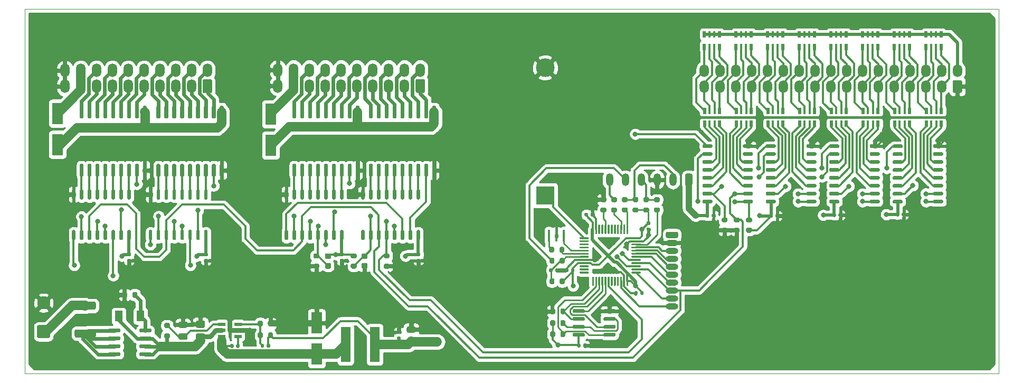
<source format=gbr>
%TF.GenerationSoftware,KiCad,Pcbnew,5.1.9-73d0e3b20d~88~ubuntu20.04.1*%
%TF.CreationDate,2021-03-03T11:33:07+04:00*%
%TF.ProjectId,main_board,6d61696e-5f62-46f6-9172-642e6b696361,rev?*%
%TF.SameCoordinates,Original*%
%TF.FileFunction,Copper,L1,Top*%
%TF.FilePolarity,Positive*%
%FSLAX46Y46*%
G04 Gerber Fmt 4.6, Leading zero omitted, Abs format (unit mm)*
G04 Created by KiCad (PCBNEW 5.1.9-73d0e3b20d~88~ubuntu20.04.1) date 2021-03-03 11:33:07*
%MOMM*%
%LPD*%
G01*
G04 APERTURE LIST*
%TA.AperFunction,Profile*%
%ADD10C,0.100000*%
%TD*%
%TA.AperFunction,ComponentPad*%
%ADD11O,1.500000X2.000000*%
%TD*%
%TA.AperFunction,ComponentPad*%
%ADD12O,2.000000X1.000000*%
%TD*%
%TA.AperFunction,ComponentPad*%
%ADD13O,1.500000X2.200000*%
%TD*%
%TA.AperFunction,SMDPad,CuDef*%
%ADD14R,0.500000X1.000000*%
%TD*%
%TA.AperFunction,SMDPad,CuDef*%
%ADD15R,0.400000X1.000000*%
%TD*%
%TA.AperFunction,ComponentPad*%
%ADD16O,1.200000X2.000000*%
%TD*%
%TA.AperFunction,ComponentPad*%
%ADD17C,2.100000*%
%TD*%
%TA.AperFunction,SMDPad,CuDef*%
%ADD18R,0.400000X1.900000*%
%TD*%
%TA.AperFunction,SMDPad,CuDef*%
%ADD19R,1.600000X5.700000*%
%TD*%
%TA.AperFunction,SMDPad,CuDef*%
%ADD20R,1.300000X1.700000*%
%TD*%
%TA.AperFunction,SMDPad,CuDef*%
%ADD21R,1.800000X3.500000*%
%TD*%
%TA.AperFunction,ComponentPad*%
%ADD22C,3.000000*%
%TD*%
%TA.AperFunction,ComponentPad*%
%ADD23R,3.000000X3.000000*%
%TD*%
%TA.AperFunction,SMDPad,CuDef*%
%ADD24R,1.150000X0.600000*%
%TD*%
%TA.AperFunction,ViaPad*%
%ADD25C,0.800000*%
%TD*%
%TA.AperFunction,Conductor*%
%ADD26C,0.300000*%
%TD*%
%TA.AperFunction,Conductor*%
%ADD27C,0.450000*%
%TD*%
%TA.AperFunction,Conductor*%
%ADD28C,1.000000*%
%TD*%
%TA.AperFunction,Conductor*%
%ADD29C,0.750000*%
%TD*%
%TA.AperFunction,Conductor*%
%ADD30C,0.270000*%
%TD*%
%TA.AperFunction,Conductor*%
%ADD31C,0.500000*%
%TD*%
%TA.AperFunction,Conductor*%
%ADD32C,1.500000*%
%TD*%
%TA.AperFunction,Conductor*%
%ADD33C,0.400000*%
%TD*%
%TA.AperFunction,Conductor*%
%ADD34C,0.250000*%
%TD*%
%TA.AperFunction,Conductor*%
%ADD35C,0.600000*%
%TD*%
%TA.AperFunction,Conductor*%
%ADD36C,0.254000*%
%TD*%
%TA.AperFunction,Conductor*%
%ADD37C,0.100000*%
%TD*%
G04 APERTURE END LIST*
D10*
X210400000Y-29600000D02*
X54200000Y-29600000D01*
X210400000Y-29600000D02*
X210400000Y-88000000D01*
X210400000Y-88000000D02*
X54200000Y-88000000D01*
X54200000Y-29600000D02*
X54200000Y-88000000D01*
D11*
%TO.P,J8,34*%
%TO.N,/Inputs/Inputs8bit1/I1*%
X163160000Y-39460000D03*
%TO.P,J8,32*%
%TO.N,/Inputs/Inputs8bit1/I3*%
X165700000Y-39460000D03*
%TO.P,J8,30*%
%TO.N,/Inputs/Inputs8bit1/I5*%
X168240000Y-39460000D03*
%TO.P,J8,28*%
%TO.N,/Inputs/Inputs8bit1/I7*%
X170780000Y-39460000D03*
%TO.P,J8,26*%
%TO.N,/Inputs/Inputs8bit2/I1*%
X173320000Y-39460000D03*
%TO.P,J8,24*%
%TO.N,/Inputs/Inputs8bit2/I3*%
X175860000Y-39460000D03*
%TO.P,J8,22*%
%TO.N,/Inputs/Inputs8bit2/I5*%
X178400000Y-39460000D03*
%TO.P,J8,20*%
%TO.N,/Inputs/Inputs8bit2/I7*%
X180940000Y-39460000D03*
%TO.P,J8,18*%
%TO.N,/Inputs/Inputs8bit3/I1*%
X183480000Y-39460000D03*
%TO.P,J8,16*%
%TO.N,/Inputs/Inputs8bit3/I3*%
X186020000Y-39460000D03*
%TO.P,J8,14*%
%TO.N,/Inputs/Inputs8bit3/I5*%
X188560000Y-39460000D03*
%TO.P,J8,12*%
%TO.N,/Inputs/Inputs8bit3/I7*%
X191100000Y-39460000D03*
%TO.P,J8,10*%
%TO.N,/Inputs/Inputs8bit4/I1*%
X193640000Y-39460000D03*
%TO.P,J8,8*%
%TO.N,/Inputs/Inputs8bit4/I3*%
X196180000Y-39460000D03*
%TO.P,J8,6*%
%TO.N,/Inputs/Inputs8bit4/I5*%
X198720000Y-39460000D03*
%TO.P,J8,4*%
%TO.N,/Inputs/Inputs8bit4/I7*%
X201260000Y-39460000D03*
%TO.P,J8,2*%
%TO.N,VCC*%
X203800000Y-39460000D03*
%TO.P,J8,33*%
%TO.N,/Inputs/Inputs8bit1/I2*%
X163160000Y-42000000D03*
%TO.P,J8,31*%
%TO.N,/Inputs/Inputs8bit1/I4*%
X165700000Y-42000000D03*
%TO.P,J8,29*%
%TO.N,/Inputs/Inputs8bit1/I6*%
X168240000Y-42000000D03*
%TO.P,J8,27*%
%TO.N,/Inputs/Inputs8bit1/I8*%
X170780000Y-42000000D03*
%TO.P,J8,25*%
%TO.N,/Inputs/Inputs8bit2/I2*%
X173320000Y-42000000D03*
%TO.P,J8,23*%
%TO.N,/Inputs/Inputs8bit2/I4*%
X175860000Y-42000000D03*
%TO.P,J8,21*%
%TO.N,/Inputs/Inputs8bit2/I6*%
X178400000Y-42000000D03*
%TO.P,J8,19*%
%TO.N,/Inputs/Inputs8bit2/I8*%
X180940000Y-42000000D03*
%TO.P,J8,17*%
%TO.N,/Inputs/Inputs8bit3/I2*%
X183480000Y-42000000D03*
%TO.P,J8,15*%
%TO.N,/Inputs/Inputs8bit3/I4*%
X186020000Y-42000000D03*
%TO.P,J8,13*%
%TO.N,/Inputs/Inputs8bit3/I6*%
X188560000Y-42000000D03*
%TO.P,J8,11*%
%TO.N,/Inputs/Inputs8bit3/I8*%
X191100000Y-42000000D03*
%TO.P,J8,9*%
%TO.N,/Inputs/Inputs8bit4/I2*%
X193640000Y-42000000D03*
%TO.P,J8,7*%
%TO.N,/Inputs/Inputs8bit4/I4*%
X196180000Y-42000000D03*
%TO.P,J8,5*%
%TO.N,/Inputs/Inputs8bit4/I6*%
X198720000Y-42000000D03*
%TO.P,J8,3*%
%TO.N,/Inputs/Inputs8bit4/I8*%
X201260000Y-42000000D03*
%TO.P,J8,1*%
%TO.N,GND*%
%TA.AperFunction,ComponentPad*%
G36*
G01*
X204329500Y-43000000D02*
X203270500Y-43000000D01*
G75*
G02*
X203050000Y-42779500I0J220500D01*
G01*
X203050000Y-41220500D01*
G75*
G02*
X203270500Y-41000000I220500J0D01*
G01*
X204329500Y-41000000D01*
G75*
G02*
X204550000Y-41220500I0J-220500D01*
G01*
X204550000Y-42779500D01*
G75*
G02*
X204329500Y-43000000I-220500J0D01*
G01*
G37*
%TD.AperFunction*%
%TD*%
D12*
%TO.P,J11,10*%
%TO.N,BTN*%
X158020000Y-77212000D03*
%TO.P,J11,9*%
%TO.N,OUT_LED_PUSH_DATA*%
X158020000Y-75942000D03*
%TO.P,J11,8*%
%TO.N,IN_CLK*%
X158020000Y-74672000D03*
%TO.P,J11,7*%
%TO.N,OUT_Serial*%
X158020000Y-73402000D03*
%TO.P,J11,6*%
%TO.N,LED_GREEN*%
X158020000Y-72132000D03*
%TO.P,J11,5*%
%TO.N,LED_RED*%
X158020000Y-70862000D03*
%TO.P,J11,4*%
%TO.N,USB-*%
X158020000Y-69592000D03*
%TO.P,J11,3*%
%TO.N,USB+*%
X158020000Y-68322000D03*
%TO.P,J11,2*%
%TO.N,GND*%
X158020000Y-67052000D03*
%TO.P,J11,1*%
%TO.N,VCC*%
%TA.AperFunction,ComponentPad*%
G36*
G01*
X157270000Y-65282000D02*
X158770000Y-65282000D01*
G75*
G02*
X159020000Y-65532000I0J-250000D01*
G01*
X159020000Y-66032000D01*
G75*
G02*
X158770000Y-66282000I-250000J0D01*
G01*
X157270000Y-66282000D01*
G75*
G02*
X157020000Y-66032000I0J250000D01*
G01*
X157020000Y-65532000D01*
G75*
G02*
X157270000Y-65282000I250000J0D01*
G01*
G37*
%TD.AperFunction*%
%TD*%
%TO.P,J2,1*%
%TO.N,/Outputs/oa1*%
%TA.AperFunction,ComponentPad*%
G36*
G01*
X118179500Y-43000000D02*
X117120500Y-43000000D01*
G75*
G02*
X116900000Y-42779500I0J220500D01*
G01*
X116900000Y-41020500D01*
G75*
G02*
X117120500Y-40800000I220500J0D01*
G01*
X118179500Y-40800000D01*
G75*
G02*
X118400000Y-41020500I0J-220500D01*
G01*
X118400000Y-42779500D01*
G75*
G02*
X118179500Y-43000000I-220500J0D01*
G01*
G37*
%TD.AperFunction*%
D13*
%TO.P,J2,3*%
%TO.N,/Outputs/oa3*%
X115110000Y-41900000D03*
%TO.P,J2,5*%
%TO.N,/Outputs/oa5*%
X112570000Y-41900000D03*
%TO.P,J2,7*%
%TO.N,/Outputs/oa7*%
X110030000Y-41900000D03*
%TO.P,J2,9*%
%TO.N,/Outputs/oa9*%
X107490000Y-41900000D03*
%TO.P,J2,11*%
%TO.N,/Outputs/oa11*%
X104950000Y-41900000D03*
%TO.P,J2,13*%
%TO.N,/Outputs/oa13*%
X102410000Y-41900000D03*
%TO.P,J2,15*%
%TO.N,/Outputs/oa15*%
X99870000Y-41900000D03*
%TO.P,J2,17*%
%TO.N,Net-(D7-Pad2)*%
X97330000Y-41900000D03*
%TO.P,J2,19*%
%TO.N,GND*%
X94790000Y-41900000D03*
%TO.P,J2,2*%
%TO.N,/Outputs/oa2*%
X117650000Y-39360000D03*
%TO.P,J2,4*%
%TO.N,/Outputs/oa4*%
X115110000Y-39360000D03*
%TO.P,J2,6*%
%TO.N,/Outputs/oa6*%
X112570000Y-39360000D03*
%TO.P,J2,8*%
%TO.N,/Outputs/oa8*%
X110030000Y-39360000D03*
%TO.P,J2,10*%
%TO.N,/Outputs/oa10*%
X107490000Y-39360000D03*
%TO.P,J2,12*%
%TO.N,/Outputs/oa12*%
X104950000Y-39360000D03*
%TO.P,J2,14*%
%TO.N,/Outputs/oa14*%
X102410000Y-39360000D03*
%TO.P,J2,16*%
%TO.N,/Outputs/oa16*%
X99870000Y-39360000D03*
%TO.P,J2,18*%
%TO.N,Net-(D7-Pad2)*%
X97330000Y-39360000D03*
%TO.P,J2,20*%
%TO.N,GND*%
X94790000Y-39360000D03*
%TD*%
%TO.P,J3,20*%
%TO.N,GND*%
X60640000Y-39410000D03*
%TO.P,J3,18*%
%TO.N,Net-(D6-Pad2)*%
X63180000Y-39410000D03*
%TO.P,J3,16*%
%TO.N,/Outputs/oa32*%
X65720000Y-39410000D03*
%TO.P,J3,14*%
%TO.N,/Outputs/oa30*%
X68260000Y-39410000D03*
%TO.P,J3,12*%
%TO.N,/Outputs/oa28*%
X70800000Y-39410000D03*
%TO.P,J3,10*%
%TO.N,/Outputs/oa26*%
X73340000Y-39410000D03*
%TO.P,J3,8*%
%TO.N,/Outputs/oa24*%
X75880000Y-39410000D03*
%TO.P,J3,6*%
%TO.N,/Outputs/oa22*%
X78420000Y-39410000D03*
%TO.P,J3,4*%
%TO.N,/Outputs/oa20*%
X80960000Y-39410000D03*
%TO.P,J3,2*%
%TO.N,/Outputs/oa18*%
X83500000Y-39410000D03*
%TO.P,J3,19*%
%TO.N,GND*%
X60640000Y-41950000D03*
%TO.P,J3,17*%
%TO.N,Net-(D6-Pad2)*%
X63180000Y-41950000D03*
%TO.P,J3,15*%
%TO.N,/Outputs/oa31*%
X65720000Y-41950000D03*
%TO.P,J3,13*%
%TO.N,/Outputs/oa29*%
X68260000Y-41950000D03*
%TO.P,J3,11*%
%TO.N,/Outputs/oa27*%
X70800000Y-41950000D03*
%TO.P,J3,9*%
%TO.N,/Outputs/oa25*%
X73340000Y-41950000D03*
%TO.P,J3,7*%
%TO.N,/Outputs/oa23*%
X75880000Y-41950000D03*
%TO.P,J3,5*%
%TO.N,/Outputs/oa21*%
X78420000Y-41950000D03*
%TO.P,J3,3*%
%TO.N,/Outputs/oa19*%
X80960000Y-41950000D03*
%TO.P,J3,1*%
%TO.N,/Outputs/oa17*%
%TA.AperFunction,ComponentPad*%
G36*
G01*
X84029500Y-43050000D02*
X82970500Y-43050000D01*
G75*
G02*
X82750000Y-42829500I0J220500D01*
G01*
X82750000Y-41070500D01*
G75*
G02*
X82970500Y-40850000I220500J0D01*
G01*
X84029500Y-40850000D01*
G75*
G02*
X84250000Y-41070500I0J-220500D01*
G01*
X84250000Y-42829500D01*
G75*
G02*
X84029500Y-43050000I-220500J0D01*
G01*
G37*
%TD.AperFunction*%
%TD*%
D14*
%TO.P,RN16,5*%
%TO.N,/Inputs/Inputs8bit4/I5*%
X198770000Y-35640000D03*
D15*
%TO.P,RN16,6*%
%TO.N,/Inputs/Inputs8bit4/I6*%
X199570000Y-35640000D03*
D14*
%TO.P,RN16,8*%
%TO.N,/Inputs/Inputs8bit4/I8*%
X201170000Y-35640000D03*
D15*
%TO.P,RN16,7*%
%TO.N,/Inputs/Inputs8bit4/I7*%
X200370000Y-35640000D03*
D14*
%TO.P,RN16,4*%
%TO.N,VCC*%
X198770000Y-33640000D03*
D15*
%TO.P,RN16,2*%
X200370000Y-33640000D03*
%TO.P,RN16,3*%
X199570000Y-33640000D03*
D14*
%TO.P,RN16,1*%
X201170000Y-33640000D03*
%TD*%
%TO.P,RN15,5*%
%TO.N,/Inputs/Inputs8bit4/I1*%
X193691426Y-35640000D03*
D15*
%TO.P,RN15,6*%
%TO.N,/Inputs/Inputs8bit4/I2*%
X194491426Y-35640000D03*
D14*
%TO.P,RN15,8*%
%TO.N,/Inputs/Inputs8bit4/I4*%
X196091426Y-35640000D03*
D15*
%TO.P,RN15,7*%
%TO.N,/Inputs/Inputs8bit4/I3*%
X195291426Y-35640000D03*
D14*
%TO.P,RN15,4*%
%TO.N,VCC*%
X193691426Y-33640000D03*
D15*
%TO.P,RN15,2*%
X195291426Y-33640000D03*
%TO.P,RN15,3*%
X194491426Y-33640000D03*
D14*
%TO.P,RN15,1*%
X196091426Y-33640000D03*
%TD*%
%TO.P,RN14,5*%
%TO.N,/Inputs/Inputs8bit4/I8*%
X201220000Y-45930000D03*
D15*
%TO.P,RN14,6*%
%TO.N,/Inputs/Inputs8bit4/I7*%
X200420000Y-45930000D03*
D14*
%TO.P,RN14,8*%
%TO.N,/Inputs/Inputs8bit4/I5*%
X198820000Y-45930000D03*
D15*
%TO.P,RN14,7*%
%TO.N,/Inputs/Inputs8bit4/I6*%
X199620000Y-45930000D03*
D14*
%TO.P,RN14,4*%
%TO.N,Net-(RN14-Pad4)*%
X201220000Y-47930000D03*
D15*
%TO.P,RN14,2*%
%TO.N,Net-(RN14-Pad2)*%
X199620000Y-47930000D03*
%TO.P,RN14,3*%
%TO.N,Net-(RN14-Pad3)*%
X200420000Y-47930000D03*
D14*
%TO.P,RN14,1*%
%TO.N,Net-(RN14-Pad1)*%
X198820000Y-47930000D03*
%TD*%
%TO.P,RN13,5*%
%TO.N,/Inputs/Inputs8bit4/I4*%
X196138568Y-45930000D03*
D15*
%TO.P,RN13,6*%
%TO.N,/Inputs/Inputs8bit4/I3*%
X195338568Y-45930000D03*
D14*
%TO.P,RN13,8*%
%TO.N,/Inputs/Inputs8bit4/I1*%
X193738568Y-45930000D03*
D15*
%TO.P,RN13,7*%
%TO.N,/Inputs/Inputs8bit4/I2*%
X194538568Y-45930000D03*
D14*
%TO.P,RN13,4*%
%TO.N,Net-(RN13-Pad4)*%
X196138568Y-47930000D03*
D15*
%TO.P,RN13,2*%
%TO.N,Net-(RN13-Pad2)*%
X194538568Y-47930000D03*
%TO.P,RN13,3*%
%TO.N,Net-(RN13-Pad3)*%
X195338568Y-47930000D03*
D14*
%TO.P,RN13,1*%
%TO.N,Net-(RN13-Pad1)*%
X193738568Y-47930000D03*
%TD*%
%TO.P,RN12,5*%
%TO.N,/Inputs/Inputs8bit3/I5*%
X188612855Y-35640000D03*
D15*
%TO.P,RN12,6*%
%TO.N,/Inputs/Inputs8bit3/I6*%
X189412855Y-35640000D03*
D14*
%TO.P,RN12,8*%
%TO.N,/Inputs/Inputs8bit3/I8*%
X191012855Y-35640000D03*
D15*
%TO.P,RN12,7*%
%TO.N,/Inputs/Inputs8bit3/I7*%
X190212855Y-35640000D03*
D14*
%TO.P,RN12,4*%
%TO.N,VCC*%
X188612855Y-33640000D03*
D15*
%TO.P,RN12,2*%
X190212855Y-33640000D03*
%TO.P,RN12,3*%
X189412855Y-33640000D03*
D14*
%TO.P,RN12,1*%
X191012855Y-33640000D03*
%TD*%
%TO.P,RN11,5*%
%TO.N,/Inputs/Inputs8bit3/I1*%
X183534284Y-35640000D03*
D15*
%TO.P,RN11,6*%
%TO.N,/Inputs/Inputs8bit3/I2*%
X184334284Y-35640000D03*
D14*
%TO.P,RN11,8*%
%TO.N,/Inputs/Inputs8bit3/I4*%
X185934284Y-35640000D03*
D15*
%TO.P,RN11,7*%
%TO.N,/Inputs/Inputs8bit3/I3*%
X185134284Y-35640000D03*
D14*
%TO.P,RN11,4*%
%TO.N,VCC*%
X183534284Y-33640000D03*
D15*
%TO.P,RN11,2*%
X185134284Y-33640000D03*
%TO.P,RN11,3*%
X184334284Y-33640000D03*
D14*
%TO.P,RN11,1*%
X185934284Y-33640000D03*
%TD*%
%TO.P,RN10,5*%
%TO.N,/Inputs/Inputs8bit3/I8*%
X191057140Y-45930000D03*
D15*
%TO.P,RN10,6*%
%TO.N,/Inputs/Inputs8bit3/I7*%
X190257140Y-45930000D03*
D14*
%TO.P,RN10,8*%
%TO.N,/Inputs/Inputs8bit3/I5*%
X188657140Y-45930000D03*
D15*
%TO.P,RN10,7*%
%TO.N,/Inputs/Inputs8bit3/I6*%
X189457140Y-45930000D03*
D14*
%TO.P,RN10,4*%
%TO.N,Net-(RN10-Pad4)*%
X191057140Y-47930000D03*
D15*
%TO.P,RN10,2*%
%TO.N,Net-(RN10-Pad2)*%
X189457140Y-47930000D03*
%TO.P,RN10,3*%
%TO.N,Net-(RN10-Pad3)*%
X190257140Y-47930000D03*
D14*
%TO.P,RN10,1*%
%TO.N,Net-(RN10-Pad1)*%
X188657140Y-47930000D03*
%TD*%
%TO.P,RN9,5*%
%TO.N,/Inputs/Inputs8bit3/I4*%
X185975712Y-45930000D03*
D15*
%TO.P,RN9,6*%
%TO.N,/Inputs/Inputs8bit3/I3*%
X185175712Y-45930000D03*
D14*
%TO.P,RN9,8*%
%TO.N,/Inputs/Inputs8bit3/I1*%
X183575712Y-45930000D03*
D15*
%TO.P,RN9,7*%
%TO.N,/Inputs/Inputs8bit3/I2*%
X184375712Y-45930000D03*
D14*
%TO.P,RN9,4*%
%TO.N,Net-(RN9-Pad4)*%
X185975712Y-47930000D03*
D15*
%TO.P,RN9,2*%
%TO.N,Net-(RN9-Pad2)*%
X184375712Y-47930000D03*
%TO.P,RN9,3*%
%TO.N,Net-(RN9-Pad3)*%
X185175712Y-47930000D03*
D14*
%TO.P,RN9,1*%
%TO.N,Net-(RN9-Pad1)*%
X183575712Y-47930000D03*
%TD*%
%TO.P,RN8,5*%
%TO.N,/Inputs/Inputs8bit2/I5*%
X178455713Y-35640000D03*
D15*
%TO.P,RN8,6*%
%TO.N,/Inputs/Inputs8bit2/I6*%
X179255713Y-35640000D03*
D14*
%TO.P,RN8,8*%
%TO.N,/Inputs/Inputs8bit2/I8*%
X180855713Y-35640000D03*
D15*
%TO.P,RN8,7*%
%TO.N,/Inputs/Inputs8bit2/I7*%
X180055713Y-35640000D03*
D14*
%TO.P,RN8,4*%
%TO.N,VCC*%
X178455713Y-33640000D03*
D15*
%TO.P,RN8,2*%
X180055713Y-33640000D03*
%TO.P,RN8,3*%
X179255713Y-33640000D03*
D14*
%TO.P,RN8,1*%
X180855713Y-33640000D03*
%TD*%
%TO.P,RN7,5*%
%TO.N,/Inputs/Inputs8bit2/I1*%
X173377142Y-35640000D03*
D15*
%TO.P,RN7,6*%
%TO.N,/Inputs/Inputs8bit2/I2*%
X174177142Y-35640000D03*
D14*
%TO.P,RN7,8*%
%TO.N,/Inputs/Inputs8bit2/I4*%
X175777142Y-35640000D03*
D15*
%TO.P,RN7,7*%
%TO.N,/Inputs/Inputs8bit2/I3*%
X174977142Y-35640000D03*
D14*
%TO.P,RN7,4*%
%TO.N,VCC*%
X173377142Y-33640000D03*
D15*
%TO.P,RN7,2*%
X174977142Y-33640000D03*
%TO.P,RN7,3*%
X174177142Y-33640000D03*
D14*
%TO.P,RN7,1*%
X175777142Y-33640000D03*
%TD*%
%TO.P,RN6,5*%
%TO.N,/Inputs/Inputs8bit2/I8*%
X180894284Y-45930000D03*
D15*
%TO.P,RN6,6*%
%TO.N,/Inputs/Inputs8bit2/I7*%
X180094284Y-45930000D03*
D14*
%TO.P,RN6,8*%
%TO.N,/Inputs/Inputs8bit2/I5*%
X178494284Y-45930000D03*
D15*
%TO.P,RN6,7*%
%TO.N,/Inputs/Inputs8bit2/I6*%
X179294284Y-45930000D03*
D14*
%TO.P,RN6,4*%
%TO.N,Net-(RN6-Pad4)*%
X180894284Y-47930000D03*
D15*
%TO.P,RN6,2*%
%TO.N,Net-(RN6-Pad2)*%
X179294284Y-47930000D03*
%TO.P,RN6,3*%
%TO.N,Net-(RN6-Pad3)*%
X180094284Y-47930000D03*
D14*
%TO.P,RN6,1*%
%TO.N,Net-(RN6-Pad1)*%
X178494284Y-47930000D03*
%TD*%
%TO.P,RN5,5*%
%TO.N,/Inputs/Inputs8bit2/I4*%
X175812856Y-45930000D03*
D15*
%TO.P,RN5,6*%
%TO.N,/Inputs/Inputs8bit2/I3*%
X175012856Y-45930000D03*
D14*
%TO.P,RN5,8*%
%TO.N,/Inputs/Inputs8bit2/I1*%
X173412856Y-45930000D03*
D15*
%TO.P,RN5,7*%
%TO.N,/Inputs/Inputs8bit2/I2*%
X174212856Y-45930000D03*
D14*
%TO.P,RN5,4*%
%TO.N,Net-(RN5-Pad4)*%
X175812856Y-47930000D03*
D15*
%TO.P,RN5,2*%
%TO.N,Net-(RN5-Pad2)*%
X174212856Y-47930000D03*
%TO.P,RN5,3*%
%TO.N,Net-(RN5-Pad3)*%
X175012856Y-47930000D03*
D14*
%TO.P,RN5,1*%
%TO.N,Net-(RN5-Pad1)*%
X173412856Y-47930000D03*
%TD*%
%TO.P,RN4,5*%
%TO.N,/Inputs/Inputs8bit1/I5*%
X168298571Y-35640000D03*
D15*
%TO.P,RN4,6*%
%TO.N,/Inputs/Inputs8bit1/I6*%
X169098571Y-35640000D03*
D14*
%TO.P,RN4,8*%
%TO.N,/Inputs/Inputs8bit1/I8*%
X170698571Y-35640000D03*
D15*
%TO.P,RN4,7*%
%TO.N,/Inputs/Inputs8bit1/I7*%
X169898571Y-35640000D03*
D14*
%TO.P,RN4,4*%
%TO.N,VCC*%
X168298571Y-33640000D03*
D15*
%TO.P,RN4,2*%
X169898571Y-33640000D03*
%TO.P,RN4,3*%
X169098571Y-33640000D03*
D14*
%TO.P,RN4,1*%
X170698571Y-33640000D03*
%TD*%
%TO.P,RN3,5*%
%TO.N,/Inputs/Inputs8bit1/I1*%
X163220000Y-35640000D03*
D15*
%TO.P,RN3,6*%
%TO.N,/Inputs/Inputs8bit1/I2*%
X164020000Y-35640000D03*
D14*
%TO.P,RN3,8*%
%TO.N,/Inputs/Inputs8bit1/I4*%
X165620000Y-35640000D03*
D15*
%TO.P,RN3,7*%
%TO.N,/Inputs/Inputs8bit1/I3*%
X164820000Y-35640000D03*
D14*
%TO.P,RN3,4*%
%TO.N,VCC*%
X163220000Y-33640000D03*
D15*
%TO.P,RN3,2*%
X164820000Y-33640000D03*
%TO.P,RN3,3*%
X164020000Y-33640000D03*
D14*
%TO.P,RN3,1*%
X165620000Y-33640000D03*
%TD*%
%TO.P,RN2,5*%
%TO.N,/Inputs/Inputs8bit1/I8*%
X170731428Y-45930000D03*
D15*
%TO.P,RN2,6*%
%TO.N,/Inputs/Inputs8bit1/I7*%
X169931428Y-45930000D03*
D14*
%TO.P,RN2,8*%
%TO.N,/Inputs/Inputs8bit1/I5*%
X168331428Y-45930000D03*
D15*
%TO.P,RN2,7*%
%TO.N,/Inputs/Inputs8bit1/I6*%
X169131428Y-45930000D03*
D14*
%TO.P,RN2,4*%
%TO.N,Net-(RN2-Pad4)*%
X170731428Y-47930000D03*
D15*
%TO.P,RN2,2*%
%TO.N,Net-(RN2-Pad2)*%
X169131428Y-47930000D03*
%TO.P,RN2,3*%
%TO.N,Net-(RN2-Pad3)*%
X169931428Y-47930000D03*
D14*
%TO.P,RN2,1*%
%TO.N,Net-(RN2-Pad1)*%
X168331428Y-47930000D03*
%TD*%
%TO.P,RN1,5*%
%TO.N,/Inputs/Inputs8bit1/I4*%
X165650000Y-45930000D03*
D15*
%TO.P,RN1,6*%
%TO.N,/Inputs/Inputs8bit1/I3*%
X164850000Y-45930000D03*
D14*
%TO.P,RN1,8*%
%TO.N,/Inputs/Inputs8bit1/I1*%
X163250000Y-45930000D03*
D15*
%TO.P,RN1,7*%
%TO.N,/Inputs/Inputs8bit1/I2*%
X164050000Y-45930000D03*
D14*
%TO.P,RN1,4*%
%TO.N,Net-(RN1-Pad4)*%
X165650000Y-47930000D03*
D15*
%TO.P,RN1,2*%
%TO.N,Net-(RN1-Pad2)*%
X164050000Y-47930000D03*
%TO.P,RN1,3*%
%TO.N,Net-(RN1-Pad3)*%
X164850000Y-47930000D03*
D14*
%TO.P,RN1,1*%
%TO.N,Net-(RN1-Pad1)*%
X163250000Y-47930000D03*
%TD*%
%TO.P,U1,48*%
%TO.N,VCC*%
%TA.AperFunction,SMDPad,CuDef*%
G36*
G01*
X145210000Y-65550000D02*
X145210000Y-64225000D01*
G75*
G02*
X145285000Y-64150000I75000J0D01*
G01*
X145435000Y-64150000D01*
G75*
G02*
X145510000Y-64225000I0J-75000D01*
G01*
X145510000Y-65550000D01*
G75*
G02*
X145435000Y-65625000I-75000J0D01*
G01*
X145285000Y-65625000D01*
G75*
G02*
X145210000Y-65550000I0J75000D01*
G01*
G37*
%TD.AperFunction*%
%TO.P,U1,47*%
%TO.N,GND*%
%TA.AperFunction,SMDPad,CuDef*%
G36*
G01*
X145710000Y-65550000D02*
X145710000Y-64225000D01*
G75*
G02*
X145785000Y-64150000I75000J0D01*
G01*
X145935000Y-64150000D01*
G75*
G02*
X146010000Y-64225000I0J-75000D01*
G01*
X146010000Y-65550000D01*
G75*
G02*
X145935000Y-65625000I-75000J0D01*
G01*
X145785000Y-65625000D01*
G75*
G02*
X145710000Y-65550000I0J75000D01*
G01*
G37*
%TD.AperFunction*%
%TO.P,U1,46*%
%TO.N,Net-(U1-Pad46)*%
%TA.AperFunction,SMDPad,CuDef*%
G36*
G01*
X146210000Y-65550000D02*
X146210000Y-64225000D01*
G75*
G02*
X146285000Y-64150000I75000J0D01*
G01*
X146435000Y-64150000D01*
G75*
G02*
X146510000Y-64225000I0J-75000D01*
G01*
X146510000Y-65550000D01*
G75*
G02*
X146435000Y-65625000I-75000J0D01*
G01*
X146285000Y-65625000D01*
G75*
G02*
X146210000Y-65550000I0J75000D01*
G01*
G37*
%TD.AperFunction*%
%TO.P,U1,45*%
%TO.N,Net-(U1-Pad45)*%
%TA.AperFunction,SMDPad,CuDef*%
G36*
G01*
X146710000Y-65550000D02*
X146710000Y-64225000D01*
G75*
G02*
X146785000Y-64150000I75000J0D01*
G01*
X146935000Y-64150000D01*
G75*
G02*
X147010000Y-64225000I0J-75000D01*
G01*
X147010000Y-65550000D01*
G75*
G02*
X146935000Y-65625000I-75000J0D01*
G01*
X146785000Y-65625000D01*
G75*
G02*
X146710000Y-65550000I0J75000D01*
G01*
G37*
%TD.AperFunction*%
%TO.P,U1,44*%
%TO.N,/BOOT0*%
%TA.AperFunction,SMDPad,CuDef*%
G36*
G01*
X147210000Y-65550000D02*
X147210000Y-64225000D01*
G75*
G02*
X147285000Y-64150000I75000J0D01*
G01*
X147435000Y-64150000D01*
G75*
G02*
X147510000Y-64225000I0J-75000D01*
G01*
X147510000Y-65550000D01*
G75*
G02*
X147435000Y-65625000I-75000J0D01*
G01*
X147285000Y-65625000D01*
G75*
G02*
X147210000Y-65550000I0J75000D01*
G01*
G37*
%TD.AperFunction*%
%TO.P,U1,43*%
%TO.N,Net-(U1-Pad43)*%
%TA.AperFunction,SMDPad,CuDef*%
G36*
G01*
X147710000Y-65550000D02*
X147710000Y-64225000D01*
G75*
G02*
X147785000Y-64150000I75000J0D01*
G01*
X147935000Y-64150000D01*
G75*
G02*
X148010000Y-64225000I0J-75000D01*
G01*
X148010000Y-65550000D01*
G75*
G02*
X147935000Y-65625000I-75000J0D01*
G01*
X147785000Y-65625000D01*
G75*
G02*
X147710000Y-65550000I0J75000D01*
G01*
G37*
%TD.AperFunction*%
%TO.P,U1,42*%
%TO.N,Net-(U1-Pad42)*%
%TA.AperFunction,SMDPad,CuDef*%
G36*
G01*
X148210000Y-65550000D02*
X148210000Y-64225000D01*
G75*
G02*
X148285000Y-64150000I75000J0D01*
G01*
X148435000Y-64150000D01*
G75*
G02*
X148510000Y-64225000I0J-75000D01*
G01*
X148510000Y-65550000D01*
G75*
G02*
X148435000Y-65625000I-75000J0D01*
G01*
X148285000Y-65625000D01*
G75*
G02*
X148210000Y-65550000I0J75000D01*
G01*
G37*
%TD.AperFunction*%
%TO.P,U1,41*%
%TO.N,Net-(U1-Pad41)*%
%TA.AperFunction,SMDPad,CuDef*%
G36*
G01*
X148710000Y-65550000D02*
X148710000Y-64225000D01*
G75*
G02*
X148785000Y-64150000I75000J0D01*
G01*
X148935000Y-64150000D01*
G75*
G02*
X149010000Y-64225000I0J-75000D01*
G01*
X149010000Y-65550000D01*
G75*
G02*
X148935000Y-65625000I-75000J0D01*
G01*
X148785000Y-65625000D01*
G75*
G02*
X148710000Y-65550000I0J75000D01*
G01*
G37*
%TD.AperFunction*%
%TO.P,U1,40*%
%TO.N,Net-(U1-Pad40)*%
%TA.AperFunction,SMDPad,CuDef*%
G36*
G01*
X149210000Y-65550000D02*
X149210000Y-64225000D01*
G75*
G02*
X149285000Y-64150000I75000J0D01*
G01*
X149435000Y-64150000D01*
G75*
G02*
X149510000Y-64225000I0J-75000D01*
G01*
X149510000Y-65550000D01*
G75*
G02*
X149435000Y-65625000I-75000J0D01*
G01*
X149285000Y-65625000D01*
G75*
G02*
X149210000Y-65550000I0J75000D01*
G01*
G37*
%TD.AperFunction*%
%TO.P,U1,39*%
%TO.N,Net-(R12-Pad1)*%
%TA.AperFunction,SMDPad,CuDef*%
G36*
G01*
X149710000Y-65550000D02*
X149710000Y-64225000D01*
G75*
G02*
X149785000Y-64150000I75000J0D01*
G01*
X149935000Y-64150000D01*
G75*
G02*
X150010000Y-64225000I0J-75000D01*
G01*
X150010000Y-65550000D01*
G75*
G02*
X149935000Y-65625000I-75000J0D01*
G01*
X149785000Y-65625000D01*
G75*
G02*
X149710000Y-65550000I0J75000D01*
G01*
G37*
%TD.AperFunction*%
%TO.P,U1,38*%
%TO.N,Net-(U1-Pad38)*%
%TA.AperFunction,SMDPad,CuDef*%
G36*
G01*
X150210000Y-65550000D02*
X150210000Y-64225000D01*
G75*
G02*
X150285000Y-64150000I75000J0D01*
G01*
X150435000Y-64150000D01*
G75*
G02*
X150510000Y-64225000I0J-75000D01*
G01*
X150510000Y-65550000D01*
G75*
G02*
X150435000Y-65625000I-75000J0D01*
G01*
X150285000Y-65625000D01*
G75*
G02*
X150210000Y-65550000I0J75000D01*
G01*
G37*
%TD.AperFunction*%
%TO.P,U1,37*%
%TO.N,Net-(R16-Pad1)*%
%TA.AperFunction,SMDPad,CuDef*%
G36*
G01*
X150710000Y-65550000D02*
X150710000Y-64225000D01*
G75*
G02*
X150785000Y-64150000I75000J0D01*
G01*
X150935000Y-64150000D01*
G75*
G02*
X151010000Y-64225000I0J-75000D01*
G01*
X151010000Y-65550000D01*
G75*
G02*
X150935000Y-65625000I-75000J0D01*
G01*
X150785000Y-65625000D01*
G75*
G02*
X150710000Y-65550000I0J75000D01*
G01*
G37*
%TD.AperFunction*%
%TO.P,U1,36*%
%TO.N,VCC*%
%TA.AperFunction,SMDPad,CuDef*%
G36*
G01*
X151535000Y-66375000D02*
X151535000Y-66225000D01*
G75*
G02*
X151610000Y-66150000I75000J0D01*
G01*
X152935000Y-66150000D01*
G75*
G02*
X153010000Y-66225000I0J-75000D01*
G01*
X153010000Y-66375000D01*
G75*
G02*
X152935000Y-66450000I-75000J0D01*
G01*
X151610000Y-66450000D01*
G75*
G02*
X151535000Y-66375000I0J75000D01*
G01*
G37*
%TD.AperFunction*%
%TO.P,U1,35*%
%TO.N,GND*%
%TA.AperFunction,SMDPad,CuDef*%
G36*
G01*
X151535000Y-66875000D02*
X151535000Y-66725000D01*
G75*
G02*
X151610000Y-66650000I75000J0D01*
G01*
X152935000Y-66650000D01*
G75*
G02*
X153010000Y-66725000I0J-75000D01*
G01*
X153010000Y-66875000D01*
G75*
G02*
X152935000Y-66950000I-75000J0D01*
G01*
X151610000Y-66950000D01*
G75*
G02*
X151535000Y-66875000I0J75000D01*
G01*
G37*
%TD.AperFunction*%
%TO.P,U1,34*%
%TO.N,Net-(R15-Pad1)*%
%TA.AperFunction,SMDPad,CuDef*%
G36*
G01*
X151535000Y-67375000D02*
X151535000Y-67225000D01*
G75*
G02*
X151610000Y-67150000I75000J0D01*
G01*
X152935000Y-67150000D01*
G75*
G02*
X153010000Y-67225000I0J-75000D01*
G01*
X153010000Y-67375000D01*
G75*
G02*
X152935000Y-67450000I-75000J0D01*
G01*
X151610000Y-67450000D01*
G75*
G02*
X151535000Y-67375000I0J75000D01*
G01*
G37*
%TD.AperFunction*%
%TO.P,U1,33*%
%TO.N,USB+*%
%TA.AperFunction,SMDPad,CuDef*%
G36*
G01*
X151535000Y-67875000D02*
X151535000Y-67725000D01*
G75*
G02*
X151610000Y-67650000I75000J0D01*
G01*
X152935000Y-67650000D01*
G75*
G02*
X153010000Y-67725000I0J-75000D01*
G01*
X153010000Y-67875000D01*
G75*
G02*
X152935000Y-67950000I-75000J0D01*
G01*
X151610000Y-67950000D01*
G75*
G02*
X151535000Y-67875000I0J75000D01*
G01*
G37*
%TD.AperFunction*%
%TO.P,U1,32*%
%TO.N,USB-*%
%TA.AperFunction,SMDPad,CuDef*%
G36*
G01*
X151535000Y-68375000D02*
X151535000Y-68225000D01*
G75*
G02*
X151610000Y-68150000I75000J0D01*
G01*
X152935000Y-68150000D01*
G75*
G02*
X153010000Y-68225000I0J-75000D01*
G01*
X153010000Y-68375000D01*
G75*
G02*
X152935000Y-68450000I-75000J0D01*
G01*
X151610000Y-68450000D01*
G75*
G02*
X151535000Y-68375000I0J75000D01*
G01*
G37*
%TD.AperFunction*%
%TO.P,U1,31*%
%TO.N,LED_RED*%
%TA.AperFunction,SMDPad,CuDef*%
G36*
G01*
X151535000Y-68875000D02*
X151535000Y-68725000D01*
G75*
G02*
X151610000Y-68650000I75000J0D01*
G01*
X152935000Y-68650000D01*
G75*
G02*
X153010000Y-68725000I0J-75000D01*
G01*
X153010000Y-68875000D01*
G75*
G02*
X152935000Y-68950000I-75000J0D01*
G01*
X151610000Y-68950000D01*
G75*
G02*
X151535000Y-68875000I0J75000D01*
G01*
G37*
%TD.AperFunction*%
%TO.P,U1,30*%
%TO.N,LED_GREEN*%
%TA.AperFunction,SMDPad,CuDef*%
G36*
G01*
X151535000Y-69375000D02*
X151535000Y-69225000D01*
G75*
G02*
X151610000Y-69150000I75000J0D01*
G01*
X152935000Y-69150000D01*
G75*
G02*
X153010000Y-69225000I0J-75000D01*
G01*
X153010000Y-69375000D01*
G75*
G02*
X152935000Y-69450000I-75000J0D01*
G01*
X151610000Y-69450000D01*
G75*
G02*
X151535000Y-69375000I0J75000D01*
G01*
G37*
%TD.AperFunction*%
%TO.P,U1,29*%
%TO.N,IN_Load*%
%TA.AperFunction,SMDPad,CuDef*%
G36*
G01*
X151535000Y-69875000D02*
X151535000Y-69725000D01*
G75*
G02*
X151610000Y-69650000I75000J0D01*
G01*
X152935000Y-69650000D01*
G75*
G02*
X153010000Y-69725000I0J-75000D01*
G01*
X153010000Y-69875000D01*
G75*
G02*
X152935000Y-69950000I-75000J0D01*
G01*
X151610000Y-69950000D01*
G75*
G02*
X151535000Y-69875000I0J75000D01*
G01*
G37*
%TD.AperFunction*%
%TO.P,U1,28*%
%TO.N,OUT_Serial*%
%TA.AperFunction,SMDPad,CuDef*%
G36*
G01*
X151535000Y-70375000D02*
X151535000Y-70225000D01*
G75*
G02*
X151610000Y-70150000I75000J0D01*
G01*
X152935000Y-70150000D01*
G75*
G02*
X153010000Y-70225000I0J-75000D01*
G01*
X153010000Y-70375000D01*
G75*
G02*
X152935000Y-70450000I-75000J0D01*
G01*
X151610000Y-70450000D01*
G75*
G02*
X151535000Y-70375000I0J75000D01*
G01*
G37*
%TD.AperFunction*%
%TO.P,U1,27*%
%TO.N,IN_Serial*%
%TA.AperFunction,SMDPad,CuDef*%
G36*
G01*
X151535000Y-70875000D02*
X151535000Y-70725000D01*
G75*
G02*
X151610000Y-70650000I75000J0D01*
G01*
X152935000Y-70650000D01*
G75*
G02*
X153010000Y-70725000I0J-75000D01*
G01*
X153010000Y-70875000D01*
G75*
G02*
X152935000Y-70950000I-75000J0D01*
G01*
X151610000Y-70950000D01*
G75*
G02*
X151535000Y-70875000I0J75000D01*
G01*
G37*
%TD.AperFunction*%
%TO.P,U1,26*%
%TO.N,IN_CLK*%
%TA.AperFunction,SMDPad,CuDef*%
G36*
G01*
X151535000Y-71375000D02*
X151535000Y-71225000D01*
G75*
G02*
X151610000Y-71150000I75000J0D01*
G01*
X152935000Y-71150000D01*
G75*
G02*
X153010000Y-71225000I0J-75000D01*
G01*
X153010000Y-71375000D01*
G75*
G02*
X152935000Y-71450000I-75000J0D01*
G01*
X151610000Y-71450000D01*
G75*
G02*
X151535000Y-71375000I0J75000D01*
G01*
G37*
%TD.AperFunction*%
%TO.P,U1,25*%
%TO.N,OUT_LED_PUSH_DATA*%
%TA.AperFunction,SMDPad,CuDef*%
G36*
G01*
X151535000Y-71875000D02*
X151535000Y-71725000D01*
G75*
G02*
X151610000Y-71650000I75000J0D01*
G01*
X152935000Y-71650000D01*
G75*
G02*
X153010000Y-71725000I0J-75000D01*
G01*
X153010000Y-71875000D01*
G75*
G02*
X152935000Y-71950000I-75000J0D01*
G01*
X151610000Y-71950000D01*
G75*
G02*
X151535000Y-71875000I0J75000D01*
G01*
G37*
%TD.AperFunction*%
%TO.P,U1,24*%
%TO.N,VCC*%
%TA.AperFunction,SMDPad,CuDef*%
G36*
G01*
X150710000Y-73875000D02*
X150710000Y-72550000D01*
G75*
G02*
X150785000Y-72475000I75000J0D01*
G01*
X150935000Y-72475000D01*
G75*
G02*
X151010000Y-72550000I0J-75000D01*
G01*
X151010000Y-73875000D01*
G75*
G02*
X150935000Y-73950000I-75000J0D01*
G01*
X150785000Y-73950000D01*
G75*
G02*
X150710000Y-73875000I0J75000D01*
G01*
G37*
%TD.AperFunction*%
%TO.P,U1,23*%
%TO.N,GND*%
%TA.AperFunction,SMDPad,CuDef*%
G36*
G01*
X150210000Y-73875000D02*
X150210000Y-72550000D01*
G75*
G02*
X150285000Y-72475000I75000J0D01*
G01*
X150435000Y-72475000D01*
G75*
G02*
X150510000Y-72550000I0J-75000D01*
G01*
X150510000Y-73875000D01*
G75*
G02*
X150435000Y-73950000I-75000J0D01*
G01*
X150285000Y-73950000D01*
G75*
G02*
X150210000Y-73875000I0J75000D01*
G01*
G37*
%TD.AperFunction*%
%TO.P,U1,22*%
%TO.N,BTN*%
%TA.AperFunction,SMDPad,CuDef*%
G36*
G01*
X149710000Y-73875000D02*
X149710000Y-72550000D01*
G75*
G02*
X149785000Y-72475000I75000J0D01*
G01*
X149935000Y-72475000D01*
G75*
G02*
X150010000Y-72550000I0J-75000D01*
G01*
X150010000Y-73875000D01*
G75*
G02*
X149935000Y-73950000I-75000J0D01*
G01*
X149785000Y-73950000D01*
G75*
G02*
X149710000Y-73875000I0J75000D01*
G01*
G37*
%TD.AperFunction*%
%TO.P,U1,21*%
%TO.N,Net-(U1-Pad21)*%
%TA.AperFunction,SMDPad,CuDef*%
G36*
G01*
X149210000Y-73875000D02*
X149210000Y-72550000D01*
G75*
G02*
X149285000Y-72475000I75000J0D01*
G01*
X149435000Y-72475000D01*
G75*
G02*
X149510000Y-72550000I0J-75000D01*
G01*
X149510000Y-73875000D01*
G75*
G02*
X149435000Y-73950000I-75000J0D01*
G01*
X149285000Y-73950000D01*
G75*
G02*
X149210000Y-73875000I0J75000D01*
G01*
G37*
%TD.AperFunction*%
%TO.P,U1,20*%
%TO.N,Net-(U1-Pad20)*%
%TA.AperFunction,SMDPad,CuDef*%
G36*
G01*
X148710000Y-73875000D02*
X148710000Y-72550000D01*
G75*
G02*
X148785000Y-72475000I75000J0D01*
G01*
X148935000Y-72475000D01*
G75*
G02*
X149010000Y-72550000I0J-75000D01*
G01*
X149010000Y-73875000D01*
G75*
G02*
X148935000Y-73950000I-75000J0D01*
G01*
X148785000Y-73950000D01*
G75*
G02*
X148710000Y-73875000I0J75000D01*
G01*
G37*
%TD.AperFunction*%
%TO.P,U1,19*%
%TO.N,Net-(U1-Pad19)*%
%TA.AperFunction,SMDPad,CuDef*%
G36*
G01*
X148210000Y-73875000D02*
X148210000Y-72550000D01*
G75*
G02*
X148285000Y-72475000I75000J0D01*
G01*
X148435000Y-72475000D01*
G75*
G02*
X148510000Y-72550000I0J-75000D01*
G01*
X148510000Y-73875000D01*
G75*
G02*
X148435000Y-73950000I-75000J0D01*
G01*
X148285000Y-73950000D01*
G75*
G02*
X148210000Y-73875000I0J75000D01*
G01*
G37*
%TD.AperFunction*%
%TO.P,U1,18*%
%TO.N,OUT_Push_Data*%
%TA.AperFunction,SMDPad,CuDef*%
G36*
G01*
X147710000Y-73875000D02*
X147710000Y-72550000D01*
G75*
G02*
X147785000Y-72475000I75000J0D01*
G01*
X147935000Y-72475000D01*
G75*
G02*
X148010000Y-72550000I0J-75000D01*
G01*
X148010000Y-73875000D01*
G75*
G02*
X147935000Y-73950000I-75000J0D01*
G01*
X147785000Y-73950000D01*
G75*
G02*
X147710000Y-73875000I0J75000D01*
G01*
G37*
%TD.AperFunction*%
%TO.P,U1,17*%
%TO.N,SPI1_MOSI*%
%TA.AperFunction,SMDPad,CuDef*%
G36*
G01*
X147210000Y-73875000D02*
X147210000Y-72550000D01*
G75*
G02*
X147285000Y-72475000I75000J0D01*
G01*
X147435000Y-72475000D01*
G75*
G02*
X147510000Y-72550000I0J-75000D01*
G01*
X147510000Y-73875000D01*
G75*
G02*
X147435000Y-73950000I-75000J0D01*
G01*
X147285000Y-73950000D01*
G75*
G02*
X147210000Y-73875000I0J75000D01*
G01*
G37*
%TD.AperFunction*%
%TO.P,U1,16*%
%TO.N,SPI1_MISO*%
%TA.AperFunction,SMDPad,CuDef*%
G36*
G01*
X146710000Y-73875000D02*
X146710000Y-72550000D01*
G75*
G02*
X146785000Y-72475000I75000J0D01*
G01*
X146935000Y-72475000D01*
G75*
G02*
X147010000Y-72550000I0J-75000D01*
G01*
X147010000Y-73875000D01*
G75*
G02*
X146935000Y-73950000I-75000J0D01*
G01*
X146785000Y-73950000D01*
G75*
G02*
X146710000Y-73875000I0J75000D01*
G01*
G37*
%TD.AperFunction*%
%TO.P,U1,15*%
%TO.N,SPI1_CLK*%
%TA.AperFunction,SMDPad,CuDef*%
G36*
G01*
X146210000Y-73875000D02*
X146210000Y-72550000D01*
G75*
G02*
X146285000Y-72475000I75000J0D01*
G01*
X146435000Y-72475000D01*
G75*
G02*
X146510000Y-72550000I0J-75000D01*
G01*
X146510000Y-73875000D01*
G75*
G02*
X146435000Y-73950000I-75000J0D01*
G01*
X146285000Y-73950000D01*
G75*
G02*
X146210000Y-73875000I0J75000D01*
G01*
G37*
%TD.AperFunction*%
%TO.P,U1,14*%
%TO.N,EEPROM_SELECT*%
%TA.AperFunction,SMDPad,CuDef*%
G36*
G01*
X145710000Y-73875000D02*
X145710000Y-72550000D01*
G75*
G02*
X145785000Y-72475000I75000J0D01*
G01*
X145935000Y-72475000D01*
G75*
G02*
X146010000Y-72550000I0J-75000D01*
G01*
X146010000Y-73875000D01*
G75*
G02*
X145935000Y-73950000I-75000J0D01*
G01*
X145785000Y-73950000D01*
G75*
G02*
X145710000Y-73875000I0J75000D01*
G01*
G37*
%TD.AperFunction*%
%TO.P,U1,13*%
%TO.N,Net-(U1-Pad13)*%
%TA.AperFunction,SMDPad,CuDef*%
G36*
G01*
X145210000Y-73875000D02*
X145210000Y-72550000D01*
G75*
G02*
X145285000Y-72475000I75000J0D01*
G01*
X145435000Y-72475000D01*
G75*
G02*
X145510000Y-72550000I0J-75000D01*
G01*
X145510000Y-73875000D01*
G75*
G02*
X145435000Y-73950000I-75000J0D01*
G01*
X145285000Y-73950000D01*
G75*
G02*
X145210000Y-73875000I0J75000D01*
G01*
G37*
%TD.AperFunction*%
%TO.P,U1,12*%
%TO.N,Net-(U1-Pad12)*%
%TA.AperFunction,SMDPad,CuDef*%
G36*
G01*
X143210000Y-71875000D02*
X143210000Y-71725000D01*
G75*
G02*
X143285000Y-71650000I75000J0D01*
G01*
X144610000Y-71650000D01*
G75*
G02*
X144685000Y-71725000I0J-75000D01*
G01*
X144685000Y-71875000D01*
G75*
G02*
X144610000Y-71950000I-75000J0D01*
G01*
X143285000Y-71950000D01*
G75*
G02*
X143210000Y-71875000I0J75000D01*
G01*
G37*
%TD.AperFunction*%
%TO.P,U1,11*%
%TO.N,Net-(U1-Pad11)*%
%TA.AperFunction,SMDPad,CuDef*%
G36*
G01*
X143210000Y-71375000D02*
X143210000Y-71225000D01*
G75*
G02*
X143285000Y-71150000I75000J0D01*
G01*
X144610000Y-71150000D01*
G75*
G02*
X144685000Y-71225000I0J-75000D01*
G01*
X144685000Y-71375000D01*
G75*
G02*
X144610000Y-71450000I-75000J0D01*
G01*
X143285000Y-71450000D01*
G75*
G02*
X143210000Y-71375000I0J75000D01*
G01*
G37*
%TD.AperFunction*%
%TO.P,U1,10*%
%TO.N,Net-(U1-Pad10)*%
%TA.AperFunction,SMDPad,CuDef*%
G36*
G01*
X143210000Y-70875000D02*
X143210000Y-70725000D01*
G75*
G02*
X143285000Y-70650000I75000J0D01*
G01*
X144610000Y-70650000D01*
G75*
G02*
X144685000Y-70725000I0J-75000D01*
G01*
X144685000Y-70875000D01*
G75*
G02*
X144610000Y-70950000I-75000J0D01*
G01*
X143285000Y-70950000D01*
G75*
G02*
X143210000Y-70875000I0J75000D01*
G01*
G37*
%TD.AperFunction*%
%TO.P,U1,9*%
%TO.N,VCC*%
%TA.AperFunction,SMDPad,CuDef*%
G36*
G01*
X143210000Y-70375000D02*
X143210000Y-70225000D01*
G75*
G02*
X143285000Y-70150000I75000J0D01*
G01*
X144610000Y-70150000D01*
G75*
G02*
X144685000Y-70225000I0J-75000D01*
G01*
X144685000Y-70375000D01*
G75*
G02*
X144610000Y-70450000I-75000J0D01*
G01*
X143285000Y-70450000D01*
G75*
G02*
X143210000Y-70375000I0J75000D01*
G01*
G37*
%TD.AperFunction*%
%TO.P,U1,8*%
%TO.N,GND*%
%TA.AperFunction,SMDPad,CuDef*%
G36*
G01*
X143210000Y-69875000D02*
X143210000Y-69725000D01*
G75*
G02*
X143285000Y-69650000I75000J0D01*
G01*
X144610000Y-69650000D01*
G75*
G02*
X144685000Y-69725000I0J-75000D01*
G01*
X144685000Y-69875000D01*
G75*
G02*
X144610000Y-69950000I-75000J0D01*
G01*
X143285000Y-69950000D01*
G75*
G02*
X143210000Y-69875000I0J75000D01*
G01*
G37*
%TD.AperFunction*%
%TO.P,U1,7*%
%TO.N,Net-(C2-Pad1)*%
%TA.AperFunction,SMDPad,CuDef*%
G36*
G01*
X143210000Y-69375000D02*
X143210000Y-69225000D01*
G75*
G02*
X143285000Y-69150000I75000J0D01*
G01*
X144610000Y-69150000D01*
G75*
G02*
X144685000Y-69225000I0J-75000D01*
G01*
X144685000Y-69375000D01*
G75*
G02*
X144610000Y-69450000I-75000J0D01*
G01*
X143285000Y-69450000D01*
G75*
G02*
X143210000Y-69375000I0J75000D01*
G01*
G37*
%TD.AperFunction*%
%TO.P,U1,6*%
%TO.N,Net-(R14-Pad2)*%
%TA.AperFunction,SMDPad,CuDef*%
G36*
G01*
X143210000Y-68875000D02*
X143210000Y-68725000D01*
G75*
G02*
X143285000Y-68650000I75000J0D01*
G01*
X144610000Y-68650000D01*
G75*
G02*
X144685000Y-68725000I0J-75000D01*
G01*
X144685000Y-68875000D01*
G75*
G02*
X144610000Y-68950000I-75000J0D01*
G01*
X143285000Y-68950000D01*
G75*
G02*
X143210000Y-68875000I0J75000D01*
G01*
G37*
%TD.AperFunction*%
%TO.P,U1,5*%
%TO.N,Net-(U1-Pad5)*%
%TA.AperFunction,SMDPad,CuDef*%
G36*
G01*
X143210000Y-68375000D02*
X143210000Y-68225000D01*
G75*
G02*
X143285000Y-68150000I75000J0D01*
G01*
X144610000Y-68150000D01*
G75*
G02*
X144685000Y-68225000I0J-75000D01*
G01*
X144685000Y-68375000D01*
G75*
G02*
X144610000Y-68450000I-75000J0D01*
G01*
X143285000Y-68450000D01*
G75*
G02*
X143210000Y-68375000I0J75000D01*
G01*
G37*
%TD.AperFunction*%
%TO.P,U1,4*%
%TO.N,Net-(U1-Pad4)*%
%TA.AperFunction,SMDPad,CuDef*%
G36*
G01*
X143210000Y-67875000D02*
X143210000Y-67725000D01*
G75*
G02*
X143285000Y-67650000I75000J0D01*
G01*
X144610000Y-67650000D01*
G75*
G02*
X144685000Y-67725000I0J-75000D01*
G01*
X144685000Y-67875000D01*
G75*
G02*
X144610000Y-67950000I-75000J0D01*
G01*
X143285000Y-67950000D01*
G75*
G02*
X143210000Y-67875000I0J75000D01*
G01*
G37*
%TD.AperFunction*%
%TO.P,U1,3*%
%TO.N,Net-(U1-Pad3)*%
%TA.AperFunction,SMDPad,CuDef*%
G36*
G01*
X143210000Y-67375000D02*
X143210000Y-67225000D01*
G75*
G02*
X143285000Y-67150000I75000J0D01*
G01*
X144610000Y-67150000D01*
G75*
G02*
X144685000Y-67225000I0J-75000D01*
G01*
X144685000Y-67375000D01*
G75*
G02*
X144610000Y-67450000I-75000J0D01*
G01*
X143285000Y-67450000D01*
G75*
G02*
X143210000Y-67375000I0J75000D01*
G01*
G37*
%TD.AperFunction*%
%TO.P,U1,2*%
%TO.N,Net-(U1-Pad2)*%
%TA.AperFunction,SMDPad,CuDef*%
G36*
G01*
X143210000Y-66875000D02*
X143210000Y-66725000D01*
G75*
G02*
X143285000Y-66650000I75000J0D01*
G01*
X144610000Y-66650000D01*
G75*
G02*
X144685000Y-66725000I0J-75000D01*
G01*
X144685000Y-66875000D01*
G75*
G02*
X144610000Y-66950000I-75000J0D01*
G01*
X143285000Y-66950000D01*
G75*
G02*
X143210000Y-66875000I0J75000D01*
G01*
G37*
%TD.AperFunction*%
%TO.P,U1,1*%
%TO.N,Net-(BT1-Pad1)*%
%TA.AperFunction,SMDPad,CuDef*%
G36*
G01*
X143210000Y-66375000D02*
X143210000Y-66225000D01*
G75*
G02*
X143285000Y-66150000I75000J0D01*
G01*
X144610000Y-66150000D01*
G75*
G02*
X144685000Y-66225000I0J-75000D01*
G01*
X144685000Y-66375000D01*
G75*
G02*
X144610000Y-66450000I-75000J0D01*
G01*
X143285000Y-66450000D01*
G75*
G02*
X143210000Y-66375000I0J75000D01*
G01*
G37*
%TD.AperFunction*%
%TD*%
%TO.P,R31,2*%
%TO.N,Net-(R31-Pad2)*%
%TA.AperFunction,SMDPad,CuDef*%
G36*
G01*
X140125000Y-80175000D02*
X140125000Y-79625000D01*
G75*
G02*
X140325000Y-79425000I200000J0D01*
G01*
X140725000Y-79425000D01*
G75*
G02*
X140925000Y-79625000I0J-200000D01*
G01*
X140925000Y-80175000D01*
G75*
G02*
X140725000Y-80375000I-200000J0D01*
G01*
X140325000Y-80375000D01*
G75*
G02*
X140125000Y-80175000I0J200000D01*
G01*
G37*
%TD.AperFunction*%
%TO.P,R31,1*%
%TO.N,VCC*%
%TA.AperFunction,SMDPad,CuDef*%
G36*
G01*
X138475000Y-80175000D02*
X138475000Y-79625000D01*
G75*
G02*
X138675000Y-79425000I200000J0D01*
G01*
X139075000Y-79425000D01*
G75*
G02*
X139275000Y-79625000I0J-200000D01*
G01*
X139275000Y-80175000D01*
G75*
G02*
X139075000Y-80375000I-200000J0D01*
G01*
X138675000Y-80375000D01*
G75*
G02*
X138475000Y-80175000I0J200000D01*
G01*
G37*
%TD.AperFunction*%
%TD*%
%TO.P,R30,2*%
%TO.N,EEPROM_SELECT*%
%TA.AperFunction,SMDPad,CuDef*%
G36*
G01*
X140130000Y-81965000D02*
X140130000Y-81415000D01*
G75*
G02*
X140330000Y-81215000I200000J0D01*
G01*
X140730000Y-81215000D01*
G75*
G02*
X140930000Y-81415000I0J-200000D01*
G01*
X140930000Y-81965000D01*
G75*
G02*
X140730000Y-82165000I-200000J0D01*
G01*
X140330000Y-82165000D01*
G75*
G02*
X140130000Y-81965000I0J200000D01*
G01*
G37*
%TD.AperFunction*%
%TO.P,R30,1*%
%TO.N,VCC*%
%TA.AperFunction,SMDPad,CuDef*%
G36*
G01*
X138480000Y-81965000D02*
X138480000Y-81415000D01*
G75*
G02*
X138680000Y-81215000I200000J0D01*
G01*
X139080000Y-81215000D01*
G75*
G02*
X139280000Y-81415000I0J-200000D01*
G01*
X139280000Y-81965000D01*
G75*
G02*
X139080000Y-82165000I-200000J0D01*
G01*
X138680000Y-82165000D01*
G75*
G02*
X138480000Y-81965000I0J200000D01*
G01*
G37*
%TD.AperFunction*%
%TD*%
%TO.P,R29,2*%
%TO.N,GND*%
%TA.AperFunction,SMDPad,CuDef*%
G36*
G01*
X93235000Y-80265000D02*
X93235000Y-79715000D01*
G75*
G02*
X93435000Y-79515000I200000J0D01*
G01*
X93835000Y-79515000D01*
G75*
G02*
X94035000Y-79715000I0J-200000D01*
G01*
X94035000Y-80265000D01*
G75*
G02*
X93835000Y-80465000I-200000J0D01*
G01*
X93435000Y-80465000D01*
G75*
G02*
X93235000Y-80265000I0J200000D01*
G01*
G37*
%TD.AperFunction*%
%TO.P,R29,1*%
%TO.N,Net-(C1-Pad2)*%
%TA.AperFunction,SMDPad,CuDef*%
G36*
G01*
X91585000Y-80265000D02*
X91585000Y-79715000D01*
G75*
G02*
X91785000Y-79515000I200000J0D01*
G01*
X92185000Y-79515000D01*
G75*
G02*
X92385000Y-79715000I0J-200000D01*
G01*
X92385000Y-80265000D01*
G75*
G02*
X92185000Y-80465000I-200000J0D01*
G01*
X91785000Y-80465000D01*
G75*
G02*
X91585000Y-80265000I0J200000D01*
G01*
G37*
%TD.AperFunction*%
%TD*%
%TO.P,R28,2*%
%TO.N,Net-(C1-Pad2)*%
%TA.AperFunction,SMDPad,CuDef*%
G36*
G01*
X92385000Y-81605000D02*
X92385000Y-82155000D01*
G75*
G02*
X92185000Y-82355000I-200000J0D01*
G01*
X91785000Y-82355000D01*
G75*
G02*
X91585000Y-82155000I0J200000D01*
G01*
X91585000Y-81605000D01*
G75*
G02*
X91785000Y-81405000I200000J0D01*
G01*
X92185000Y-81405000D01*
G75*
G02*
X92385000Y-81605000I0J-200000D01*
G01*
G37*
%TD.AperFunction*%
%TO.P,R28,1*%
%TO.N,VCC*%
%TA.AperFunction,SMDPad,CuDef*%
G36*
G01*
X94035000Y-81605000D02*
X94035000Y-82155000D01*
G75*
G02*
X93835000Y-82355000I-200000J0D01*
G01*
X93435000Y-82355000D01*
G75*
G02*
X93235000Y-82155000I0J200000D01*
G01*
X93235000Y-81605000D01*
G75*
G02*
X93435000Y-81405000I200000J0D01*
G01*
X93835000Y-81405000D01*
G75*
G02*
X94035000Y-81605000I0J-200000D01*
G01*
G37*
%TD.AperFunction*%
%TD*%
%TO.P,R27,2*%
%TO.N,Net-(C19-Pad1)*%
%TA.AperFunction,SMDPad,CuDef*%
G36*
G01*
X77305000Y-80705000D02*
X76755000Y-80705000D01*
G75*
G02*
X76555000Y-80505000I0J200000D01*
G01*
X76555000Y-80105000D01*
G75*
G02*
X76755000Y-79905000I200000J0D01*
G01*
X77305000Y-79905000D01*
G75*
G02*
X77505000Y-80105000I0J-200000D01*
G01*
X77505000Y-80505000D01*
G75*
G02*
X77305000Y-80705000I-200000J0D01*
G01*
G37*
%TD.AperFunction*%
%TO.P,R27,1*%
%TO.N,Net-(C20-Pad2)*%
%TA.AperFunction,SMDPad,CuDef*%
G36*
G01*
X77305000Y-82355000D02*
X76755000Y-82355000D01*
G75*
G02*
X76555000Y-82155000I0J200000D01*
G01*
X76555000Y-81755000D01*
G75*
G02*
X76755000Y-81555000I200000J0D01*
G01*
X77305000Y-81555000D01*
G75*
G02*
X77505000Y-81755000I0J-200000D01*
G01*
X77505000Y-82155000D01*
G75*
G02*
X77305000Y-82355000I-200000J0D01*
G01*
G37*
%TD.AperFunction*%
%TD*%
%TO.P,R26,2*%
%TO.N,GND*%
%TA.AperFunction,SMDPad,CuDef*%
G36*
G01*
X70605000Y-75115000D02*
X70605000Y-75665000D01*
G75*
G02*
X70405000Y-75865000I-200000J0D01*
G01*
X70005000Y-75865000D01*
G75*
G02*
X69805000Y-75665000I0J200000D01*
G01*
X69805000Y-75115000D01*
G75*
G02*
X70005000Y-74915000I200000J0D01*
G01*
X70405000Y-74915000D01*
G75*
G02*
X70605000Y-75115000I0J-200000D01*
G01*
G37*
%TD.AperFunction*%
%TO.P,R26,1*%
%TO.N,Net-(D24-Pad2)*%
%TA.AperFunction,SMDPad,CuDef*%
G36*
G01*
X72255000Y-75115000D02*
X72255000Y-75665000D01*
G75*
G02*
X72055000Y-75865000I-200000J0D01*
G01*
X71655000Y-75865000D01*
G75*
G02*
X71455000Y-75665000I0J200000D01*
G01*
X71455000Y-75115000D01*
G75*
G02*
X71655000Y-74915000I200000J0D01*
G01*
X72055000Y-74915000D01*
G75*
G02*
X72255000Y-75115000I0J-200000D01*
G01*
G37*
%TD.AperFunction*%
%TD*%
%TO.P,R25,2*%
%TO.N,GND*%
%TA.AperFunction,SMDPad,CuDef*%
G36*
G01*
X166185000Y-64635000D02*
X166735000Y-64635000D01*
G75*
G02*
X166935000Y-64835000I0J-200000D01*
G01*
X166935000Y-65235000D01*
G75*
G02*
X166735000Y-65435000I-200000J0D01*
G01*
X166185000Y-65435000D01*
G75*
G02*
X165985000Y-65235000I0J200000D01*
G01*
X165985000Y-64835000D01*
G75*
G02*
X166185000Y-64635000I200000J0D01*
G01*
G37*
%TD.AperFunction*%
%TO.P,R25,1*%
%TO.N,/Inputs/in_CLK_Inhb*%
%TA.AperFunction,SMDPad,CuDef*%
G36*
G01*
X166185000Y-62985000D02*
X166735000Y-62985000D01*
G75*
G02*
X166935000Y-63185000I0J-200000D01*
G01*
X166935000Y-63585000D01*
G75*
G02*
X166735000Y-63785000I-200000J0D01*
G01*
X166185000Y-63785000D01*
G75*
G02*
X165985000Y-63585000I0J200000D01*
G01*
X165985000Y-63185000D01*
G75*
G02*
X166185000Y-62985000I200000J0D01*
G01*
G37*
%TD.AperFunction*%
%TD*%
%TO.P,R24,2*%
%TO.N,VCC*%
%TA.AperFunction,SMDPad,CuDef*%
G36*
G01*
X170105000Y-64635000D02*
X170655000Y-64635000D01*
G75*
G02*
X170855000Y-64835000I0J-200000D01*
G01*
X170855000Y-65235000D01*
G75*
G02*
X170655000Y-65435000I-200000J0D01*
G01*
X170105000Y-65435000D01*
G75*
G02*
X169905000Y-65235000I0J200000D01*
G01*
X169905000Y-64835000D01*
G75*
G02*
X170105000Y-64635000I200000J0D01*
G01*
G37*
%TD.AperFunction*%
%TO.P,R24,1*%
%TO.N,IN_Load*%
%TA.AperFunction,SMDPad,CuDef*%
G36*
G01*
X170105000Y-62985000D02*
X170655000Y-62985000D01*
G75*
G02*
X170855000Y-63185000I0J-200000D01*
G01*
X170855000Y-63585000D01*
G75*
G02*
X170655000Y-63785000I-200000J0D01*
G01*
X170105000Y-63785000D01*
G75*
G02*
X169905000Y-63585000I0J200000D01*
G01*
X169905000Y-63185000D01*
G75*
G02*
X170105000Y-62985000I200000J0D01*
G01*
G37*
%TD.AperFunction*%
%TD*%
%TO.P,R23,2*%
%TO.N,OUT_Push_Data*%
%TA.AperFunction,SMDPad,CuDef*%
G36*
G01*
X112525000Y-69545000D02*
X111975000Y-69545000D01*
G75*
G02*
X111775000Y-69345000I0J200000D01*
G01*
X111775000Y-68945000D01*
G75*
G02*
X111975000Y-68745000I200000J0D01*
G01*
X112525000Y-68745000D01*
G75*
G02*
X112725000Y-68945000I0J-200000D01*
G01*
X112725000Y-69345000D01*
G75*
G02*
X112525000Y-69545000I-200000J0D01*
G01*
G37*
%TD.AperFunction*%
%TO.P,R23,1*%
%TO.N,GND*%
%TA.AperFunction,SMDPad,CuDef*%
G36*
G01*
X112525000Y-71195000D02*
X111975000Y-71195000D01*
G75*
G02*
X111775000Y-70995000I0J200000D01*
G01*
X111775000Y-70595000D01*
G75*
G02*
X111975000Y-70395000I200000J0D01*
G01*
X112525000Y-70395000D01*
G75*
G02*
X112725000Y-70595000I0J-200000D01*
G01*
X112725000Y-70995000D01*
G75*
G02*
X112525000Y-71195000I-200000J0D01*
G01*
G37*
%TD.AperFunction*%
%TD*%
%TO.P,R22,2*%
%TO.N,/Outputs/OEnable*%
%TA.AperFunction,SMDPad,CuDef*%
G36*
G01*
X101245000Y-69545000D02*
X100695000Y-69545000D01*
G75*
G02*
X100495000Y-69345000I0J200000D01*
G01*
X100495000Y-68945000D01*
G75*
G02*
X100695000Y-68745000I200000J0D01*
G01*
X101245000Y-68745000D01*
G75*
G02*
X101445000Y-68945000I0J-200000D01*
G01*
X101445000Y-69345000D01*
G75*
G02*
X101245000Y-69545000I-200000J0D01*
G01*
G37*
%TD.AperFunction*%
%TO.P,R22,1*%
%TO.N,GND*%
%TA.AperFunction,SMDPad,CuDef*%
G36*
G01*
X101245000Y-71195000D02*
X100695000Y-71195000D01*
G75*
G02*
X100495000Y-70995000I0J200000D01*
G01*
X100495000Y-70595000D01*
G75*
G02*
X100695000Y-70395000I200000J0D01*
G01*
X101245000Y-70395000D01*
G75*
G02*
X101445000Y-70595000I0J-200000D01*
G01*
X101445000Y-70995000D01*
G75*
G02*
X101245000Y-71195000I-200000J0D01*
G01*
G37*
%TD.AperFunction*%
%TD*%
%TO.P,R21,2*%
%TO.N,VCC*%
%TA.AperFunction,SMDPad,CuDef*%
G36*
G01*
X107235000Y-69545000D02*
X106685000Y-69545000D01*
G75*
G02*
X106485000Y-69345000I0J200000D01*
G01*
X106485000Y-68945000D01*
G75*
G02*
X106685000Y-68745000I200000J0D01*
G01*
X107235000Y-68745000D01*
G75*
G02*
X107435000Y-68945000I0J-200000D01*
G01*
X107435000Y-69345000D01*
G75*
G02*
X107235000Y-69545000I-200000J0D01*
G01*
G37*
%TD.AperFunction*%
%TO.P,R21,1*%
%TO.N,/Outputs/Reset*%
%TA.AperFunction,SMDPad,CuDef*%
G36*
G01*
X107235000Y-71195000D02*
X106685000Y-71195000D01*
G75*
G02*
X106485000Y-70995000I0J200000D01*
G01*
X106485000Y-70595000D01*
G75*
G02*
X106685000Y-70395000I200000J0D01*
G01*
X107235000Y-70395000D01*
G75*
G02*
X107435000Y-70595000I0J-200000D01*
G01*
X107435000Y-70995000D01*
G75*
G02*
X107235000Y-71195000I-200000J0D01*
G01*
G37*
%TD.AperFunction*%
%TD*%
%TO.P,R20,2*%
%TO.N,SWDIO*%
%TA.AperFunction,SMDPad,CuDef*%
G36*
G01*
X154165000Y-60525000D02*
X153615000Y-60525000D01*
G75*
G02*
X153415000Y-60325000I0J200000D01*
G01*
X153415000Y-59925000D01*
G75*
G02*
X153615000Y-59725000I200000J0D01*
G01*
X154165000Y-59725000D01*
G75*
G02*
X154365000Y-59925000I0J-200000D01*
G01*
X154365000Y-60325000D01*
G75*
G02*
X154165000Y-60525000I-200000J0D01*
G01*
G37*
%TD.AperFunction*%
%TO.P,R20,1*%
%TO.N,VCC*%
%TA.AperFunction,SMDPad,CuDef*%
G36*
G01*
X154165000Y-62175000D02*
X153615000Y-62175000D01*
G75*
G02*
X153415000Y-61975000I0J200000D01*
G01*
X153415000Y-61575000D01*
G75*
G02*
X153615000Y-61375000I200000J0D01*
G01*
X154165000Y-61375000D01*
G75*
G02*
X154365000Y-61575000I0J-200000D01*
G01*
X154365000Y-61975000D01*
G75*
G02*
X154165000Y-62175000I-200000J0D01*
G01*
G37*
%TD.AperFunction*%
%TD*%
%TO.P,R19,2*%
%TO.N,GND*%
%TA.AperFunction,SMDPad,CuDef*%
G36*
G01*
X168145000Y-64635000D02*
X168695000Y-64635000D01*
G75*
G02*
X168895000Y-64835000I0J-200000D01*
G01*
X168895000Y-65235000D01*
G75*
G02*
X168695000Y-65435000I-200000J0D01*
G01*
X168145000Y-65435000D01*
G75*
G02*
X167945000Y-65235000I0J200000D01*
G01*
X167945000Y-64835000D01*
G75*
G02*
X168145000Y-64635000I200000J0D01*
G01*
G37*
%TD.AperFunction*%
%TO.P,R19,1*%
%TO.N,IN_CLK*%
%TA.AperFunction,SMDPad,CuDef*%
G36*
G01*
X168145000Y-62985000D02*
X168695000Y-62985000D01*
G75*
G02*
X168895000Y-63185000I0J-200000D01*
G01*
X168895000Y-63585000D01*
G75*
G02*
X168695000Y-63785000I-200000J0D01*
G01*
X168145000Y-63785000D01*
G75*
G02*
X167945000Y-63585000I0J200000D01*
G01*
X167945000Y-63185000D01*
G75*
G02*
X168145000Y-62985000I200000J0D01*
G01*
G37*
%TD.AperFunction*%
%TD*%
%TO.P,R18,2*%
%TO.N,GND*%
%TA.AperFunction,SMDPad,CuDef*%
G36*
G01*
X139275000Y-77755000D02*
X139275000Y-78305000D01*
G75*
G02*
X139075000Y-78505000I-200000J0D01*
G01*
X138675000Y-78505000D01*
G75*
G02*
X138475000Y-78305000I0J200000D01*
G01*
X138475000Y-77755000D01*
G75*
G02*
X138675000Y-77555000I200000J0D01*
G01*
X139075000Y-77555000D01*
G75*
G02*
X139275000Y-77755000I0J-200000D01*
G01*
G37*
%TD.AperFunction*%
%TO.P,R18,1*%
%TO.N,SPI1_CLK*%
%TA.AperFunction,SMDPad,CuDef*%
G36*
G01*
X140925000Y-77755000D02*
X140925000Y-78305000D01*
G75*
G02*
X140725000Y-78505000I-200000J0D01*
G01*
X140325000Y-78505000D01*
G75*
G02*
X140125000Y-78305000I0J200000D01*
G01*
X140125000Y-77755000D01*
G75*
G02*
X140325000Y-77555000I200000J0D01*
G01*
X140725000Y-77555000D01*
G75*
G02*
X140925000Y-77755000I0J-200000D01*
G01*
G37*
%TD.AperFunction*%
%TD*%
%TO.P,R17,2*%
%TO.N,SWCLK*%
%TA.AperFunction,SMDPad,CuDef*%
G36*
G01*
X152445000Y-60525000D02*
X151895000Y-60525000D01*
G75*
G02*
X151695000Y-60325000I0J200000D01*
G01*
X151695000Y-59925000D01*
G75*
G02*
X151895000Y-59725000I200000J0D01*
G01*
X152445000Y-59725000D01*
G75*
G02*
X152645000Y-59925000I0J-200000D01*
G01*
X152645000Y-60325000D01*
G75*
G02*
X152445000Y-60525000I-200000J0D01*
G01*
G37*
%TD.AperFunction*%
%TO.P,R17,1*%
%TO.N,VCC*%
%TA.AperFunction,SMDPad,CuDef*%
G36*
G01*
X152445000Y-62175000D02*
X151895000Y-62175000D01*
G75*
G02*
X151695000Y-61975000I0J200000D01*
G01*
X151695000Y-61575000D01*
G75*
G02*
X151895000Y-61375000I200000J0D01*
G01*
X152445000Y-61375000D01*
G75*
G02*
X152645000Y-61575000I0J-200000D01*
G01*
X152645000Y-61975000D01*
G75*
G02*
X152445000Y-62175000I-200000J0D01*
G01*
G37*
%TD.AperFunction*%
%TD*%
%TO.P,R16,2*%
%TO.N,SWCLK*%
%TA.AperFunction,SMDPad,CuDef*%
G36*
G01*
X150725000Y-60525000D02*
X150175000Y-60525000D01*
G75*
G02*
X149975000Y-60325000I0J200000D01*
G01*
X149975000Y-59925000D01*
G75*
G02*
X150175000Y-59725000I200000J0D01*
G01*
X150725000Y-59725000D01*
G75*
G02*
X150925000Y-59925000I0J-200000D01*
G01*
X150925000Y-60325000D01*
G75*
G02*
X150725000Y-60525000I-200000J0D01*
G01*
G37*
%TD.AperFunction*%
%TO.P,R16,1*%
%TO.N,Net-(R16-Pad1)*%
%TA.AperFunction,SMDPad,CuDef*%
G36*
G01*
X150725000Y-62175000D02*
X150175000Y-62175000D01*
G75*
G02*
X149975000Y-61975000I0J200000D01*
G01*
X149975000Y-61575000D01*
G75*
G02*
X150175000Y-61375000I200000J0D01*
G01*
X150725000Y-61375000D01*
G75*
G02*
X150925000Y-61575000I0J-200000D01*
G01*
X150925000Y-61975000D01*
G75*
G02*
X150725000Y-62175000I-200000J0D01*
G01*
G37*
%TD.AperFunction*%
%TD*%
%TO.P,R15,2*%
%TO.N,SWDIO*%
%TA.AperFunction,SMDPad,CuDef*%
G36*
G01*
X155885000Y-60525000D02*
X155335000Y-60525000D01*
G75*
G02*
X155135000Y-60325000I0J200000D01*
G01*
X155135000Y-59925000D01*
G75*
G02*
X155335000Y-59725000I200000J0D01*
G01*
X155885000Y-59725000D01*
G75*
G02*
X156085000Y-59925000I0J-200000D01*
G01*
X156085000Y-60325000D01*
G75*
G02*
X155885000Y-60525000I-200000J0D01*
G01*
G37*
%TD.AperFunction*%
%TO.P,R15,1*%
%TO.N,Net-(R15-Pad1)*%
%TA.AperFunction,SMDPad,CuDef*%
G36*
G01*
X155885000Y-62175000D02*
X155335000Y-62175000D01*
G75*
G02*
X155135000Y-61975000I0J200000D01*
G01*
X155135000Y-61575000D01*
G75*
G02*
X155335000Y-61375000I200000J0D01*
G01*
X155885000Y-61375000D01*
G75*
G02*
X156085000Y-61575000I0J-200000D01*
G01*
X156085000Y-61975000D01*
G75*
G02*
X155885000Y-62175000I-200000J0D01*
G01*
G37*
%TD.AperFunction*%
%TD*%
%TO.P,R14,2*%
%TO.N,Net-(R14-Pad2)*%
%TA.AperFunction,SMDPad,CuDef*%
G36*
G01*
X139967000Y-68415000D02*
X139967000Y-67865000D01*
G75*
G02*
X140167000Y-67665000I200000J0D01*
G01*
X140567000Y-67665000D01*
G75*
G02*
X140767000Y-67865000I0J-200000D01*
G01*
X140767000Y-68415000D01*
G75*
G02*
X140567000Y-68615000I-200000J0D01*
G01*
X140167000Y-68615000D01*
G75*
G02*
X139967000Y-68415000I0J200000D01*
G01*
G37*
%TD.AperFunction*%
%TO.P,R14,1*%
%TO.N,Net-(R14-Pad1)*%
%TA.AperFunction,SMDPad,CuDef*%
G36*
G01*
X138317000Y-68415000D02*
X138317000Y-67865000D01*
G75*
G02*
X138517000Y-67665000I200000J0D01*
G01*
X138917000Y-67665000D01*
G75*
G02*
X139117000Y-67865000I0J-200000D01*
G01*
X139117000Y-68415000D01*
G75*
G02*
X138917000Y-68615000I-200000J0D01*
G01*
X138517000Y-68615000D01*
G75*
G02*
X138317000Y-68415000I0J200000D01*
G01*
G37*
%TD.AperFunction*%
%TD*%
%TO.P,R13,2*%
%TO.N,/BOOT0*%
%TA.AperFunction,SMDPad,CuDef*%
G36*
G01*
X146735000Y-61375000D02*
X147285000Y-61375000D01*
G75*
G02*
X147485000Y-61575000I0J-200000D01*
G01*
X147485000Y-61975000D01*
G75*
G02*
X147285000Y-62175000I-200000J0D01*
G01*
X146735000Y-62175000D01*
G75*
G02*
X146535000Y-61975000I0J200000D01*
G01*
X146535000Y-61575000D01*
G75*
G02*
X146735000Y-61375000I200000J0D01*
G01*
G37*
%TD.AperFunction*%
%TO.P,R13,1*%
%TO.N,GND*%
%TA.AperFunction,SMDPad,CuDef*%
G36*
G01*
X146735000Y-59725000D02*
X147285000Y-59725000D01*
G75*
G02*
X147485000Y-59925000I0J-200000D01*
G01*
X147485000Y-60325000D01*
G75*
G02*
X147285000Y-60525000I-200000J0D01*
G01*
X146735000Y-60525000D01*
G75*
G02*
X146535000Y-60325000I0J200000D01*
G01*
X146535000Y-59925000D01*
G75*
G02*
X146735000Y-59725000I200000J0D01*
G01*
G37*
%TD.AperFunction*%
%TD*%
%TO.P,R12,2*%
%TO.N,SWO*%
%TA.AperFunction,SMDPad,CuDef*%
G36*
G01*
X149005000Y-60525000D02*
X148455000Y-60525000D01*
G75*
G02*
X148255000Y-60325000I0J200000D01*
G01*
X148255000Y-59925000D01*
G75*
G02*
X148455000Y-59725000I200000J0D01*
G01*
X149005000Y-59725000D01*
G75*
G02*
X149205000Y-59925000I0J-200000D01*
G01*
X149205000Y-60325000D01*
G75*
G02*
X149005000Y-60525000I-200000J0D01*
G01*
G37*
%TD.AperFunction*%
%TO.P,R12,1*%
%TO.N,Net-(R12-Pad1)*%
%TA.AperFunction,SMDPad,CuDef*%
G36*
G01*
X149005000Y-62175000D02*
X148455000Y-62175000D01*
G75*
G02*
X148255000Y-61975000I0J200000D01*
G01*
X148255000Y-61575000D01*
G75*
G02*
X148455000Y-61375000I200000J0D01*
G01*
X149005000Y-61375000D01*
G75*
G02*
X149205000Y-61575000I0J-200000D01*
G01*
X149205000Y-61975000D01*
G75*
G02*
X149005000Y-62175000I-200000J0D01*
G01*
G37*
%TD.AperFunction*%
%TD*%
%TO.P,R11,2*%
%TO.N,VCC*%
%TA.AperFunction,SMDPad,CuDef*%
G36*
G01*
X140019000Y-73495000D02*
X140019000Y-72945000D01*
G75*
G02*
X140219000Y-72745000I200000J0D01*
G01*
X140619000Y-72745000D01*
G75*
G02*
X140819000Y-72945000I0J-200000D01*
G01*
X140819000Y-73495000D01*
G75*
G02*
X140619000Y-73695000I-200000J0D01*
G01*
X140219000Y-73695000D01*
G75*
G02*
X140019000Y-73495000I0J200000D01*
G01*
G37*
%TD.AperFunction*%
%TO.P,R11,1*%
%TO.N,Net-(C2-Pad1)*%
%TA.AperFunction,SMDPad,CuDef*%
G36*
G01*
X138369000Y-73495000D02*
X138369000Y-72945000D01*
G75*
G02*
X138569000Y-72745000I200000J0D01*
G01*
X138969000Y-72745000D01*
G75*
G02*
X139169000Y-72945000I0J-200000D01*
G01*
X139169000Y-73495000D01*
G75*
G02*
X138969000Y-73695000I-200000J0D01*
G01*
X138569000Y-73695000D01*
G75*
G02*
X138369000Y-73495000I0J200000D01*
G01*
G37*
%TD.AperFunction*%
%TD*%
%TO.P,R10,2*%
%TO.N,Net-(C2-Pad1)*%
%TA.AperFunction,SMDPad,CuDef*%
G36*
G01*
X140019000Y-70193000D02*
X140019000Y-69643000D01*
G75*
G02*
X140219000Y-69443000I200000J0D01*
G01*
X140619000Y-69443000D01*
G75*
G02*
X140819000Y-69643000I0J-200000D01*
G01*
X140819000Y-70193000D01*
G75*
G02*
X140619000Y-70393000I-200000J0D01*
G01*
X140219000Y-70393000D01*
G75*
G02*
X140019000Y-70193000I0J200000D01*
G01*
G37*
%TD.AperFunction*%
%TO.P,R10,1*%
%TO.N,NRST*%
%TA.AperFunction,SMDPad,CuDef*%
G36*
G01*
X138369000Y-70193000D02*
X138369000Y-69643000D01*
G75*
G02*
X138569000Y-69443000I200000J0D01*
G01*
X138969000Y-69443000D01*
G75*
G02*
X139169000Y-69643000I0J-200000D01*
G01*
X139169000Y-70193000D01*
G75*
G02*
X138969000Y-70393000I-200000J0D01*
G01*
X138569000Y-70393000D01*
G75*
G02*
X138369000Y-70193000I0J200000D01*
G01*
G37*
%TD.AperFunction*%
%TD*%
%TO.P,C23,2*%
%TO.N,VCC*%
%TA.AperFunction,SMDPad,CuDef*%
G36*
G01*
X143360000Y-83350000D02*
X143360000Y-83690000D01*
G75*
G02*
X143220000Y-83830000I-140000J0D01*
G01*
X142940000Y-83830000D01*
G75*
G02*
X142800000Y-83690000I0J140000D01*
G01*
X142800000Y-83350000D01*
G75*
G02*
X142940000Y-83210000I140000J0D01*
G01*
X143220000Y-83210000D01*
G75*
G02*
X143360000Y-83350000I0J-140000D01*
G01*
G37*
%TD.AperFunction*%
%TO.P,C23,1*%
%TO.N,GND*%
%TA.AperFunction,SMDPad,CuDef*%
G36*
G01*
X144320000Y-83350000D02*
X144320000Y-83690000D01*
G75*
G02*
X144180000Y-83830000I-140000J0D01*
G01*
X143900000Y-83830000D01*
G75*
G02*
X143760000Y-83690000I0J140000D01*
G01*
X143760000Y-83350000D01*
G75*
G02*
X143900000Y-83210000I140000J0D01*
G01*
X144180000Y-83210000D01*
G75*
G02*
X144320000Y-83350000I0J-140000D01*
G01*
G37*
%TD.AperFunction*%
%TD*%
%TO.P,C21,2*%
%TO.N,GND*%
%TA.AperFunction,SMDPad,CuDef*%
G36*
G01*
X114390000Y-81660000D02*
X114050000Y-81660000D01*
G75*
G02*
X113910000Y-81520000I0J140000D01*
G01*
X113910000Y-81240000D01*
G75*
G02*
X114050000Y-81100000I140000J0D01*
G01*
X114390000Y-81100000D01*
G75*
G02*
X114530000Y-81240000I0J-140000D01*
G01*
X114530000Y-81520000D01*
G75*
G02*
X114390000Y-81660000I-140000J0D01*
G01*
G37*
%TD.AperFunction*%
%TO.P,C21,1*%
%TO.N,VCC*%
%TA.AperFunction,SMDPad,CuDef*%
G36*
G01*
X114390000Y-82620000D02*
X114050000Y-82620000D01*
G75*
G02*
X113910000Y-82480000I0J140000D01*
G01*
X113910000Y-82200000D01*
G75*
G02*
X114050000Y-82060000I140000J0D01*
G01*
X114390000Y-82060000D01*
G75*
G02*
X114530000Y-82200000I0J-140000D01*
G01*
X114530000Y-82480000D01*
G75*
G02*
X114390000Y-82620000I-140000J0D01*
G01*
G37*
%TD.AperFunction*%
%TD*%
%TO.P,C20,2*%
%TO.N,Net-(C20-Pad2)*%
%TA.AperFunction,SMDPad,CuDef*%
G36*
G01*
X81915000Y-81580000D02*
X82865000Y-81580000D01*
G75*
G02*
X83115000Y-81830000I0J-250000D01*
G01*
X83115000Y-82505000D01*
G75*
G02*
X82865000Y-82755000I-250000J0D01*
G01*
X81915000Y-82755000D01*
G75*
G02*
X81665000Y-82505000I0J250000D01*
G01*
X81665000Y-81830000D01*
G75*
G02*
X81915000Y-81580000I250000J0D01*
G01*
G37*
%TD.AperFunction*%
%TO.P,C20,1*%
%TO.N,GND*%
%TA.AperFunction,SMDPad,CuDef*%
G36*
G01*
X81915000Y-79505000D02*
X82865000Y-79505000D01*
G75*
G02*
X83115000Y-79755000I0J-250000D01*
G01*
X83115000Y-80430000D01*
G75*
G02*
X82865000Y-80680000I-250000J0D01*
G01*
X81915000Y-80680000D01*
G75*
G02*
X81665000Y-80430000I0J250000D01*
G01*
X81665000Y-79755000D01*
G75*
G02*
X81915000Y-79505000I250000J0D01*
G01*
G37*
%TD.AperFunction*%
%TD*%
%TO.P,C17,2*%
%TO.N,GND*%
%TA.AperFunction,SMDPad,CuDef*%
G36*
G01*
X194890000Y-62670000D02*
X194890000Y-62330000D01*
G75*
G02*
X195030000Y-62190000I140000J0D01*
G01*
X195310000Y-62190000D01*
G75*
G02*
X195450000Y-62330000I0J-140000D01*
G01*
X195450000Y-62670000D01*
G75*
G02*
X195310000Y-62810000I-140000J0D01*
G01*
X195030000Y-62810000D01*
G75*
G02*
X194890000Y-62670000I0J140000D01*
G01*
G37*
%TD.AperFunction*%
%TO.P,C17,1*%
%TO.N,VCC*%
%TA.AperFunction,SMDPad,CuDef*%
G36*
G01*
X193930000Y-62670000D02*
X193930000Y-62330000D01*
G75*
G02*
X194070000Y-62190000I140000J0D01*
G01*
X194350000Y-62190000D01*
G75*
G02*
X194490000Y-62330000I0J-140000D01*
G01*
X194490000Y-62670000D01*
G75*
G02*
X194350000Y-62810000I-140000J0D01*
G01*
X194070000Y-62810000D01*
G75*
G02*
X193930000Y-62670000I0J140000D01*
G01*
G37*
%TD.AperFunction*%
%TD*%
%TO.P,C16,2*%
%TO.N,GND*%
%TA.AperFunction,SMDPad,CuDef*%
G36*
G01*
X184730000Y-62770000D02*
X184730000Y-62430000D01*
G75*
G02*
X184870000Y-62290000I140000J0D01*
G01*
X185150000Y-62290000D01*
G75*
G02*
X185290000Y-62430000I0J-140000D01*
G01*
X185290000Y-62770000D01*
G75*
G02*
X185150000Y-62910000I-140000J0D01*
G01*
X184870000Y-62910000D01*
G75*
G02*
X184730000Y-62770000I0J140000D01*
G01*
G37*
%TD.AperFunction*%
%TO.P,C16,1*%
%TO.N,VCC*%
%TA.AperFunction,SMDPad,CuDef*%
G36*
G01*
X183770000Y-62770000D02*
X183770000Y-62430000D01*
G75*
G02*
X183910000Y-62290000I140000J0D01*
G01*
X184190000Y-62290000D01*
G75*
G02*
X184330000Y-62430000I0J-140000D01*
G01*
X184330000Y-62770000D01*
G75*
G02*
X184190000Y-62910000I-140000J0D01*
G01*
X183910000Y-62910000D01*
G75*
G02*
X183770000Y-62770000I0J140000D01*
G01*
G37*
%TD.AperFunction*%
%TD*%
%TO.P,C15,2*%
%TO.N,GND*%
%TA.AperFunction,SMDPad,CuDef*%
G36*
G01*
X174620000Y-62900000D02*
X174620000Y-62560000D01*
G75*
G02*
X174760000Y-62420000I140000J0D01*
G01*
X175040000Y-62420000D01*
G75*
G02*
X175180000Y-62560000I0J-140000D01*
G01*
X175180000Y-62900000D01*
G75*
G02*
X175040000Y-63040000I-140000J0D01*
G01*
X174760000Y-63040000D01*
G75*
G02*
X174620000Y-62900000I0J140000D01*
G01*
G37*
%TD.AperFunction*%
%TO.P,C15,1*%
%TO.N,VCC*%
%TA.AperFunction,SMDPad,CuDef*%
G36*
G01*
X173660000Y-62900000D02*
X173660000Y-62560000D01*
G75*
G02*
X173800000Y-62420000I140000J0D01*
G01*
X174080000Y-62420000D01*
G75*
G02*
X174220000Y-62560000I0J-140000D01*
G01*
X174220000Y-62900000D01*
G75*
G02*
X174080000Y-63040000I-140000J0D01*
G01*
X173800000Y-63040000D01*
G75*
G02*
X173660000Y-62900000I0J140000D01*
G01*
G37*
%TD.AperFunction*%
%TD*%
%TO.P,C14,2*%
%TO.N,GND*%
%TA.AperFunction,SMDPad,CuDef*%
G36*
G01*
X164390000Y-62860000D02*
X164390000Y-62520000D01*
G75*
G02*
X164530000Y-62380000I140000J0D01*
G01*
X164810000Y-62380000D01*
G75*
G02*
X164950000Y-62520000I0J-140000D01*
G01*
X164950000Y-62860000D01*
G75*
G02*
X164810000Y-63000000I-140000J0D01*
G01*
X164530000Y-63000000D01*
G75*
G02*
X164390000Y-62860000I0J140000D01*
G01*
G37*
%TD.AperFunction*%
%TO.P,C14,1*%
%TO.N,VCC*%
%TA.AperFunction,SMDPad,CuDef*%
G36*
G01*
X163430000Y-62860000D02*
X163430000Y-62520000D01*
G75*
G02*
X163570000Y-62380000I140000J0D01*
G01*
X163850000Y-62380000D01*
G75*
G02*
X163990000Y-62520000I0J-140000D01*
G01*
X163990000Y-62860000D01*
G75*
G02*
X163850000Y-63000000I-140000J0D01*
G01*
X163570000Y-63000000D01*
G75*
G02*
X163430000Y-62860000I0J140000D01*
G01*
G37*
%TD.AperFunction*%
%TD*%
%TO.P,C13,2*%
%TO.N,GND*%
%TA.AperFunction,SMDPad,CuDef*%
G36*
G01*
X70770000Y-69600000D02*
X71110000Y-69600000D01*
G75*
G02*
X71250000Y-69740000I0J-140000D01*
G01*
X71250000Y-70020000D01*
G75*
G02*
X71110000Y-70160000I-140000J0D01*
G01*
X70770000Y-70160000D01*
G75*
G02*
X70630000Y-70020000I0J140000D01*
G01*
X70630000Y-69740000D01*
G75*
G02*
X70770000Y-69600000I140000J0D01*
G01*
G37*
%TD.AperFunction*%
%TO.P,C13,1*%
%TO.N,VCC*%
%TA.AperFunction,SMDPad,CuDef*%
G36*
G01*
X70770000Y-68640000D02*
X71110000Y-68640000D01*
G75*
G02*
X71250000Y-68780000I0J-140000D01*
G01*
X71250000Y-69060000D01*
G75*
G02*
X71110000Y-69200000I-140000J0D01*
G01*
X70770000Y-69200000D01*
G75*
G02*
X70630000Y-69060000I0J140000D01*
G01*
X70630000Y-68780000D01*
G75*
G02*
X70770000Y-68640000I140000J0D01*
G01*
G37*
%TD.AperFunction*%
%TD*%
%TO.P,C12,2*%
%TO.N,GND*%
%TA.AperFunction,SMDPad,CuDef*%
G36*
G01*
X83120000Y-69600000D02*
X83460000Y-69600000D01*
G75*
G02*
X83600000Y-69740000I0J-140000D01*
G01*
X83600000Y-70020000D01*
G75*
G02*
X83460000Y-70160000I-140000J0D01*
G01*
X83120000Y-70160000D01*
G75*
G02*
X82980000Y-70020000I0J140000D01*
G01*
X82980000Y-69740000D01*
G75*
G02*
X83120000Y-69600000I140000J0D01*
G01*
G37*
%TD.AperFunction*%
%TO.P,C12,1*%
%TO.N,VCC*%
%TA.AperFunction,SMDPad,CuDef*%
G36*
G01*
X83120000Y-68640000D02*
X83460000Y-68640000D01*
G75*
G02*
X83600000Y-68780000I0J-140000D01*
G01*
X83600000Y-69060000D01*
G75*
G02*
X83460000Y-69200000I-140000J0D01*
G01*
X83120000Y-69200000D01*
G75*
G02*
X82980000Y-69060000I0J140000D01*
G01*
X82980000Y-68780000D01*
G75*
G02*
X83120000Y-68640000I140000J0D01*
G01*
G37*
%TD.AperFunction*%
%TD*%
%TO.P,C11,2*%
%TO.N,GND*%
%TA.AperFunction,SMDPad,CuDef*%
G36*
G01*
X104900000Y-69600000D02*
X105240000Y-69600000D01*
G75*
G02*
X105380000Y-69740000I0J-140000D01*
G01*
X105380000Y-70020000D01*
G75*
G02*
X105240000Y-70160000I-140000J0D01*
G01*
X104900000Y-70160000D01*
G75*
G02*
X104760000Y-70020000I0J140000D01*
G01*
X104760000Y-69740000D01*
G75*
G02*
X104900000Y-69600000I140000J0D01*
G01*
G37*
%TD.AperFunction*%
%TO.P,C11,1*%
%TO.N,VCC*%
%TA.AperFunction,SMDPad,CuDef*%
G36*
G01*
X104900000Y-68640000D02*
X105240000Y-68640000D01*
G75*
G02*
X105380000Y-68780000I0J-140000D01*
G01*
X105380000Y-69060000D01*
G75*
G02*
X105240000Y-69200000I-140000J0D01*
G01*
X104900000Y-69200000D01*
G75*
G02*
X104760000Y-69060000I0J140000D01*
G01*
X104760000Y-68780000D01*
G75*
G02*
X104900000Y-68640000I140000J0D01*
G01*
G37*
%TD.AperFunction*%
%TD*%
%TO.P,C10,2*%
%TO.N,GND*%
%TA.AperFunction,SMDPad,CuDef*%
G36*
G01*
X117180000Y-69600000D02*
X117520000Y-69600000D01*
G75*
G02*
X117660000Y-69740000I0J-140000D01*
G01*
X117660000Y-70020000D01*
G75*
G02*
X117520000Y-70160000I-140000J0D01*
G01*
X117180000Y-70160000D01*
G75*
G02*
X117040000Y-70020000I0J140000D01*
G01*
X117040000Y-69740000D01*
G75*
G02*
X117180000Y-69600000I140000J0D01*
G01*
G37*
%TD.AperFunction*%
%TO.P,C10,1*%
%TO.N,VCC*%
%TA.AperFunction,SMDPad,CuDef*%
G36*
G01*
X117180000Y-68640000D02*
X117520000Y-68640000D01*
G75*
G02*
X117660000Y-68780000I0J-140000D01*
G01*
X117660000Y-69060000D01*
G75*
G02*
X117520000Y-69200000I-140000J0D01*
G01*
X117180000Y-69200000D01*
G75*
G02*
X117040000Y-69060000I0J140000D01*
G01*
X117040000Y-68780000D01*
G75*
G02*
X117180000Y-68640000I140000J0D01*
G01*
G37*
%TD.AperFunction*%
%TD*%
%TO.P,C9,2*%
%TO.N,/Outputs/OEnable*%
%TA.AperFunction,SMDPad,CuDef*%
G36*
G01*
X102600000Y-70295000D02*
X103100000Y-70295000D01*
G75*
G02*
X103325000Y-70520000I0J-225000D01*
G01*
X103325000Y-70970000D01*
G75*
G02*
X103100000Y-71195000I-225000J0D01*
G01*
X102600000Y-71195000D01*
G75*
G02*
X102375000Y-70970000I0J225000D01*
G01*
X102375000Y-70520000D01*
G75*
G02*
X102600000Y-70295000I225000J0D01*
G01*
G37*
%TD.AperFunction*%
%TO.P,C9,1*%
%TO.N,VCC*%
%TA.AperFunction,SMDPad,CuDef*%
G36*
G01*
X102600000Y-68745000D02*
X103100000Y-68745000D01*
G75*
G02*
X103325000Y-68970000I0J-225000D01*
G01*
X103325000Y-69420000D01*
G75*
G02*
X103100000Y-69645000I-225000J0D01*
G01*
X102600000Y-69645000D01*
G75*
G02*
X102375000Y-69420000I0J225000D01*
G01*
X102375000Y-68970000D01*
G75*
G02*
X102600000Y-68745000I225000J0D01*
G01*
G37*
%TD.AperFunction*%
%TD*%
%TO.P,C8,2*%
%TO.N,GND*%
%TA.AperFunction,SMDPad,CuDef*%
G36*
G01*
X108460000Y-70295000D02*
X108960000Y-70295000D01*
G75*
G02*
X109185000Y-70520000I0J-225000D01*
G01*
X109185000Y-70970000D01*
G75*
G02*
X108960000Y-71195000I-225000J0D01*
G01*
X108460000Y-71195000D01*
G75*
G02*
X108235000Y-70970000I0J225000D01*
G01*
X108235000Y-70520000D01*
G75*
G02*
X108460000Y-70295000I225000J0D01*
G01*
G37*
%TD.AperFunction*%
%TO.P,C8,1*%
%TO.N,/Outputs/Reset*%
%TA.AperFunction,SMDPad,CuDef*%
G36*
G01*
X108460000Y-68745000D02*
X108960000Y-68745000D01*
G75*
G02*
X109185000Y-68970000I0J-225000D01*
G01*
X109185000Y-69420000D01*
G75*
G02*
X108960000Y-69645000I-225000J0D01*
G01*
X108460000Y-69645000D01*
G75*
G02*
X108235000Y-69420000I0J225000D01*
G01*
X108235000Y-68970000D01*
G75*
G02*
X108460000Y-68745000I225000J0D01*
G01*
G37*
%TD.AperFunction*%
%TD*%
%TO.P,C6,2*%
%TO.N,GND*%
%TA.AperFunction,SMDPad,CuDef*%
G36*
G01*
X152530000Y-74940000D02*
X152530000Y-75280000D01*
G75*
G02*
X152390000Y-75420000I-140000J0D01*
G01*
X152110000Y-75420000D01*
G75*
G02*
X151970000Y-75280000I0J140000D01*
G01*
X151970000Y-74940000D01*
G75*
G02*
X152110000Y-74800000I140000J0D01*
G01*
X152390000Y-74800000D01*
G75*
G02*
X152530000Y-74940000I0J-140000D01*
G01*
G37*
%TD.AperFunction*%
%TO.P,C6,1*%
%TO.N,VCC*%
%TA.AperFunction,SMDPad,CuDef*%
G36*
G01*
X153490000Y-74940000D02*
X153490000Y-75280000D01*
G75*
G02*
X153350000Y-75420000I-140000J0D01*
G01*
X153070000Y-75420000D01*
G75*
G02*
X152930000Y-75280000I0J140000D01*
G01*
X152930000Y-74940000D01*
G75*
G02*
X153070000Y-74800000I140000J0D01*
G01*
X153350000Y-74800000D01*
G75*
G02*
X153490000Y-74940000I0J-140000D01*
G01*
G37*
%TD.AperFunction*%
%TD*%
%TO.P,C5,2*%
%TO.N,GND*%
%TA.AperFunction,SMDPad,CuDef*%
G36*
G01*
X154070000Y-64590000D02*
X154410000Y-64590000D01*
G75*
G02*
X154550000Y-64730000I0J-140000D01*
G01*
X154550000Y-65010000D01*
G75*
G02*
X154410000Y-65150000I-140000J0D01*
G01*
X154070000Y-65150000D01*
G75*
G02*
X153930000Y-65010000I0J140000D01*
G01*
X153930000Y-64730000D01*
G75*
G02*
X154070000Y-64590000I140000J0D01*
G01*
G37*
%TD.AperFunction*%
%TO.P,C5,1*%
%TO.N,VCC*%
%TA.AperFunction,SMDPad,CuDef*%
G36*
G01*
X154070000Y-63630000D02*
X154410000Y-63630000D01*
G75*
G02*
X154550000Y-63770000I0J-140000D01*
G01*
X154550000Y-64050000D01*
G75*
G02*
X154410000Y-64190000I-140000J0D01*
G01*
X154070000Y-64190000D01*
G75*
G02*
X153930000Y-64050000I0J140000D01*
G01*
X153930000Y-63770000D01*
G75*
G02*
X154070000Y-63630000I140000J0D01*
G01*
G37*
%TD.AperFunction*%
%TD*%
%TO.P,C4,2*%
%TO.N,GND*%
%TA.AperFunction,SMDPad,CuDef*%
G36*
G01*
X144950000Y-62700000D02*
X144950000Y-62360000D01*
G75*
G02*
X145090000Y-62220000I140000J0D01*
G01*
X145370000Y-62220000D01*
G75*
G02*
X145510000Y-62360000I0J-140000D01*
G01*
X145510000Y-62700000D01*
G75*
G02*
X145370000Y-62840000I-140000J0D01*
G01*
X145090000Y-62840000D01*
G75*
G02*
X144950000Y-62700000I0J140000D01*
G01*
G37*
%TD.AperFunction*%
%TO.P,C4,1*%
%TO.N,VCC*%
%TA.AperFunction,SMDPad,CuDef*%
G36*
G01*
X143990000Y-62700000D02*
X143990000Y-62360000D01*
G75*
G02*
X144130000Y-62220000I140000J0D01*
G01*
X144410000Y-62220000D01*
G75*
G02*
X144550000Y-62360000I0J-140000D01*
G01*
X144550000Y-62700000D01*
G75*
G02*
X144410000Y-62840000I-140000J0D01*
G01*
X144130000Y-62840000D01*
G75*
G02*
X143990000Y-62700000I0J140000D01*
G01*
G37*
%TD.AperFunction*%
%TD*%
%TO.P,C3,2*%
%TO.N,GND*%
%TA.AperFunction,SMDPad,CuDef*%
G36*
G01*
X141426000Y-71272000D02*
X141426000Y-71612000D01*
G75*
G02*
X141286000Y-71752000I-140000J0D01*
G01*
X141006000Y-71752000D01*
G75*
G02*
X140866000Y-71612000I0J140000D01*
G01*
X140866000Y-71272000D01*
G75*
G02*
X141006000Y-71132000I140000J0D01*
G01*
X141286000Y-71132000D01*
G75*
G02*
X141426000Y-71272000I0J-140000D01*
G01*
G37*
%TD.AperFunction*%
%TO.P,C3,1*%
%TO.N,VCC*%
%TA.AperFunction,SMDPad,CuDef*%
G36*
G01*
X142386000Y-71272000D02*
X142386000Y-71612000D01*
G75*
G02*
X142246000Y-71752000I-140000J0D01*
G01*
X141966000Y-71752000D01*
G75*
G02*
X141826000Y-71612000I0J140000D01*
G01*
X141826000Y-71272000D01*
G75*
G02*
X141966000Y-71132000I140000J0D01*
G01*
X142246000Y-71132000D01*
G75*
G02*
X142386000Y-71272000I0J-140000D01*
G01*
G37*
%TD.AperFunction*%
%TD*%
%TO.P,C2,2*%
%TO.N,GND*%
%TA.AperFunction,SMDPad,CuDef*%
G36*
G01*
X139286000Y-71612000D02*
X139286000Y-71272000D01*
G75*
G02*
X139426000Y-71132000I140000J0D01*
G01*
X139706000Y-71132000D01*
G75*
G02*
X139846000Y-71272000I0J-140000D01*
G01*
X139846000Y-71612000D01*
G75*
G02*
X139706000Y-71752000I-140000J0D01*
G01*
X139426000Y-71752000D01*
G75*
G02*
X139286000Y-71612000I0J140000D01*
G01*
G37*
%TD.AperFunction*%
%TO.P,C2,1*%
%TO.N,Net-(C2-Pad1)*%
%TA.AperFunction,SMDPad,CuDef*%
G36*
G01*
X138326000Y-71612000D02*
X138326000Y-71272000D01*
G75*
G02*
X138466000Y-71132000I140000J0D01*
G01*
X138746000Y-71132000D01*
G75*
G02*
X138886000Y-71272000I0J-140000D01*
G01*
X138886000Y-71612000D01*
G75*
G02*
X138746000Y-71752000I-140000J0D01*
G01*
X138466000Y-71752000D01*
G75*
G02*
X138326000Y-71612000I0J140000D01*
G01*
G37*
%TD.AperFunction*%
%TD*%
%TO.P,C1,2*%
%TO.N,Net-(C1-Pad2)*%
%TA.AperFunction,SMDPad,CuDef*%
G36*
G01*
X92600000Y-83370000D02*
X92600000Y-83710000D01*
G75*
G02*
X92460000Y-83850000I-140000J0D01*
G01*
X92180000Y-83850000D01*
G75*
G02*
X92040000Y-83710000I0J140000D01*
G01*
X92040000Y-83370000D01*
G75*
G02*
X92180000Y-83230000I140000J0D01*
G01*
X92460000Y-83230000D01*
G75*
G02*
X92600000Y-83370000I0J-140000D01*
G01*
G37*
%TD.AperFunction*%
%TO.P,C1,1*%
%TO.N,VCC*%
%TA.AperFunction,SMDPad,CuDef*%
G36*
G01*
X93560000Y-83370000D02*
X93560000Y-83710000D01*
G75*
G02*
X93420000Y-83850000I-140000J0D01*
G01*
X93140000Y-83850000D01*
G75*
G02*
X93000000Y-83710000I0J140000D01*
G01*
X93000000Y-83370000D01*
G75*
G02*
X93140000Y-83230000I140000J0D01*
G01*
X93420000Y-83230000D01*
G75*
G02*
X93560000Y-83370000I0J-140000D01*
G01*
G37*
%TD.AperFunction*%
%TD*%
D16*
%TO.P,J1,6*%
%TO.N,SWO*%
X148010000Y-56940000D03*
%TO.P,J1,5*%
%TO.N,NRST*%
X150550000Y-56940000D03*
%TO.P,J1,4*%
%TO.N,SWDIO*%
X153090000Y-56940000D03*
%TO.P,J1,3*%
%TO.N,GND*%
X155630000Y-56940000D03*
%TO.P,J1,2*%
%TO.N,SWCLK*%
X158170000Y-56940000D03*
%TO.P,J1,1*%
%TO.N,VCC*%
%TA.AperFunction,ComponentPad*%
G36*
G01*
X161310000Y-56240000D02*
X161310000Y-57640000D01*
G75*
G02*
X161010000Y-57940000I-300000J0D01*
G01*
X160410000Y-57940000D01*
G75*
G02*
X160110000Y-57640000I0J300000D01*
G01*
X160110000Y-56240000D01*
G75*
G02*
X160410000Y-55940000I300000J0D01*
G01*
X161010000Y-55940000D01*
G75*
G02*
X161310000Y-56240000I0J-300000D01*
G01*
G37*
%TD.AperFunction*%
%TD*%
%TO.P,J9,1*%
%TO.N,Net-(F1-Pad2)*%
%TA.AperFunction,ComponentPad*%
G36*
G01*
X58030001Y-82330000D02*
X56429999Y-82330000D01*
G75*
G02*
X56180000Y-82080001I0J249999D01*
G01*
X56180000Y-80479999D01*
G75*
G02*
X56429999Y-80230000I249999J0D01*
G01*
X58030001Y-80230000D01*
G75*
G02*
X58280000Y-80479999I0J-249999D01*
G01*
X58280000Y-82080001D01*
G75*
G02*
X58030001Y-82330000I-249999J0D01*
G01*
G37*
%TD.AperFunction*%
D17*
%TO.P,J9,2*%
%TO.N,GND*%
X57230000Y-76680000D03*
%TD*%
D18*
%TO.P,Y1,1*%
%TO.N,Net-(U1-Pad5)*%
X140692000Y-65908000D03*
%TO.P,Y1,2*%
%TO.N,GND*%
X139492000Y-65908000D03*
%TO.P,Y1,3*%
%TO.N,Net-(R14-Pad1)*%
X138292000Y-65908000D03*
%TD*%
D19*
%TO.P,L1,1*%
%TO.N,Net-(C18-Pad1)*%
X105670000Y-83350000D03*
%TO.P,L1,2*%
%TO.N,VCC*%
X110370000Y-83350000D03*
%TD*%
%TO.P,U14,8*%
%TO.N,VCC*%
%TA.AperFunction,SMDPad,CuDef*%
G36*
G01*
X144030000Y-81655000D02*
X144030000Y-81955000D01*
G75*
G02*
X143880000Y-82105000I-150000J0D01*
G01*
X142230000Y-82105000D01*
G75*
G02*
X142080000Y-81955000I0J150000D01*
G01*
X142080000Y-81655000D01*
G75*
G02*
X142230000Y-81505000I150000J0D01*
G01*
X143880000Y-81505000D01*
G75*
G02*
X144030000Y-81655000I0J-150000D01*
G01*
G37*
%TD.AperFunction*%
%TO.P,U14,7*%
%TO.N,Net-(R31-Pad2)*%
%TA.AperFunction,SMDPad,CuDef*%
G36*
G01*
X144030000Y-80385000D02*
X144030000Y-80685000D01*
G75*
G02*
X143880000Y-80835000I-150000J0D01*
G01*
X142230000Y-80835000D01*
G75*
G02*
X142080000Y-80685000I0J150000D01*
G01*
X142080000Y-80385000D01*
G75*
G02*
X142230000Y-80235000I150000J0D01*
G01*
X143880000Y-80235000D01*
G75*
G02*
X144030000Y-80385000I0J-150000D01*
G01*
G37*
%TD.AperFunction*%
%TO.P,U14,6*%
%TO.N,SPI1_CLK*%
%TA.AperFunction,SMDPad,CuDef*%
G36*
G01*
X144030000Y-79115000D02*
X144030000Y-79415000D01*
G75*
G02*
X143880000Y-79565000I-150000J0D01*
G01*
X142230000Y-79565000D01*
G75*
G02*
X142080000Y-79415000I0J150000D01*
G01*
X142080000Y-79115000D01*
G75*
G02*
X142230000Y-78965000I150000J0D01*
G01*
X143880000Y-78965000D01*
G75*
G02*
X144030000Y-79115000I0J-150000D01*
G01*
G37*
%TD.AperFunction*%
%TO.P,U14,5*%
%TO.N,SPI1_MOSI*%
%TA.AperFunction,SMDPad,CuDef*%
G36*
G01*
X144030000Y-77845000D02*
X144030000Y-78145000D01*
G75*
G02*
X143880000Y-78295000I-150000J0D01*
G01*
X142230000Y-78295000D01*
G75*
G02*
X142080000Y-78145000I0J150000D01*
G01*
X142080000Y-77845000D01*
G75*
G02*
X142230000Y-77695000I150000J0D01*
G01*
X143880000Y-77695000D01*
G75*
G02*
X144030000Y-77845000I0J-150000D01*
G01*
G37*
%TD.AperFunction*%
%TO.P,U14,4*%
%TO.N,GND*%
%TA.AperFunction,SMDPad,CuDef*%
G36*
G01*
X148980000Y-77845000D02*
X148980000Y-78145000D01*
G75*
G02*
X148830000Y-78295000I-150000J0D01*
G01*
X147180000Y-78295000D01*
G75*
G02*
X147030000Y-78145000I0J150000D01*
G01*
X147030000Y-77845000D01*
G75*
G02*
X147180000Y-77695000I150000J0D01*
G01*
X148830000Y-77695000D01*
G75*
G02*
X148980000Y-77845000I0J-150000D01*
G01*
G37*
%TD.AperFunction*%
%TO.P,U14,3*%
%TO.N,Net-(R31-Pad2)*%
%TA.AperFunction,SMDPad,CuDef*%
G36*
G01*
X148980000Y-79115000D02*
X148980000Y-79415000D01*
G75*
G02*
X148830000Y-79565000I-150000J0D01*
G01*
X147180000Y-79565000D01*
G75*
G02*
X147030000Y-79415000I0J150000D01*
G01*
X147030000Y-79115000D01*
G75*
G02*
X147180000Y-78965000I150000J0D01*
G01*
X148830000Y-78965000D01*
G75*
G02*
X148980000Y-79115000I0J-150000D01*
G01*
G37*
%TD.AperFunction*%
%TO.P,U14,2*%
%TO.N,SPI1_MISO*%
%TA.AperFunction,SMDPad,CuDef*%
G36*
G01*
X148980000Y-80385000D02*
X148980000Y-80685000D01*
G75*
G02*
X148830000Y-80835000I-150000J0D01*
G01*
X147180000Y-80835000D01*
G75*
G02*
X147030000Y-80685000I0J150000D01*
G01*
X147030000Y-80385000D01*
G75*
G02*
X147180000Y-80235000I150000J0D01*
G01*
X148830000Y-80235000D01*
G75*
G02*
X148980000Y-80385000I0J-150000D01*
G01*
G37*
%TD.AperFunction*%
%TO.P,U14,1*%
%TO.N,EEPROM_SELECT*%
%TA.AperFunction,SMDPad,CuDef*%
G36*
G01*
X148980000Y-81655000D02*
X148980000Y-81955000D01*
G75*
G02*
X148830000Y-82105000I-150000J0D01*
G01*
X147180000Y-82105000D01*
G75*
G02*
X147030000Y-81955000I0J150000D01*
G01*
X147030000Y-81655000D01*
G75*
G02*
X147180000Y-81505000I150000J0D01*
G01*
X148830000Y-81505000D01*
G75*
G02*
X148980000Y-81655000I0J-150000D01*
G01*
G37*
%TD.AperFunction*%
%TD*%
%TO.P,Q1,1*%
%TO.N,Net-(C20-Pad2)*%
%TA.AperFunction,SMDPad,CuDef*%
G36*
G01*
X74520000Y-84755000D02*
X74520000Y-85055000D01*
G75*
G02*
X74370000Y-85205000I-150000J0D01*
G01*
X72720000Y-85205000D01*
G75*
G02*
X72570000Y-85055000I0J150000D01*
G01*
X72570000Y-84755000D01*
G75*
G02*
X72720000Y-84605000I150000J0D01*
G01*
X74370000Y-84605000D01*
G75*
G02*
X74520000Y-84755000I0J-150000D01*
G01*
G37*
%TD.AperFunction*%
%TO.P,Q1,2*%
%TA.AperFunction,SMDPad,CuDef*%
G36*
G01*
X74520000Y-83485000D02*
X74520000Y-83785000D01*
G75*
G02*
X74370000Y-83935000I-150000J0D01*
G01*
X72720000Y-83935000D01*
G75*
G02*
X72570000Y-83785000I0J150000D01*
G01*
X72570000Y-83485000D01*
G75*
G02*
X72720000Y-83335000I150000J0D01*
G01*
X74370000Y-83335000D01*
G75*
G02*
X74520000Y-83485000I0J-150000D01*
G01*
G37*
%TD.AperFunction*%
%TO.P,Q1,3*%
%TA.AperFunction,SMDPad,CuDef*%
G36*
G01*
X74520000Y-82215000D02*
X74520000Y-82515000D01*
G75*
G02*
X74370000Y-82665000I-150000J0D01*
G01*
X72720000Y-82665000D01*
G75*
G02*
X72570000Y-82515000I0J150000D01*
G01*
X72570000Y-82215000D01*
G75*
G02*
X72720000Y-82065000I150000J0D01*
G01*
X74370000Y-82065000D01*
G75*
G02*
X74520000Y-82215000I0J-150000D01*
G01*
G37*
%TD.AperFunction*%
%TO.P,Q1,4*%
%TO.N,Net-(D24-Pad2)*%
%TA.AperFunction,SMDPad,CuDef*%
G36*
G01*
X74520000Y-80945000D02*
X74520000Y-81245000D01*
G75*
G02*
X74370000Y-81395000I-150000J0D01*
G01*
X72720000Y-81395000D01*
G75*
G02*
X72570000Y-81245000I0J150000D01*
G01*
X72570000Y-80945000D01*
G75*
G02*
X72720000Y-80795000I150000J0D01*
G01*
X74370000Y-80795000D01*
G75*
G02*
X74520000Y-80945000I0J-150000D01*
G01*
G37*
%TD.AperFunction*%
%TO.P,Q1,5*%
%TO.N,Net-(F1-Pad1)*%
%TA.AperFunction,SMDPad,CuDef*%
G36*
G01*
X69570000Y-80945000D02*
X69570000Y-81245000D01*
G75*
G02*
X69420000Y-81395000I-150000J0D01*
G01*
X67770000Y-81395000D01*
G75*
G02*
X67620000Y-81245000I0J150000D01*
G01*
X67620000Y-80945000D01*
G75*
G02*
X67770000Y-80795000I150000J0D01*
G01*
X69420000Y-80795000D01*
G75*
G02*
X69570000Y-80945000I0J-150000D01*
G01*
G37*
%TD.AperFunction*%
%TO.P,Q1,6*%
%TA.AperFunction,SMDPad,CuDef*%
G36*
G01*
X69570000Y-82215000D02*
X69570000Y-82515000D01*
G75*
G02*
X69420000Y-82665000I-150000J0D01*
G01*
X67770000Y-82665000D01*
G75*
G02*
X67620000Y-82515000I0J150000D01*
G01*
X67620000Y-82215000D01*
G75*
G02*
X67770000Y-82065000I150000J0D01*
G01*
X69420000Y-82065000D01*
G75*
G02*
X69570000Y-82215000I0J-150000D01*
G01*
G37*
%TD.AperFunction*%
%TO.P,Q1,7*%
%TA.AperFunction,SMDPad,CuDef*%
G36*
G01*
X69570000Y-83485000D02*
X69570000Y-83785000D01*
G75*
G02*
X69420000Y-83935000I-150000J0D01*
G01*
X67770000Y-83935000D01*
G75*
G02*
X67620000Y-83785000I0J150000D01*
G01*
X67620000Y-83485000D01*
G75*
G02*
X67770000Y-83335000I150000J0D01*
G01*
X69420000Y-83335000D01*
G75*
G02*
X69570000Y-83485000I0J-150000D01*
G01*
G37*
%TD.AperFunction*%
%TO.P,Q1,8*%
%TA.AperFunction,SMDPad,CuDef*%
G36*
G01*
X69570000Y-84755000D02*
X69570000Y-85055000D01*
G75*
G02*
X69420000Y-85205000I-150000J0D01*
G01*
X67770000Y-85205000D01*
G75*
G02*
X67620000Y-85055000I0J150000D01*
G01*
X67620000Y-84755000D01*
G75*
G02*
X67770000Y-84605000I150000J0D01*
G01*
X69420000Y-84605000D01*
G75*
G02*
X69570000Y-84755000I0J-150000D01*
G01*
G37*
%TD.AperFunction*%
%TD*%
%TO.P,U4,16*%
%TO.N,VCC*%
%TA.AperFunction,SMDPad,CuDef*%
G36*
G01*
X104922500Y-65000000D02*
X105197500Y-65000000D01*
G75*
G02*
X105335000Y-65137500I0J-137500D01*
G01*
X105335000Y-66462500D01*
G75*
G02*
X105197500Y-66600000I-137500J0D01*
G01*
X104922500Y-66600000D01*
G75*
G02*
X104785000Y-66462500I0J137500D01*
G01*
X104785000Y-65137500D01*
G75*
G02*
X104922500Y-65000000I137500J0D01*
G01*
G37*
%TD.AperFunction*%
%TO.P,U4,15*%
%TO.N,/Outputs/sheet6038A325/lo1*%
%TA.AperFunction,SMDPad,CuDef*%
G36*
G01*
X103652500Y-65000000D02*
X103927500Y-65000000D01*
G75*
G02*
X104065000Y-65137500I0J-137500D01*
G01*
X104065000Y-66462500D01*
G75*
G02*
X103927500Y-66600000I-137500J0D01*
G01*
X103652500Y-66600000D01*
G75*
G02*
X103515000Y-66462500I0J137500D01*
G01*
X103515000Y-65137500D01*
G75*
G02*
X103652500Y-65000000I137500J0D01*
G01*
G37*
%TD.AperFunction*%
%TO.P,U4,14*%
%TO.N,/Outputs/ONReg2*%
%TA.AperFunction,SMDPad,CuDef*%
G36*
G01*
X102382500Y-65000000D02*
X102657500Y-65000000D01*
G75*
G02*
X102795000Y-65137500I0J-137500D01*
G01*
X102795000Y-66462500D01*
G75*
G02*
X102657500Y-66600000I-137500J0D01*
G01*
X102382500Y-66600000D01*
G75*
G02*
X102245000Y-66462500I0J137500D01*
G01*
X102245000Y-65137500D01*
G75*
G02*
X102382500Y-65000000I137500J0D01*
G01*
G37*
%TD.AperFunction*%
%TO.P,U4,13*%
%TO.N,/Outputs/OEnable*%
%TA.AperFunction,SMDPad,CuDef*%
G36*
G01*
X101112500Y-65000000D02*
X101387500Y-65000000D01*
G75*
G02*
X101525000Y-65137500I0J-137500D01*
G01*
X101525000Y-66462500D01*
G75*
G02*
X101387500Y-66600000I-137500J0D01*
G01*
X101112500Y-66600000D01*
G75*
G02*
X100975000Y-66462500I0J137500D01*
G01*
X100975000Y-65137500D01*
G75*
G02*
X101112500Y-65000000I137500J0D01*
G01*
G37*
%TD.AperFunction*%
%TO.P,U4,12*%
%TO.N,OUT_Push_Data*%
%TA.AperFunction,SMDPad,CuDef*%
G36*
G01*
X99842500Y-65000000D02*
X100117500Y-65000000D01*
G75*
G02*
X100255000Y-65137500I0J-137500D01*
G01*
X100255000Y-66462500D01*
G75*
G02*
X100117500Y-66600000I-137500J0D01*
G01*
X99842500Y-66600000D01*
G75*
G02*
X99705000Y-66462500I0J137500D01*
G01*
X99705000Y-65137500D01*
G75*
G02*
X99842500Y-65000000I137500J0D01*
G01*
G37*
%TD.AperFunction*%
%TO.P,U4,11*%
%TO.N,IN_CLK*%
%TA.AperFunction,SMDPad,CuDef*%
G36*
G01*
X98572500Y-65000000D02*
X98847500Y-65000000D01*
G75*
G02*
X98985000Y-65137500I0J-137500D01*
G01*
X98985000Y-66462500D01*
G75*
G02*
X98847500Y-66600000I-137500J0D01*
G01*
X98572500Y-66600000D01*
G75*
G02*
X98435000Y-66462500I0J137500D01*
G01*
X98435000Y-65137500D01*
G75*
G02*
X98572500Y-65000000I137500J0D01*
G01*
G37*
%TD.AperFunction*%
%TO.P,U4,10*%
%TO.N,/Outputs/Reset*%
%TA.AperFunction,SMDPad,CuDef*%
G36*
G01*
X97302500Y-65000000D02*
X97577500Y-65000000D01*
G75*
G02*
X97715000Y-65137500I0J-137500D01*
G01*
X97715000Y-66462500D01*
G75*
G02*
X97577500Y-66600000I-137500J0D01*
G01*
X97302500Y-66600000D01*
G75*
G02*
X97165000Y-66462500I0J137500D01*
G01*
X97165000Y-65137500D01*
G75*
G02*
X97302500Y-65000000I137500J0D01*
G01*
G37*
%TD.AperFunction*%
%TO.P,U4,9*%
%TO.N,/Outputs/ONReg1*%
%TA.AperFunction,SMDPad,CuDef*%
G36*
G01*
X96032500Y-65000000D02*
X96307500Y-65000000D01*
G75*
G02*
X96445000Y-65137500I0J-137500D01*
G01*
X96445000Y-66462500D01*
G75*
G02*
X96307500Y-66600000I-137500J0D01*
G01*
X96032500Y-66600000D01*
G75*
G02*
X95895000Y-66462500I0J137500D01*
G01*
X95895000Y-65137500D01*
G75*
G02*
X96032500Y-65000000I137500J0D01*
G01*
G37*
%TD.AperFunction*%
%TO.P,U4,8*%
%TO.N,GND*%
%TA.AperFunction,SMDPad,CuDef*%
G36*
G01*
X96032500Y-58500000D02*
X96307500Y-58500000D01*
G75*
G02*
X96445000Y-58637500I0J-137500D01*
G01*
X96445000Y-59962500D01*
G75*
G02*
X96307500Y-60100000I-137500J0D01*
G01*
X96032500Y-60100000D01*
G75*
G02*
X95895000Y-59962500I0J137500D01*
G01*
X95895000Y-58637500D01*
G75*
G02*
X96032500Y-58500000I137500J0D01*
G01*
G37*
%TD.AperFunction*%
%TO.P,U4,7*%
%TO.N,/Outputs/sheet6038A325/lo8*%
%TA.AperFunction,SMDPad,CuDef*%
G36*
G01*
X97302500Y-58500000D02*
X97577500Y-58500000D01*
G75*
G02*
X97715000Y-58637500I0J-137500D01*
G01*
X97715000Y-59962500D01*
G75*
G02*
X97577500Y-60100000I-137500J0D01*
G01*
X97302500Y-60100000D01*
G75*
G02*
X97165000Y-59962500I0J137500D01*
G01*
X97165000Y-58637500D01*
G75*
G02*
X97302500Y-58500000I137500J0D01*
G01*
G37*
%TD.AperFunction*%
%TO.P,U4,6*%
%TO.N,/Outputs/sheet6038A325/lo7*%
%TA.AperFunction,SMDPad,CuDef*%
G36*
G01*
X98572500Y-58500000D02*
X98847500Y-58500000D01*
G75*
G02*
X98985000Y-58637500I0J-137500D01*
G01*
X98985000Y-59962500D01*
G75*
G02*
X98847500Y-60100000I-137500J0D01*
G01*
X98572500Y-60100000D01*
G75*
G02*
X98435000Y-59962500I0J137500D01*
G01*
X98435000Y-58637500D01*
G75*
G02*
X98572500Y-58500000I137500J0D01*
G01*
G37*
%TD.AperFunction*%
%TO.P,U4,5*%
%TO.N,/Outputs/sheet6038A325/lo6*%
%TA.AperFunction,SMDPad,CuDef*%
G36*
G01*
X99842500Y-58500000D02*
X100117500Y-58500000D01*
G75*
G02*
X100255000Y-58637500I0J-137500D01*
G01*
X100255000Y-59962500D01*
G75*
G02*
X100117500Y-60100000I-137500J0D01*
G01*
X99842500Y-60100000D01*
G75*
G02*
X99705000Y-59962500I0J137500D01*
G01*
X99705000Y-58637500D01*
G75*
G02*
X99842500Y-58500000I137500J0D01*
G01*
G37*
%TD.AperFunction*%
%TO.P,U4,4*%
%TO.N,/Outputs/sheet6038A325/lo5*%
%TA.AperFunction,SMDPad,CuDef*%
G36*
G01*
X101112500Y-58500000D02*
X101387500Y-58500000D01*
G75*
G02*
X101525000Y-58637500I0J-137500D01*
G01*
X101525000Y-59962500D01*
G75*
G02*
X101387500Y-60100000I-137500J0D01*
G01*
X101112500Y-60100000D01*
G75*
G02*
X100975000Y-59962500I0J137500D01*
G01*
X100975000Y-58637500D01*
G75*
G02*
X101112500Y-58500000I137500J0D01*
G01*
G37*
%TD.AperFunction*%
%TO.P,U4,3*%
%TO.N,/Outputs/sheet6038A325/lo4*%
%TA.AperFunction,SMDPad,CuDef*%
G36*
G01*
X102382500Y-58500000D02*
X102657500Y-58500000D01*
G75*
G02*
X102795000Y-58637500I0J-137500D01*
G01*
X102795000Y-59962500D01*
G75*
G02*
X102657500Y-60100000I-137500J0D01*
G01*
X102382500Y-60100000D01*
G75*
G02*
X102245000Y-59962500I0J137500D01*
G01*
X102245000Y-58637500D01*
G75*
G02*
X102382500Y-58500000I137500J0D01*
G01*
G37*
%TD.AperFunction*%
%TO.P,U4,2*%
%TO.N,/Outputs/sheet6038A325/lo3*%
%TA.AperFunction,SMDPad,CuDef*%
G36*
G01*
X103652500Y-58500000D02*
X103927500Y-58500000D01*
G75*
G02*
X104065000Y-58637500I0J-137500D01*
G01*
X104065000Y-59962500D01*
G75*
G02*
X103927500Y-60100000I-137500J0D01*
G01*
X103652500Y-60100000D01*
G75*
G02*
X103515000Y-59962500I0J137500D01*
G01*
X103515000Y-58637500D01*
G75*
G02*
X103652500Y-58500000I137500J0D01*
G01*
G37*
%TD.AperFunction*%
%TO.P,U4,1*%
%TO.N,/Outputs/sheet6038A325/lo2*%
%TA.AperFunction,SMDPad,CuDef*%
G36*
G01*
X104922500Y-58500000D02*
X105197500Y-58500000D01*
G75*
G02*
X105335000Y-58637500I0J-137500D01*
G01*
X105335000Y-59962500D01*
G75*
G02*
X105197500Y-60100000I-137500J0D01*
G01*
X104922500Y-60100000D01*
G75*
G02*
X104785000Y-59962500I0J137500D01*
G01*
X104785000Y-58637500D01*
G75*
G02*
X104922500Y-58500000I137500J0D01*
G01*
G37*
%TD.AperFunction*%
%TD*%
%TO.P,C22,2*%
%TO.N,GND*%
%TA.AperFunction,SMDPad,CuDef*%
G36*
G01*
X116675000Y-81450000D02*
X115725000Y-81450000D01*
G75*
G02*
X115475000Y-81200000I0J250000D01*
G01*
X115475000Y-80700000D01*
G75*
G02*
X115725000Y-80450000I250000J0D01*
G01*
X116675000Y-80450000D01*
G75*
G02*
X116925000Y-80700000I0J-250000D01*
G01*
X116925000Y-81200000D01*
G75*
G02*
X116675000Y-81450000I-250000J0D01*
G01*
G37*
%TD.AperFunction*%
%TO.P,C22,1*%
%TO.N,VCC*%
%TA.AperFunction,SMDPad,CuDef*%
G36*
G01*
X116675000Y-83350000D02*
X115725000Y-83350000D01*
G75*
G02*
X115475000Y-83100000I0J250000D01*
G01*
X115475000Y-82600000D01*
G75*
G02*
X115725000Y-82350000I250000J0D01*
G01*
X116675000Y-82350000D01*
G75*
G02*
X116925000Y-82600000I0J-250000D01*
G01*
X116925000Y-83100000D01*
G75*
G02*
X116675000Y-83350000I-250000J0D01*
G01*
G37*
%TD.AperFunction*%
%TD*%
D20*
%TO.P,D24,1*%
%TO.N,Net-(C20-Pad2)*%
X69290000Y-78790000D03*
%TO.P,D24,2*%
%TO.N,Net-(D24-Pad2)*%
X72790000Y-78790000D03*
%TD*%
%TO.P,U6,16*%
%TO.N,VCC*%
%TA.AperFunction,SMDPad,CuDef*%
G36*
G01*
X83137500Y-65000000D02*
X83412500Y-65000000D01*
G75*
G02*
X83550000Y-65137500I0J-137500D01*
G01*
X83550000Y-66462500D01*
G75*
G02*
X83412500Y-66600000I-137500J0D01*
G01*
X83137500Y-66600000D01*
G75*
G02*
X83000000Y-66462500I0J137500D01*
G01*
X83000000Y-65137500D01*
G75*
G02*
X83137500Y-65000000I137500J0D01*
G01*
G37*
%TD.AperFunction*%
%TO.P,U6,15*%
%TO.N,/Outputs/sheet603D1D0F/lo1*%
%TA.AperFunction,SMDPad,CuDef*%
G36*
G01*
X81867500Y-65000000D02*
X82142500Y-65000000D01*
G75*
G02*
X82280000Y-65137500I0J-137500D01*
G01*
X82280000Y-66462500D01*
G75*
G02*
X82142500Y-66600000I-137500J0D01*
G01*
X81867500Y-66600000D01*
G75*
G02*
X81730000Y-66462500I0J137500D01*
G01*
X81730000Y-65137500D01*
G75*
G02*
X81867500Y-65000000I137500J0D01*
G01*
G37*
%TD.AperFunction*%
%TO.P,U6,14*%
%TO.N,/Outputs/ONReg3*%
%TA.AperFunction,SMDPad,CuDef*%
G36*
G01*
X80597500Y-65000000D02*
X80872500Y-65000000D01*
G75*
G02*
X81010000Y-65137500I0J-137500D01*
G01*
X81010000Y-66462500D01*
G75*
G02*
X80872500Y-66600000I-137500J0D01*
G01*
X80597500Y-66600000D01*
G75*
G02*
X80460000Y-66462500I0J137500D01*
G01*
X80460000Y-65137500D01*
G75*
G02*
X80597500Y-65000000I137500J0D01*
G01*
G37*
%TD.AperFunction*%
%TO.P,U6,13*%
%TO.N,/Outputs/OEnable*%
%TA.AperFunction,SMDPad,CuDef*%
G36*
G01*
X79327500Y-65000000D02*
X79602500Y-65000000D01*
G75*
G02*
X79740000Y-65137500I0J-137500D01*
G01*
X79740000Y-66462500D01*
G75*
G02*
X79602500Y-66600000I-137500J0D01*
G01*
X79327500Y-66600000D01*
G75*
G02*
X79190000Y-66462500I0J137500D01*
G01*
X79190000Y-65137500D01*
G75*
G02*
X79327500Y-65000000I137500J0D01*
G01*
G37*
%TD.AperFunction*%
%TO.P,U6,12*%
%TO.N,OUT_Push_Data*%
%TA.AperFunction,SMDPad,CuDef*%
G36*
G01*
X78057500Y-65000000D02*
X78332500Y-65000000D01*
G75*
G02*
X78470000Y-65137500I0J-137500D01*
G01*
X78470000Y-66462500D01*
G75*
G02*
X78332500Y-66600000I-137500J0D01*
G01*
X78057500Y-66600000D01*
G75*
G02*
X77920000Y-66462500I0J137500D01*
G01*
X77920000Y-65137500D01*
G75*
G02*
X78057500Y-65000000I137500J0D01*
G01*
G37*
%TD.AperFunction*%
%TO.P,U6,11*%
%TO.N,IN_CLK*%
%TA.AperFunction,SMDPad,CuDef*%
G36*
G01*
X76787500Y-65000000D02*
X77062500Y-65000000D01*
G75*
G02*
X77200000Y-65137500I0J-137500D01*
G01*
X77200000Y-66462500D01*
G75*
G02*
X77062500Y-66600000I-137500J0D01*
G01*
X76787500Y-66600000D01*
G75*
G02*
X76650000Y-66462500I0J137500D01*
G01*
X76650000Y-65137500D01*
G75*
G02*
X76787500Y-65000000I137500J0D01*
G01*
G37*
%TD.AperFunction*%
%TO.P,U6,10*%
%TO.N,/Outputs/Reset*%
%TA.AperFunction,SMDPad,CuDef*%
G36*
G01*
X75517500Y-65000000D02*
X75792500Y-65000000D01*
G75*
G02*
X75930000Y-65137500I0J-137500D01*
G01*
X75930000Y-66462500D01*
G75*
G02*
X75792500Y-66600000I-137500J0D01*
G01*
X75517500Y-66600000D01*
G75*
G02*
X75380000Y-66462500I0J137500D01*
G01*
X75380000Y-65137500D01*
G75*
G02*
X75517500Y-65000000I137500J0D01*
G01*
G37*
%TD.AperFunction*%
%TO.P,U6,9*%
%TO.N,/Outputs/ONReg2*%
%TA.AperFunction,SMDPad,CuDef*%
G36*
G01*
X74247500Y-65000000D02*
X74522500Y-65000000D01*
G75*
G02*
X74660000Y-65137500I0J-137500D01*
G01*
X74660000Y-66462500D01*
G75*
G02*
X74522500Y-66600000I-137500J0D01*
G01*
X74247500Y-66600000D01*
G75*
G02*
X74110000Y-66462500I0J137500D01*
G01*
X74110000Y-65137500D01*
G75*
G02*
X74247500Y-65000000I137500J0D01*
G01*
G37*
%TD.AperFunction*%
%TO.P,U6,8*%
%TO.N,GND*%
%TA.AperFunction,SMDPad,CuDef*%
G36*
G01*
X74247500Y-58500000D02*
X74522500Y-58500000D01*
G75*
G02*
X74660000Y-58637500I0J-137500D01*
G01*
X74660000Y-59962500D01*
G75*
G02*
X74522500Y-60100000I-137500J0D01*
G01*
X74247500Y-60100000D01*
G75*
G02*
X74110000Y-59962500I0J137500D01*
G01*
X74110000Y-58637500D01*
G75*
G02*
X74247500Y-58500000I137500J0D01*
G01*
G37*
%TD.AperFunction*%
%TO.P,U6,7*%
%TO.N,/Outputs/sheet603D1D0F/lo8*%
%TA.AperFunction,SMDPad,CuDef*%
G36*
G01*
X75517500Y-58500000D02*
X75792500Y-58500000D01*
G75*
G02*
X75930000Y-58637500I0J-137500D01*
G01*
X75930000Y-59962500D01*
G75*
G02*
X75792500Y-60100000I-137500J0D01*
G01*
X75517500Y-60100000D01*
G75*
G02*
X75380000Y-59962500I0J137500D01*
G01*
X75380000Y-58637500D01*
G75*
G02*
X75517500Y-58500000I137500J0D01*
G01*
G37*
%TD.AperFunction*%
%TO.P,U6,6*%
%TO.N,/Outputs/sheet603D1D0F/lo7*%
%TA.AperFunction,SMDPad,CuDef*%
G36*
G01*
X76787500Y-58500000D02*
X77062500Y-58500000D01*
G75*
G02*
X77200000Y-58637500I0J-137500D01*
G01*
X77200000Y-59962500D01*
G75*
G02*
X77062500Y-60100000I-137500J0D01*
G01*
X76787500Y-60100000D01*
G75*
G02*
X76650000Y-59962500I0J137500D01*
G01*
X76650000Y-58637500D01*
G75*
G02*
X76787500Y-58500000I137500J0D01*
G01*
G37*
%TD.AperFunction*%
%TO.P,U6,5*%
%TO.N,/Outputs/sheet603D1D0F/lo6*%
%TA.AperFunction,SMDPad,CuDef*%
G36*
G01*
X78057500Y-58500000D02*
X78332500Y-58500000D01*
G75*
G02*
X78470000Y-58637500I0J-137500D01*
G01*
X78470000Y-59962500D01*
G75*
G02*
X78332500Y-60100000I-137500J0D01*
G01*
X78057500Y-60100000D01*
G75*
G02*
X77920000Y-59962500I0J137500D01*
G01*
X77920000Y-58637500D01*
G75*
G02*
X78057500Y-58500000I137500J0D01*
G01*
G37*
%TD.AperFunction*%
%TO.P,U6,4*%
%TO.N,/Outputs/sheet603D1D0F/lo5*%
%TA.AperFunction,SMDPad,CuDef*%
G36*
G01*
X79327500Y-58500000D02*
X79602500Y-58500000D01*
G75*
G02*
X79740000Y-58637500I0J-137500D01*
G01*
X79740000Y-59962500D01*
G75*
G02*
X79602500Y-60100000I-137500J0D01*
G01*
X79327500Y-60100000D01*
G75*
G02*
X79190000Y-59962500I0J137500D01*
G01*
X79190000Y-58637500D01*
G75*
G02*
X79327500Y-58500000I137500J0D01*
G01*
G37*
%TD.AperFunction*%
%TO.P,U6,3*%
%TO.N,/Outputs/sheet603D1D0F/lo4*%
%TA.AperFunction,SMDPad,CuDef*%
G36*
G01*
X80597500Y-58500000D02*
X80872500Y-58500000D01*
G75*
G02*
X81010000Y-58637500I0J-137500D01*
G01*
X81010000Y-59962500D01*
G75*
G02*
X80872500Y-60100000I-137500J0D01*
G01*
X80597500Y-60100000D01*
G75*
G02*
X80460000Y-59962500I0J137500D01*
G01*
X80460000Y-58637500D01*
G75*
G02*
X80597500Y-58500000I137500J0D01*
G01*
G37*
%TD.AperFunction*%
%TO.P,U6,2*%
%TO.N,/Outputs/sheet603D1D0F/lo3*%
%TA.AperFunction,SMDPad,CuDef*%
G36*
G01*
X81867500Y-58500000D02*
X82142500Y-58500000D01*
G75*
G02*
X82280000Y-58637500I0J-137500D01*
G01*
X82280000Y-59962500D01*
G75*
G02*
X82142500Y-60100000I-137500J0D01*
G01*
X81867500Y-60100000D01*
G75*
G02*
X81730000Y-59962500I0J137500D01*
G01*
X81730000Y-58637500D01*
G75*
G02*
X81867500Y-58500000I137500J0D01*
G01*
G37*
%TD.AperFunction*%
%TO.P,U6,1*%
%TO.N,/Outputs/sheet603D1D0F/lo2*%
%TA.AperFunction,SMDPad,CuDef*%
G36*
G01*
X83137500Y-58500000D02*
X83412500Y-58500000D01*
G75*
G02*
X83550000Y-58637500I0J-137500D01*
G01*
X83550000Y-59962500D01*
G75*
G02*
X83412500Y-60100000I-137500J0D01*
G01*
X83137500Y-60100000D01*
G75*
G02*
X83000000Y-59962500I0J137500D01*
G01*
X83000000Y-58637500D01*
G75*
G02*
X83137500Y-58500000I137500J0D01*
G01*
G37*
%TD.AperFunction*%
%TD*%
D21*
%TO.P,D6,2*%
%TO.N,Net-(D6-Pad2)*%
X59450000Y-46300000D03*
%TO.P,D6,1*%
%TO.N,/Outputs/oaCOM2*%
X59450000Y-51300000D03*
%TD*%
D22*
%TO.P,BT1,2*%
%TO.N,GND*%
X137680000Y-38970000D03*
D23*
%TO.P,BT1,1*%
%TO.N,Net-(BT1-Pad1)*%
X137680000Y-59460000D03*
%TD*%
%TO.P,U5,18*%
%TO.N,/Outputs/oa16*%
%TA.AperFunction,SMDPad,CuDef*%
G36*
G01*
X97590000Y-47135000D02*
X97290000Y-47135000D01*
G75*
G02*
X97140000Y-46985000I0J150000D01*
G01*
X97140000Y-45235000D01*
G75*
G02*
X97290000Y-45085000I150000J0D01*
G01*
X97590000Y-45085000D01*
G75*
G02*
X97740000Y-45235000I0J-150000D01*
G01*
X97740000Y-46985000D01*
G75*
G02*
X97590000Y-47135000I-150000J0D01*
G01*
G37*
%TD.AperFunction*%
%TO.P,U5,17*%
%TO.N,/Outputs/oa15*%
%TA.AperFunction,SMDPad,CuDef*%
G36*
G01*
X98860000Y-47135000D02*
X98560000Y-47135000D01*
G75*
G02*
X98410000Y-46985000I0J150000D01*
G01*
X98410000Y-45235000D01*
G75*
G02*
X98560000Y-45085000I150000J0D01*
G01*
X98860000Y-45085000D01*
G75*
G02*
X99010000Y-45235000I0J-150000D01*
G01*
X99010000Y-46985000D01*
G75*
G02*
X98860000Y-47135000I-150000J0D01*
G01*
G37*
%TD.AperFunction*%
%TO.P,U5,16*%
%TO.N,/Outputs/oa14*%
%TA.AperFunction,SMDPad,CuDef*%
G36*
G01*
X100130000Y-47135000D02*
X99830000Y-47135000D01*
G75*
G02*
X99680000Y-46985000I0J150000D01*
G01*
X99680000Y-45235000D01*
G75*
G02*
X99830000Y-45085000I150000J0D01*
G01*
X100130000Y-45085000D01*
G75*
G02*
X100280000Y-45235000I0J-150000D01*
G01*
X100280000Y-46985000D01*
G75*
G02*
X100130000Y-47135000I-150000J0D01*
G01*
G37*
%TD.AperFunction*%
%TO.P,U5,15*%
%TO.N,/Outputs/oa13*%
%TA.AperFunction,SMDPad,CuDef*%
G36*
G01*
X101400000Y-47135000D02*
X101100000Y-47135000D01*
G75*
G02*
X100950000Y-46985000I0J150000D01*
G01*
X100950000Y-45235000D01*
G75*
G02*
X101100000Y-45085000I150000J0D01*
G01*
X101400000Y-45085000D01*
G75*
G02*
X101550000Y-45235000I0J-150000D01*
G01*
X101550000Y-46985000D01*
G75*
G02*
X101400000Y-47135000I-150000J0D01*
G01*
G37*
%TD.AperFunction*%
%TO.P,U5,14*%
%TO.N,/Outputs/oa12*%
%TA.AperFunction,SMDPad,CuDef*%
G36*
G01*
X102670000Y-47135000D02*
X102370000Y-47135000D01*
G75*
G02*
X102220000Y-46985000I0J150000D01*
G01*
X102220000Y-45235000D01*
G75*
G02*
X102370000Y-45085000I150000J0D01*
G01*
X102670000Y-45085000D01*
G75*
G02*
X102820000Y-45235000I0J-150000D01*
G01*
X102820000Y-46985000D01*
G75*
G02*
X102670000Y-47135000I-150000J0D01*
G01*
G37*
%TD.AperFunction*%
%TO.P,U5,13*%
%TO.N,/Outputs/oa11*%
%TA.AperFunction,SMDPad,CuDef*%
G36*
G01*
X103940000Y-47135000D02*
X103640000Y-47135000D01*
G75*
G02*
X103490000Y-46985000I0J150000D01*
G01*
X103490000Y-45235000D01*
G75*
G02*
X103640000Y-45085000I150000J0D01*
G01*
X103940000Y-45085000D01*
G75*
G02*
X104090000Y-45235000I0J-150000D01*
G01*
X104090000Y-46985000D01*
G75*
G02*
X103940000Y-47135000I-150000J0D01*
G01*
G37*
%TD.AperFunction*%
%TO.P,U5,12*%
%TO.N,/Outputs/oa10*%
%TA.AperFunction,SMDPad,CuDef*%
G36*
G01*
X105210000Y-47135000D02*
X104910000Y-47135000D01*
G75*
G02*
X104760000Y-46985000I0J150000D01*
G01*
X104760000Y-45235000D01*
G75*
G02*
X104910000Y-45085000I150000J0D01*
G01*
X105210000Y-45085000D01*
G75*
G02*
X105360000Y-45235000I0J-150000D01*
G01*
X105360000Y-46985000D01*
G75*
G02*
X105210000Y-47135000I-150000J0D01*
G01*
G37*
%TD.AperFunction*%
%TO.P,U5,11*%
%TO.N,/Outputs/oa9*%
%TA.AperFunction,SMDPad,CuDef*%
G36*
G01*
X106480000Y-47135000D02*
X106180000Y-47135000D01*
G75*
G02*
X106030000Y-46985000I0J150000D01*
G01*
X106030000Y-45235000D01*
G75*
G02*
X106180000Y-45085000I150000J0D01*
G01*
X106480000Y-45085000D01*
G75*
G02*
X106630000Y-45235000I0J-150000D01*
G01*
X106630000Y-46985000D01*
G75*
G02*
X106480000Y-47135000I-150000J0D01*
G01*
G37*
%TD.AperFunction*%
%TO.P,U5,10*%
%TO.N,/Outputs/oaCOM*%
%TA.AperFunction,SMDPad,CuDef*%
G36*
G01*
X107750000Y-47135000D02*
X107450000Y-47135000D01*
G75*
G02*
X107300000Y-46985000I0J150000D01*
G01*
X107300000Y-45235000D01*
G75*
G02*
X107450000Y-45085000I150000J0D01*
G01*
X107750000Y-45085000D01*
G75*
G02*
X107900000Y-45235000I0J-150000D01*
G01*
X107900000Y-46985000D01*
G75*
G02*
X107750000Y-47135000I-150000J0D01*
G01*
G37*
%TD.AperFunction*%
%TO.P,U5,9*%
%TO.N,GND*%
%TA.AperFunction,SMDPad,CuDef*%
G36*
G01*
X107750000Y-56435000D02*
X107450000Y-56435000D01*
G75*
G02*
X107300000Y-56285000I0J150000D01*
G01*
X107300000Y-54535000D01*
G75*
G02*
X107450000Y-54385000I150000J0D01*
G01*
X107750000Y-54385000D01*
G75*
G02*
X107900000Y-54535000I0J-150000D01*
G01*
X107900000Y-56285000D01*
G75*
G02*
X107750000Y-56435000I-150000J0D01*
G01*
G37*
%TD.AperFunction*%
%TO.P,U5,8*%
%TO.N,/Outputs/sheet6038A325/lo1*%
%TA.AperFunction,SMDPad,CuDef*%
G36*
G01*
X106480000Y-56435000D02*
X106180000Y-56435000D01*
G75*
G02*
X106030000Y-56285000I0J150000D01*
G01*
X106030000Y-54535000D01*
G75*
G02*
X106180000Y-54385000I150000J0D01*
G01*
X106480000Y-54385000D01*
G75*
G02*
X106630000Y-54535000I0J-150000D01*
G01*
X106630000Y-56285000D01*
G75*
G02*
X106480000Y-56435000I-150000J0D01*
G01*
G37*
%TD.AperFunction*%
%TO.P,U5,7*%
%TO.N,/Outputs/sheet6038A325/lo2*%
%TA.AperFunction,SMDPad,CuDef*%
G36*
G01*
X105210000Y-56435000D02*
X104910000Y-56435000D01*
G75*
G02*
X104760000Y-56285000I0J150000D01*
G01*
X104760000Y-54535000D01*
G75*
G02*
X104910000Y-54385000I150000J0D01*
G01*
X105210000Y-54385000D01*
G75*
G02*
X105360000Y-54535000I0J-150000D01*
G01*
X105360000Y-56285000D01*
G75*
G02*
X105210000Y-56435000I-150000J0D01*
G01*
G37*
%TD.AperFunction*%
%TO.P,U5,6*%
%TO.N,/Outputs/sheet6038A325/lo3*%
%TA.AperFunction,SMDPad,CuDef*%
G36*
G01*
X103940000Y-56435000D02*
X103640000Y-56435000D01*
G75*
G02*
X103490000Y-56285000I0J150000D01*
G01*
X103490000Y-54535000D01*
G75*
G02*
X103640000Y-54385000I150000J0D01*
G01*
X103940000Y-54385000D01*
G75*
G02*
X104090000Y-54535000I0J-150000D01*
G01*
X104090000Y-56285000D01*
G75*
G02*
X103940000Y-56435000I-150000J0D01*
G01*
G37*
%TD.AperFunction*%
%TO.P,U5,5*%
%TO.N,/Outputs/sheet6038A325/lo4*%
%TA.AperFunction,SMDPad,CuDef*%
G36*
G01*
X102670000Y-56435000D02*
X102370000Y-56435000D01*
G75*
G02*
X102220000Y-56285000I0J150000D01*
G01*
X102220000Y-54535000D01*
G75*
G02*
X102370000Y-54385000I150000J0D01*
G01*
X102670000Y-54385000D01*
G75*
G02*
X102820000Y-54535000I0J-150000D01*
G01*
X102820000Y-56285000D01*
G75*
G02*
X102670000Y-56435000I-150000J0D01*
G01*
G37*
%TD.AperFunction*%
%TO.P,U5,4*%
%TO.N,/Outputs/sheet6038A325/lo5*%
%TA.AperFunction,SMDPad,CuDef*%
G36*
G01*
X101400000Y-56435000D02*
X101100000Y-56435000D01*
G75*
G02*
X100950000Y-56285000I0J150000D01*
G01*
X100950000Y-54535000D01*
G75*
G02*
X101100000Y-54385000I150000J0D01*
G01*
X101400000Y-54385000D01*
G75*
G02*
X101550000Y-54535000I0J-150000D01*
G01*
X101550000Y-56285000D01*
G75*
G02*
X101400000Y-56435000I-150000J0D01*
G01*
G37*
%TD.AperFunction*%
%TO.P,U5,3*%
%TO.N,/Outputs/sheet6038A325/lo6*%
%TA.AperFunction,SMDPad,CuDef*%
G36*
G01*
X100130000Y-56435000D02*
X99830000Y-56435000D01*
G75*
G02*
X99680000Y-56285000I0J150000D01*
G01*
X99680000Y-54535000D01*
G75*
G02*
X99830000Y-54385000I150000J0D01*
G01*
X100130000Y-54385000D01*
G75*
G02*
X100280000Y-54535000I0J-150000D01*
G01*
X100280000Y-56285000D01*
G75*
G02*
X100130000Y-56435000I-150000J0D01*
G01*
G37*
%TD.AperFunction*%
%TO.P,U5,2*%
%TO.N,/Outputs/sheet6038A325/lo7*%
%TA.AperFunction,SMDPad,CuDef*%
G36*
G01*
X98860000Y-56435000D02*
X98560000Y-56435000D01*
G75*
G02*
X98410000Y-56285000I0J150000D01*
G01*
X98410000Y-54535000D01*
G75*
G02*
X98560000Y-54385000I150000J0D01*
G01*
X98860000Y-54385000D01*
G75*
G02*
X99010000Y-54535000I0J-150000D01*
G01*
X99010000Y-56285000D01*
G75*
G02*
X98860000Y-56435000I-150000J0D01*
G01*
G37*
%TD.AperFunction*%
%TO.P,U5,1*%
%TO.N,/Outputs/sheet6038A325/lo8*%
%TA.AperFunction,SMDPad,CuDef*%
G36*
G01*
X97590000Y-56435000D02*
X97290000Y-56435000D01*
G75*
G02*
X97140000Y-56285000I0J150000D01*
G01*
X97140000Y-54535000D01*
G75*
G02*
X97290000Y-54385000I150000J0D01*
G01*
X97590000Y-54385000D01*
G75*
G02*
X97740000Y-54535000I0J-150000D01*
G01*
X97740000Y-56285000D01*
G75*
G02*
X97590000Y-56435000I-150000J0D01*
G01*
G37*
%TD.AperFunction*%
%TD*%
D21*
%TO.P,D25,1*%
%TO.N,Net-(C18-Pad1)*%
X101040000Y-84880000D03*
%TO.P,D25,2*%
%TO.N,GND*%
X101040000Y-79880000D03*
%TD*%
%TO.P,U11,16*%
%TO.N,VCC*%
%TA.AperFunction,SMDPad,CuDef*%
G36*
G01*
X174680000Y-60307500D02*
X174680000Y-60582500D01*
G75*
G02*
X174542500Y-60720000I-137500J0D01*
G01*
X173217500Y-60720000D01*
G75*
G02*
X173080000Y-60582500I0J137500D01*
G01*
X173080000Y-60307500D01*
G75*
G02*
X173217500Y-60170000I137500J0D01*
G01*
X174542500Y-60170000D01*
G75*
G02*
X174680000Y-60307500I0J-137500D01*
G01*
G37*
%TD.AperFunction*%
%TO.P,U11,15*%
%TO.N,/Inputs/in_CLK_Inhb*%
%TA.AperFunction,SMDPad,CuDef*%
G36*
G01*
X174680000Y-59037500D02*
X174680000Y-59312500D01*
G75*
G02*
X174542500Y-59450000I-137500J0D01*
G01*
X173217500Y-59450000D01*
G75*
G02*
X173080000Y-59312500I0J137500D01*
G01*
X173080000Y-59037500D01*
G75*
G02*
X173217500Y-58900000I137500J0D01*
G01*
X174542500Y-58900000D01*
G75*
G02*
X174680000Y-59037500I0J-137500D01*
G01*
G37*
%TD.AperFunction*%
%TO.P,U11,14*%
%TO.N,Net-(RN5-Pad4)*%
%TA.AperFunction,SMDPad,CuDef*%
G36*
G01*
X174680000Y-57767500D02*
X174680000Y-58042500D01*
G75*
G02*
X174542500Y-58180000I-137500J0D01*
G01*
X173217500Y-58180000D01*
G75*
G02*
X173080000Y-58042500I0J137500D01*
G01*
X173080000Y-57767500D01*
G75*
G02*
X173217500Y-57630000I137500J0D01*
G01*
X174542500Y-57630000D01*
G75*
G02*
X174680000Y-57767500I0J-137500D01*
G01*
G37*
%TD.AperFunction*%
%TO.P,U11,13*%
%TO.N,Net-(RN5-Pad3)*%
%TA.AperFunction,SMDPad,CuDef*%
G36*
G01*
X174680000Y-56497500D02*
X174680000Y-56772500D01*
G75*
G02*
X174542500Y-56910000I-137500J0D01*
G01*
X173217500Y-56910000D01*
G75*
G02*
X173080000Y-56772500I0J137500D01*
G01*
X173080000Y-56497500D01*
G75*
G02*
X173217500Y-56360000I137500J0D01*
G01*
X174542500Y-56360000D01*
G75*
G02*
X174680000Y-56497500I0J-137500D01*
G01*
G37*
%TD.AperFunction*%
%TO.P,U11,12*%
%TO.N,Net-(RN5-Pad2)*%
%TA.AperFunction,SMDPad,CuDef*%
G36*
G01*
X174680000Y-55227500D02*
X174680000Y-55502500D01*
G75*
G02*
X174542500Y-55640000I-137500J0D01*
G01*
X173217500Y-55640000D01*
G75*
G02*
X173080000Y-55502500I0J137500D01*
G01*
X173080000Y-55227500D01*
G75*
G02*
X173217500Y-55090000I137500J0D01*
G01*
X174542500Y-55090000D01*
G75*
G02*
X174680000Y-55227500I0J-137500D01*
G01*
G37*
%TD.AperFunction*%
%TO.P,U11,11*%
%TO.N,Net-(RN5-Pad1)*%
%TA.AperFunction,SMDPad,CuDef*%
G36*
G01*
X174680000Y-53957500D02*
X174680000Y-54232500D01*
G75*
G02*
X174542500Y-54370000I-137500J0D01*
G01*
X173217500Y-54370000D01*
G75*
G02*
X173080000Y-54232500I0J137500D01*
G01*
X173080000Y-53957500D01*
G75*
G02*
X173217500Y-53820000I137500J0D01*
G01*
X174542500Y-53820000D01*
G75*
G02*
X174680000Y-53957500I0J-137500D01*
G01*
G37*
%TD.AperFunction*%
%TO.P,U11,10*%
%TO.N,/Inputs/Inputs8bit2/Cascade_Serial*%
%TA.AperFunction,SMDPad,CuDef*%
G36*
G01*
X174680000Y-52687500D02*
X174680000Y-52962500D01*
G75*
G02*
X174542500Y-53100000I-137500J0D01*
G01*
X173217500Y-53100000D01*
G75*
G02*
X173080000Y-52962500I0J137500D01*
G01*
X173080000Y-52687500D01*
G75*
G02*
X173217500Y-52550000I137500J0D01*
G01*
X174542500Y-52550000D01*
G75*
G02*
X174680000Y-52687500I0J-137500D01*
G01*
G37*
%TD.AperFunction*%
%TO.P,U11,9*%
%TO.N,/Inputs/Inputs8bit1/Cascade_Serial*%
%TA.AperFunction,SMDPad,CuDef*%
G36*
G01*
X174680000Y-51417500D02*
X174680000Y-51692500D01*
G75*
G02*
X174542500Y-51830000I-137500J0D01*
G01*
X173217500Y-51830000D01*
G75*
G02*
X173080000Y-51692500I0J137500D01*
G01*
X173080000Y-51417500D01*
G75*
G02*
X173217500Y-51280000I137500J0D01*
G01*
X174542500Y-51280000D01*
G75*
G02*
X174680000Y-51417500I0J-137500D01*
G01*
G37*
%TD.AperFunction*%
%TO.P,U11,8*%
%TO.N,GND*%
%TA.AperFunction,SMDPad,CuDef*%
G36*
G01*
X181180000Y-51417500D02*
X181180000Y-51692500D01*
G75*
G02*
X181042500Y-51830000I-137500J0D01*
G01*
X179717500Y-51830000D01*
G75*
G02*
X179580000Y-51692500I0J137500D01*
G01*
X179580000Y-51417500D01*
G75*
G02*
X179717500Y-51280000I137500J0D01*
G01*
X181042500Y-51280000D01*
G75*
G02*
X181180000Y-51417500I0J-137500D01*
G01*
G37*
%TD.AperFunction*%
%TO.P,U11,7*%
%TO.N,Net-(U11-Pad7)*%
%TA.AperFunction,SMDPad,CuDef*%
G36*
G01*
X181180000Y-52687500D02*
X181180000Y-52962500D01*
G75*
G02*
X181042500Y-53100000I-137500J0D01*
G01*
X179717500Y-53100000D01*
G75*
G02*
X179580000Y-52962500I0J137500D01*
G01*
X179580000Y-52687500D01*
G75*
G02*
X179717500Y-52550000I137500J0D01*
G01*
X181042500Y-52550000D01*
G75*
G02*
X181180000Y-52687500I0J-137500D01*
G01*
G37*
%TD.AperFunction*%
%TO.P,U11,6*%
%TO.N,Net-(RN6-Pad4)*%
%TA.AperFunction,SMDPad,CuDef*%
G36*
G01*
X181180000Y-53957500D02*
X181180000Y-54232500D01*
G75*
G02*
X181042500Y-54370000I-137500J0D01*
G01*
X179717500Y-54370000D01*
G75*
G02*
X179580000Y-54232500I0J137500D01*
G01*
X179580000Y-53957500D01*
G75*
G02*
X179717500Y-53820000I137500J0D01*
G01*
X181042500Y-53820000D01*
G75*
G02*
X181180000Y-53957500I0J-137500D01*
G01*
G37*
%TD.AperFunction*%
%TO.P,U11,5*%
%TO.N,Net-(RN6-Pad3)*%
%TA.AperFunction,SMDPad,CuDef*%
G36*
G01*
X181180000Y-55227500D02*
X181180000Y-55502500D01*
G75*
G02*
X181042500Y-55640000I-137500J0D01*
G01*
X179717500Y-55640000D01*
G75*
G02*
X179580000Y-55502500I0J137500D01*
G01*
X179580000Y-55227500D01*
G75*
G02*
X179717500Y-55090000I137500J0D01*
G01*
X181042500Y-55090000D01*
G75*
G02*
X181180000Y-55227500I0J-137500D01*
G01*
G37*
%TD.AperFunction*%
%TO.P,U11,4*%
%TO.N,Net-(RN6-Pad2)*%
%TA.AperFunction,SMDPad,CuDef*%
G36*
G01*
X181180000Y-56497500D02*
X181180000Y-56772500D01*
G75*
G02*
X181042500Y-56910000I-137500J0D01*
G01*
X179717500Y-56910000D01*
G75*
G02*
X179580000Y-56772500I0J137500D01*
G01*
X179580000Y-56497500D01*
G75*
G02*
X179717500Y-56360000I137500J0D01*
G01*
X181042500Y-56360000D01*
G75*
G02*
X181180000Y-56497500I0J-137500D01*
G01*
G37*
%TD.AperFunction*%
%TO.P,U11,3*%
%TO.N,Net-(RN6-Pad1)*%
%TA.AperFunction,SMDPad,CuDef*%
G36*
G01*
X181180000Y-57767500D02*
X181180000Y-58042500D01*
G75*
G02*
X181042500Y-58180000I-137500J0D01*
G01*
X179717500Y-58180000D01*
G75*
G02*
X179580000Y-58042500I0J137500D01*
G01*
X179580000Y-57767500D01*
G75*
G02*
X179717500Y-57630000I137500J0D01*
G01*
X181042500Y-57630000D01*
G75*
G02*
X181180000Y-57767500I0J-137500D01*
G01*
G37*
%TD.AperFunction*%
%TO.P,U11,2*%
%TO.N,IN_CLK*%
%TA.AperFunction,SMDPad,CuDef*%
G36*
G01*
X181180000Y-59037500D02*
X181180000Y-59312500D01*
G75*
G02*
X181042500Y-59450000I-137500J0D01*
G01*
X179717500Y-59450000D01*
G75*
G02*
X179580000Y-59312500I0J137500D01*
G01*
X179580000Y-59037500D01*
G75*
G02*
X179717500Y-58900000I137500J0D01*
G01*
X181042500Y-58900000D01*
G75*
G02*
X181180000Y-59037500I0J-137500D01*
G01*
G37*
%TD.AperFunction*%
%TO.P,U11,1*%
%TO.N,IN_Load*%
%TA.AperFunction,SMDPad,CuDef*%
G36*
G01*
X181180000Y-60307500D02*
X181180000Y-60582500D01*
G75*
G02*
X181042500Y-60720000I-137500J0D01*
G01*
X179717500Y-60720000D01*
G75*
G02*
X179580000Y-60582500I0J137500D01*
G01*
X179580000Y-60307500D01*
G75*
G02*
X179717500Y-60170000I137500J0D01*
G01*
X181042500Y-60170000D01*
G75*
G02*
X181180000Y-60307500I0J-137500D01*
G01*
G37*
%TD.AperFunction*%
%TD*%
%TO.P,C18,1*%
%TO.N,Net-(C18-Pad1)*%
%TA.AperFunction,SMDPad,CuDef*%
G36*
G01*
X87160000Y-83750000D02*
X87160000Y-83410000D01*
G75*
G02*
X87300000Y-83270000I140000J0D01*
G01*
X87580000Y-83270000D01*
G75*
G02*
X87720000Y-83410000I0J-140000D01*
G01*
X87720000Y-83750000D01*
G75*
G02*
X87580000Y-83890000I-140000J0D01*
G01*
X87300000Y-83890000D01*
G75*
G02*
X87160000Y-83750000I0J140000D01*
G01*
G37*
%TD.AperFunction*%
%TO.P,C18,2*%
%TO.N,Net-(C18-Pad2)*%
%TA.AperFunction,SMDPad,CuDef*%
G36*
G01*
X88120000Y-83750000D02*
X88120000Y-83410000D01*
G75*
G02*
X88260000Y-83270000I140000J0D01*
G01*
X88540000Y-83270000D01*
G75*
G02*
X88680000Y-83410000I0J-140000D01*
G01*
X88680000Y-83750000D01*
G75*
G02*
X88540000Y-83890000I-140000J0D01*
G01*
X88260000Y-83890000D01*
G75*
G02*
X88120000Y-83750000I0J140000D01*
G01*
G37*
%TD.AperFunction*%
%TD*%
%TO.P,U8,16*%
%TO.N,VCC*%
%TA.AperFunction,SMDPad,CuDef*%
G36*
G01*
X70797500Y-65000000D02*
X71072500Y-65000000D01*
G75*
G02*
X71210000Y-65137500I0J-137500D01*
G01*
X71210000Y-66462500D01*
G75*
G02*
X71072500Y-66600000I-137500J0D01*
G01*
X70797500Y-66600000D01*
G75*
G02*
X70660000Y-66462500I0J137500D01*
G01*
X70660000Y-65137500D01*
G75*
G02*
X70797500Y-65000000I137500J0D01*
G01*
G37*
%TD.AperFunction*%
%TO.P,U8,15*%
%TO.N,/Outputs/sheet60400210/lo1*%
%TA.AperFunction,SMDPad,CuDef*%
G36*
G01*
X69527500Y-65000000D02*
X69802500Y-65000000D01*
G75*
G02*
X69940000Y-65137500I0J-137500D01*
G01*
X69940000Y-66462500D01*
G75*
G02*
X69802500Y-66600000I-137500J0D01*
G01*
X69527500Y-66600000D01*
G75*
G02*
X69390000Y-66462500I0J137500D01*
G01*
X69390000Y-65137500D01*
G75*
G02*
X69527500Y-65000000I137500J0D01*
G01*
G37*
%TD.AperFunction*%
%TO.P,U8,14*%
%TO.N,OUT_Serial*%
%TA.AperFunction,SMDPad,CuDef*%
G36*
G01*
X68257500Y-65000000D02*
X68532500Y-65000000D01*
G75*
G02*
X68670000Y-65137500I0J-137500D01*
G01*
X68670000Y-66462500D01*
G75*
G02*
X68532500Y-66600000I-137500J0D01*
G01*
X68257500Y-66600000D01*
G75*
G02*
X68120000Y-66462500I0J137500D01*
G01*
X68120000Y-65137500D01*
G75*
G02*
X68257500Y-65000000I137500J0D01*
G01*
G37*
%TD.AperFunction*%
%TO.P,U8,13*%
%TO.N,/Outputs/OEnable*%
%TA.AperFunction,SMDPad,CuDef*%
G36*
G01*
X66987500Y-65000000D02*
X67262500Y-65000000D01*
G75*
G02*
X67400000Y-65137500I0J-137500D01*
G01*
X67400000Y-66462500D01*
G75*
G02*
X67262500Y-66600000I-137500J0D01*
G01*
X66987500Y-66600000D01*
G75*
G02*
X66850000Y-66462500I0J137500D01*
G01*
X66850000Y-65137500D01*
G75*
G02*
X66987500Y-65000000I137500J0D01*
G01*
G37*
%TD.AperFunction*%
%TO.P,U8,12*%
%TO.N,OUT_Push_Data*%
%TA.AperFunction,SMDPad,CuDef*%
G36*
G01*
X65717500Y-65000000D02*
X65992500Y-65000000D01*
G75*
G02*
X66130000Y-65137500I0J-137500D01*
G01*
X66130000Y-66462500D01*
G75*
G02*
X65992500Y-66600000I-137500J0D01*
G01*
X65717500Y-66600000D01*
G75*
G02*
X65580000Y-66462500I0J137500D01*
G01*
X65580000Y-65137500D01*
G75*
G02*
X65717500Y-65000000I137500J0D01*
G01*
G37*
%TD.AperFunction*%
%TO.P,U8,11*%
%TO.N,IN_CLK*%
%TA.AperFunction,SMDPad,CuDef*%
G36*
G01*
X64447500Y-65000000D02*
X64722500Y-65000000D01*
G75*
G02*
X64860000Y-65137500I0J-137500D01*
G01*
X64860000Y-66462500D01*
G75*
G02*
X64722500Y-66600000I-137500J0D01*
G01*
X64447500Y-66600000D01*
G75*
G02*
X64310000Y-66462500I0J137500D01*
G01*
X64310000Y-65137500D01*
G75*
G02*
X64447500Y-65000000I137500J0D01*
G01*
G37*
%TD.AperFunction*%
%TO.P,U8,10*%
%TO.N,/Outputs/Reset*%
%TA.AperFunction,SMDPad,CuDef*%
G36*
G01*
X63177500Y-65000000D02*
X63452500Y-65000000D01*
G75*
G02*
X63590000Y-65137500I0J-137500D01*
G01*
X63590000Y-66462500D01*
G75*
G02*
X63452500Y-66600000I-137500J0D01*
G01*
X63177500Y-66600000D01*
G75*
G02*
X63040000Y-66462500I0J137500D01*
G01*
X63040000Y-65137500D01*
G75*
G02*
X63177500Y-65000000I137500J0D01*
G01*
G37*
%TD.AperFunction*%
%TO.P,U8,9*%
%TO.N,/Outputs/ONReg3*%
%TA.AperFunction,SMDPad,CuDef*%
G36*
G01*
X61907500Y-65000000D02*
X62182500Y-65000000D01*
G75*
G02*
X62320000Y-65137500I0J-137500D01*
G01*
X62320000Y-66462500D01*
G75*
G02*
X62182500Y-66600000I-137500J0D01*
G01*
X61907500Y-66600000D01*
G75*
G02*
X61770000Y-66462500I0J137500D01*
G01*
X61770000Y-65137500D01*
G75*
G02*
X61907500Y-65000000I137500J0D01*
G01*
G37*
%TD.AperFunction*%
%TO.P,U8,8*%
%TO.N,GND*%
%TA.AperFunction,SMDPad,CuDef*%
G36*
G01*
X61907500Y-58500000D02*
X62182500Y-58500000D01*
G75*
G02*
X62320000Y-58637500I0J-137500D01*
G01*
X62320000Y-59962500D01*
G75*
G02*
X62182500Y-60100000I-137500J0D01*
G01*
X61907500Y-60100000D01*
G75*
G02*
X61770000Y-59962500I0J137500D01*
G01*
X61770000Y-58637500D01*
G75*
G02*
X61907500Y-58500000I137500J0D01*
G01*
G37*
%TD.AperFunction*%
%TO.P,U8,7*%
%TO.N,/Outputs/sheet60400210/lo8*%
%TA.AperFunction,SMDPad,CuDef*%
G36*
G01*
X63177500Y-58500000D02*
X63452500Y-58500000D01*
G75*
G02*
X63590000Y-58637500I0J-137500D01*
G01*
X63590000Y-59962500D01*
G75*
G02*
X63452500Y-60100000I-137500J0D01*
G01*
X63177500Y-60100000D01*
G75*
G02*
X63040000Y-59962500I0J137500D01*
G01*
X63040000Y-58637500D01*
G75*
G02*
X63177500Y-58500000I137500J0D01*
G01*
G37*
%TD.AperFunction*%
%TO.P,U8,6*%
%TO.N,/Outputs/sheet60400210/lo7*%
%TA.AperFunction,SMDPad,CuDef*%
G36*
G01*
X64447500Y-58500000D02*
X64722500Y-58500000D01*
G75*
G02*
X64860000Y-58637500I0J-137500D01*
G01*
X64860000Y-59962500D01*
G75*
G02*
X64722500Y-60100000I-137500J0D01*
G01*
X64447500Y-60100000D01*
G75*
G02*
X64310000Y-59962500I0J137500D01*
G01*
X64310000Y-58637500D01*
G75*
G02*
X64447500Y-58500000I137500J0D01*
G01*
G37*
%TD.AperFunction*%
%TO.P,U8,5*%
%TO.N,/Outputs/sheet60400210/lo6*%
%TA.AperFunction,SMDPad,CuDef*%
G36*
G01*
X65717500Y-58500000D02*
X65992500Y-58500000D01*
G75*
G02*
X66130000Y-58637500I0J-137500D01*
G01*
X66130000Y-59962500D01*
G75*
G02*
X65992500Y-60100000I-137500J0D01*
G01*
X65717500Y-60100000D01*
G75*
G02*
X65580000Y-59962500I0J137500D01*
G01*
X65580000Y-58637500D01*
G75*
G02*
X65717500Y-58500000I137500J0D01*
G01*
G37*
%TD.AperFunction*%
%TO.P,U8,4*%
%TO.N,/Outputs/sheet60400210/lo5*%
%TA.AperFunction,SMDPad,CuDef*%
G36*
G01*
X66987500Y-58500000D02*
X67262500Y-58500000D01*
G75*
G02*
X67400000Y-58637500I0J-137500D01*
G01*
X67400000Y-59962500D01*
G75*
G02*
X67262500Y-60100000I-137500J0D01*
G01*
X66987500Y-60100000D01*
G75*
G02*
X66850000Y-59962500I0J137500D01*
G01*
X66850000Y-58637500D01*
G75*
G02*
X66987500Y-58500000I137500J0D01*
G01*
G37*
%TD.AperFunction*%
%TO.P,U8,3*%
%TO.N,/Outputs/sheet60400210/lo4*%
%TA.AperFunction,SMDPad,CuDef*%
G36*
G01*
X68257500Y-58500000D02*
X68532500Y-58500000D01*
G75*
G02*
X68670000Y-58637500I0J-137500D01*
G01*
X68670000Y-59962500D01*
G75*
G02*
X68532500Y-60100000I-137500J0D01*
G01*
X68257500Y-60100000D01*
G75*
G02*
X68120000Y-59962500I0J137500D01*
G01*
X68120000Y-58637500D01*
G75*
G02*
X68257500Y-58500000I137500J0D01*
G01*
G37*
%TD.AperFunction*%
%TO.P,U8,2*%
%TO.N,/Outputs/sheet60400210/lo3*%
%TA.AperFunction,SMDPad,CuDef*%
G36*
G01*
X69527500Y-58500000D02*
X69802500Y-58500000D01*
G75*
G02*
X69940000Y-58637500I0J-137500D01*
G01*
X69940000Y-59962500D01*
G75*
G02*
X69802500Y-60100000I-137500J0D01*
G01*
X69527500Y-60100000D01*
G75*
G02*
X69390000Y-59962500I0J137500D01*
G01*
X69390000Y-58637500D01*
G75*
G02*
X69527500Y-58500000I137500J0D01*
G01*
G37*
%TD.AperFunction*%
%TO.P,U8,1*%
%TO.N,/Outputs/sheet60400210/lo2*%
%TA.AperFunction,SMDPad,CuDef*%
G36*
G01*
X70797500Y-58500000D02*
X71072500Y-58500000D01*
G75*
G02*
X71210000Y-58637500I0J-137500D01*
G01*
X71210000Y-59962500D01*
G75*
G02*
X71072500Y-60100000I-137500J0D01*
G01*
X70797500Y-60100000D01*
G75*
G02*
X70660000Y-59962500I0J137500D01*
G01*
X70660000Y-58637500D01*
G75*
G02*
X70797500Y-58500000I137500J0D01*
G01*
G37*
%TD.AperFunction*%
%TD*%
%TO.P,U2,16*%
%TO.N,VCC*%
%TA.AperFunction,SMDPad,CuDef*%
G36*
G01*
X117202500Y-65000000D02*
X117477500Y-65000000D01*
G75*
G02*
X117615000Y-65137500I0J-137500D01*
G01*
X117615000Y-66462500D01*
G75*
G02*
X117477500Y-66600000I-137500J0D01*
G01*
X117202500Y-66600000D01*
G75*
G02*
X117065000Y-66462500I0J137500D01*
G01*
X117065000Y-65137500D01*
G75*
G02*
X117202500Y-65000000I137500J0D01*
G01*
G37*
%TD.AperFunction*%
%TO.P,U2,15*%
%TO.N,/Outputs/Outputs8bit/lo1*%
%TA.AperFunction,SMDPad,CuDef*%
G36*
G01*
X115932500Y-65000000D02*
X116207500Y-65000000D01*
G75*
G02*
X116345000Y-65137500I0J-137500D01*
G01*
X116345000Y-66462500D01*
G75*
G02*
X116207500Y-66600000I-137500J0D01*
G01*
X115932500Y-66600000D01*
G75*
G02*
X115795000Y-66462500I0J137500D01*
G01*
X115795000Y-65137500D01*
G75*
G02*
X115932500Y-65000000I137500J0D01*
G01*
G37*
%TD.AperFunction*%
%TO.P,U2,14*%
%TO.N,/Outputs/ONReg1*%
%TA.AperFunction,SMDPad,CuDef*%
G36*
G01*
X114662500Y-65000000D02*
X114937500Y-65000000D01*
G75*
G02*
X115075000Y-65137500I0J-137500D01*
G01*
X115075000Y-66462500D01*
G75*
G02*
X114937500Y-66600000I-137500J0D01*
G01*
X114662500Y-66600000D01*
G75*
G02*
X114525000Y-66462500I0J137500D01*
G01*
X114525000Y-65137500D01*
G75*
G02*
X114662500Y-65000000I137500J0D01*
G01*
G37*
%TD.AperFunction*%
%TO.P,U2,13*%
%TO.N,/Outputs/OEnable*%
%TA.AperFunction,SMDPad,CuDef*%
G36*
G01*
X113392500Y-65000000D02*
X113667500Y-65000000D01*
G75*
G02*
X113805000Y-65137500I0J-137500D01*
G01*
X113805000Y-66462500D01*
G75*
G02*
X113667500Y-66600000I-137500J0D01*
G01*
X113392500Y-66600000D01*
G75*
G02*
X113255000Y-66462500I0J137500D01*
G01*
X113255000Y-65137500D01*
G75*
G02*
X113392500Y-65000000I137500J0D01*
G01*
G37*
%TD.AperFunction*%
%TO.P,U2,12*%
%TO.N,OUT_Push_Data*%
%TA.AperFunction,SMDPad,CuDef*%
G36*
G01*
X112122500Y-65000000D02*
X112397500Y-65000000D01*
G75*
G02*
X112535000Y-65137500I0J-137500D01*
G01*
X112535000Y-66462500D01*
G75*
G02*
X112397500Y-66600000I-137500J0D01*
G01*
X112122500Y-66600000D01*
G75*
G02*
X111985000Y-66462500I0J137500D01*
G01*
X111985000Y-65137500D01*
G75*
G02*
X112122500Y-65000000I137500J0D01*
G01*
G37*
%TD.AperFunction*%
%TO.P,U2,11*%
%TO.N,IN_CLK*%
%TA.AperFunction,SMDPad,CuDef*%
G36*
G01*
X110852500Y-65000000D02*
X111127500Y-65000000D01*
G75*
G02*
X111265000Y-65137500I0J-137500D01*
G01*
X111265000Y-66462500D01*
G75*
G02*
X111127500Y-66600000I-137500J0D01*
G01*
X110852500Y-66600000D01*
G75*
G02*
X110715000Y-66462500I0J137500D01*
G01*
X110715000Y-65137500D01*
G75*
G02*
X110852500Y-65000000I137500J0D01*
G01*
G37*
%TD.AperFunction*%
%TO.P,U2,10*%
%TO.N,/Outputs/Reset*%
%TA.AperFunction,SMDPad,CuDef*%
G36*
G01*
X109582500Y-65000000D02*
X109857500Y-65000000D01*
G75*
G02*
X109995000Y-65137500I0J-137500D01*
G01*
X109995000Y-66462500D01*
G75*
G02*
X109857500Y-66600000I-137500J0D01*
G01*
X109582500Y-66600000D01*
G75*
G02*
X109445000Y-66462500I0J137500D01*
G01*
X109445000Y-65137500D01*
G75*
G02*
X109582500Y-65000000I137500J0D01*
G01*
G37*
%TD.AperFunction*%
%TO.P,U2,9*%
%TO.N,/Outputs/Outputs8bit/NextSerial*%
%TA.AperFunction,SMDPad,CuDef*%
G36*
G01*
X108312500Y-65000000D02*
X108587500Y-65000000D01*
G75*
G02*
X108725000Y-65137500I0J-137500D01*
G01*
X108725000Y-66462500D01*
G75*
G02*
X108587500Y-66600000I-137500J0D01*
G01*
X108312500Y-66600000D01*
G75*
G02*
X108175000Y-66462500I0J137500D01*
G01*
X108175000Y-65137500D01*
G75*
G02*
X108312500Y-65000000I137500J0D01*
G01*
G37*
%TD.AperFunction*%
%TO.P,U2,8*%
%TO.N,GND*%
%TA.AperFunction,SMDPad,CuDef*%
G36*
G01*
X108312500Y-58500000D02*
X108587500Y-58500000D01*
G75*
G02*
X108725000Y-58637500I0J-137500D01*
G01*
X108725000Y-59962500D01*
G75*
G02*
X108587500Y-60100000I-137500J0D01*
G01*
X108312500Y-60100000D01*
G75*
G02*
X108175000Y-59962500I0J137500D01*
G01*
X108175000Y-58637500D01*
G75*
G02*
X108312500Y-58500000I137500J0D01*
G01*
G37*
%TD.AperFunction*%
%TO.P,U2,7*%
%TO.N,/Outputs/Outputs8bit/lo8*%
%TA.AperFunction,SMDPad,CuDef*%
G36*
G01*
X109582500Y-58500000D02*
X109857500Y-58500000D01*
G75*
G02*
X109995000Y-58637500I0J-137500D01*
G01*
X109995000Y-59962500D01*
G75*
G02*
X109857500Y-60100000I-137500J0D01*
G01*
X109582500Y-60100000D01*
G75*
G02*
X109445000Y-59962500I0J137500D01*
G01*
X109445000Y-58637500D01*
G75*
G02*
X109582500Y-58500000I137500J0D01*
G01*
G37*
%TD.AperFunction*%
%TO.P,U2,6*%
%TO.N,/Outputs/Outputs8bit/lo7*%
%TA.AperFunction,SMDPad,CuDef*%
G36*
G01*
X110852500Y-58500000D02*
X111127500Y-58500000D01*
G75*
G02*
X111265000Y-58637500I0J-137500D01*
G01*
X111265000Y-59962500D01*
G75*
G02*
X111127500Y-60100000I-137500J0D01*
G01*
X110852500Y-60100000D01*
G75*
G02*
X110715000Y-59962500I0J137500D01*
G01*
X110715000Y-58637500D01*
G75*
G02*
X110852500Y-58500000I137500J0D01*
G01*
G37*
%TD.AperFunction*%
%TO.P,U2,5*%
%TO.N,/Outputs/Outputs8bit/lo6*%
%TA.AperFunction,SMDPad,CuDef*%
G36*
G01*
X112122500Y-58500000D02*
X112397500Y-58500000D01*
G75*
G02*
X112535000Y-58637500I0J-137500D01*
G01*
X112535000Y-59962500D01*
G75*
G02*
X112397500Y-60100000I-137500J0D01*
G01*
X112122500Y-60100000D01*
G75*
G02*
X111985000Y-59962500I0J137500D01*
G01*
X111985000Y-58637500D01*
G75*
G02*
X112122500Y-58500000I137500J0D01*
G01*
G37*
%TD.AperFunction*%
%TO.P,U2,4*%
%TO.N,/Outputs/Outputs8bit/lo5*%
%TA.AperFunction,SMDPad,CuDef*%
G36*
G01*
X113392500Y-58500000D02*
X113667500Y-58500000D01*
G75*
G02*
X113805000Y-58637500I0J-137500D01*
G01*
X113805000Y-59962500D01*
G75*
G02*
X113667500Y-60100000I-137500J0D01*
G01*
X113392500Y-60100000D01*
G75*
G02*
X113255000Y-59962500I0J137500D01*
G01*
X113255000Y-58637500D01*
G75*
G02*
X113392500Y-58500000I137500J0D01*
G01*
G37*
%TD.AperFunction*%
%TO.P,U2,3*%
%TO.N,/Outputs/Outputs8bit/lo4*%
%TA.AperFunction,SMDPad,CuDef*%
G36*
G01*
X114662500Y-58500000D02*
X114937500Y-58500000D01*
G75*
G02*
X115075000Y-58637500I0J-137500D01*
G01*
X115075000Y-59962500D01*
G75*
G02*
X114937500Y-60100000I-137500J0D01*
G01*
X114662500Y-60100000D01*
G75*
G02*
X114525000Y-59962500I0J137500D01*
G01*
X114525000Y-58637500D01*
G75*
G02*
X114662500Y-58500000I137500J0D01*
G01*
G37*
%TD.AperFunction*%
%TO.P,U2,2*%
%TO.N,/Outputs/Outputs8bit/lo3*%
%TA.AperFunction,SMDPad,CuDef*%
G36*
G01*
X115932500Y-58500000D02*
X116207500Y-58500000D01*
G75*
G02*
X116345000Y-58637500I0J-137500D01*
G01*
X116345000Y-59962500D01*
G75*
G02*
X116207500Y-60100000I-137500J0D01*
G01*
X115932500Y-60100000D01*
G75*
G02*
X115795000Y-59962500I0J137500D01*
G01*
X115795000Y-58637500D01*
G75*
G02*
X115932500Y-58500000I137500J0D01*
G01*
G37*
%TD.AperFunction*%
%TO.P,U2,1*%
%TO.N,/Outputs/Outputs8bit/lo2*%
%TA.AperFunction,SMDPad,CuDef*%
G36*
G01*
X117202500Y-58500000D02*
X117477500Y-58500000D01*
G75*
G02*
X117615000Y-58637500I0J-137500D01*
G01*
X117615000Y-59962500D01*
G75*
G02*
X117477500Y-60100000I-137500J0D01*
G01*
X117202500Y-60100000D01*
G75*
G02*
X117065000Y-59962500I0J137500D01*
G01*
X117065000Y-58637500D01*
G75*
G02*
X117202500Y-58500000I137500J0D01*
G01*
G37*
%TD.AperFunction*%
%TD*%
%TO.P,D7,2*%
%TO.N,Net-(D7-Pad2)*%
X93650000Y-46440000D03*
%TO.P,D7,1*%
%TO.N,/Outputs/oaCOM*%
X93650000Y-51440000D03*
%TD*%
%TO.P,U12,16*%
%TO.N,VCC*%
%TA.AperFunction,SMDPad,CuDef*%
G36*
G01*
X184850000Y-60307500D02*
X184850000Y-60582500D01*
G75*
G02*
X184712500Y-60720000I-137500J0D01*
G01*
X183387500Y-60720000D01*
G75*
G02*
X183250000Y-60582500I0J137500D01*
G01*
X183250000Y-60307500D01*
G75*
G02*
X183387500Y-60170000I137500J0D01*
G01*
X184712500Y-60170000D01*
G75*
G02*
X184850000Y-60307500I0J-137500D01*
G01*
G37*
%TD.AperFunction*%
%TO.P,U12,15*%
%TO.N,/Inputs/in_CLK_Inhb*%
%TA.AperFunction,SMDPad,CuDef*%
G36*
G01*
X184850000Y-59037500D02*
X184850000Y-59312500D01*
G75*
G02*
X184712500Y-59450000I-137500J0D01*
G01*
X183387500Y-59450000D01*
G75*
G02*
X183250000Y-59312500I0J137500D01*
G01*
X183250000Y-59037500D01*
G75*
G02*
X183387500Y-58900000I137500J0D01*
G01*
X184712500Y-58900000D01*
G75*
G02*
X184850000Y-59037500I0J-137500D01*
G01*
G37*
%TD.AperFunction*%
%TO.P,U12,14*%
%TO.N,Net-(RN9-Pad4)*%
%TA.AperFunction,SMDPad,CuDef*%
G36*
G01*
X184850000Y-57767500D02*
X184850000Y-58042500D01*
G75*
G02*
X184712500Y-58180000I-137500J0D01*
G01*
X183387500Y-58180000D01*
G75*
G02*
X183250000Y-58042500I0J137500D01*
G01*
X183250000Y-57767500D01*
G75*
G02*
X183387500Y-57630000I137500J0D01*
G01*
X184712500Y-57630000D01*
G75*
G02*
X184850000Y-57767500I0J-137500D01*
G01*
G37*
%TD.AperFunction*%
%TO.P,U12,13*%
%TO.N,Net-(RN9-Pad3)*%
%TA.AperFunction,SMDPad,CuDef*%
G36*
G01*
X184850000Y-56497500D02*
X184850000Y-56772500D01*
G75*
G02*
X184712500Y-56910000I-137500J0D01*
G01*
X183387500Y-56910000D01*
G75*
G02*
X183250000Y-56772500I0J137500D01*
G01*
X183250000Y-56497500D01*
G75*
G02*
X183387500Y-56360000I137500J0D01*
G01*
X184712500Y-56360000D01*
G75*
G02*
X184850000Y-56497500I0J-137500D01*
G01*
G37*
%TD.AperFunction*%
%TO.P,U12,12*%
%TO.N,Net-(RN9-Pad2)*%
%TA.AperFunction,SMDPad,CuDef*%
G36*
G01*
X184850000Y-55227500D02*
X184850000Y-55502500D01*
G75*
G02*
X184712500Y-55640000I-137500J0D01*
G01*
X183387500Y-55640000D01*
G75*
G02*
X183250000Y-55502500I0J137500D01*
G01*
X183250000Y-55227500D01*
G75*
G02*
X183387500Y-55090000I137500J0D01*
G01*
X184712500Y-55090000D01*
G75*
G02*
X184850000Y-55227500I0J-137500D01*
G01*
G37*
%TD.AperFunction*%
%TO.P,U12,11*%
%TO.N,Net-(RN9-Pad1)*%
%TA.AperFunction,SMDPad,CuDef*%
G36*
G01*
X184850000Y-53957500D02*
X184850000Y-54232500D01*
G75*
G02*
X184712500Y-54370000I-137500J0D01*
G01*
X183387500Y-54370000D01*
G75*
G02*
X183250000Y-54232500I0J137500D01*
G01*
X183250000Y-53957500D01*
G75*
G02*
X183387500Y-53820000I137500J0D01*
G01*
X184712500Y-53820000D01*
G75*
G02*
X184850000Y-53957500I0J-137500D01*
G01*
G37*
%TD.AperFunction*%
%TO.P,U12,10*%
%TO.N,/Inputs/Inputs8bit3/Cascade_Serial*%
%TA.AperFunction,SMDPad,CuDef*%
G36*
G01*
X184850000Y-52687500D02*
X184850000Y-52962500D01*
G75*
G02*
X184712500Y-53100000I-137500J0D01*
G01*
X183387500Y-53100000D01*
G75*
G02*
X183250000Y-52962500I0J137500D01*
G01*
X183250000Y-52687500D01*
G75*
G02*
X183387500Y-52550000I137500J0D01*
G01*
X184712500Y-52550000D01*
G75*
G02*
X184850000Y-52687500I0J-137500D01*
G01*
G37*
%TD.AperFunction*%
%TO.P,U12,9*%
%TO.N,/Inputs/Inputs8bit2/Cascade_Serial*%
%TA.AperFunction,SMDPad,CuDef*%
G36*
G01*
X184850000Y-51417500D02*
X184850000Y-51692500D01*
G75*
G02*
X184712500Y-51830000I-137500J0D01*
G01*
X183387500Y-51830000D01*
G75*
G02*
X183250000Y-51692500I0J137500D01*
G01*
X183250000Y-51417500D01*
G75*
G02*
X183387500Y-51280000I137500J0D01*
G01*
X184712500Y-51280000D01*
G75*
G02*
X184850000Y-51417500I0J-137500D01*
G01*
G37*
%TD.AperFunction*%
%TO.P,U12,8*%
%TO.N,GND*%
%TA.AperFunction,SMDPad,CuDef*%
G36*
G01*
X191350000Y-51417500D02*
X191350000Y-51692500D01*
G75*
G02*
X191212500Y-51830000I-137500J0D01*
G01*
X189887500Y-51830000D01*
G75*
G02*
X189750000Y-51692500I0J137500D01*
G01*
X189750000Y-51417500D01*
G75*
G02*
X189887500Y-51280000I137500J0D01*
G01*
X191212500Y-51280000D01*
G75*
G02*
X191350000Y-51417500I0J-137500D01*
G01*
G37*
%TD.AperFunction*%
%TO.P,U12,7*%
%TO.N,Net-(U12-Pad7)*%
%TA.AperFunction,SMDPad,CuDef*%
G36*
G01*
X191350000Y-52687500D02*
X191350000Y-52962500D01*
G75*
G02*
X191212500Y-53100000I-137500J0D01*
G01*
X189887500Y-53100000D01*
G75*
G02*
X189750000Y-52962500I0J137500D01*
G01*
X189750000Y-52687500D01*
G75*
G02*
X189887500Y-52550000I137500J0D01*
G01*
X191212500Y-52550000D01*
G75*
G02*
X191350000Y-52687500I0J-137500D01*
G01*
G37*
%TD.AperFunction*%
%TO.P,U12,6*%
%TO.N,Net-(RN10-Pad4)*%
%TA.AperFunction,SMDPad,CuDef*%
G36*
G01*
X191350000Y-53957500D02*
X191350000Y-54232500D01*
G75*
G02*
X191212500Y-54370000I-137500J0D01*
G01*
X189887500Y-54370000D01*
G75*
G02*
X189750000Y-54232500I0J137500D01*
G01*
X189750000Y-53957500D01*
G75*
G02*
X189887500Y-53820000I137500J0D01*
G01*
X191212500Y-53820000D01*
G75*
G02*
X191350000Y-53957500I0J-137500D01*
G01*
G37*
%TD.AperFunction*%
%TO.P,U12,5*%
%TO.N,Net-(RN10-Pad3)*%
%TA.AperFunction,SMDPad,CuDef*%
G36*
G01*
X191350000Y-55227500D02*
X191350000Y-55502500D01*
G75*
G02*
X191212500Y-55640000I-137500J0D01*
G01*
X189887500Y-55640000D01*
G75*
G02*
X189750000Y-55502500I0J137500D01*
G01*
X189750000Y-55227500D01*
G75*
G02*
X189887500Y-55090000I137500J0D01*
G01*
X191212500Y-55090000D01*
G75*
G02*
X191350000Y-55227500I0J-137500D01*
G01*
G37*
%TD.AperFunction*%
%TO.P,U12,4*%
%TO.N,Net-(RN10-Pad2)*%
%TA.AperFunction,SMDPad,CuDef*%
G36*
G01*
X191350000Y-56497500D02*
X191350000Y-56772500D01*
G75*
G02*
X191212500Y-56910000I-137500J0D01*
G01*
X189887500Y-56910000D01*
G75*
G02*
X189750000Y-56772500I0J137500D01*
G01*
X189750000Y-56497500D01*
G75*
G02*
X189887500Y-56360000I137500J0D01*
G01*
X191212500Y-56360000D01*
G75*
G02*
X191350000Y-56497500I0J-137500D01*
G01*
G37*
%TD.AperFunction*%
%TO.P,U12,3*%
%TO.N,Net-(RN10-Pad1)*%
%TA.AperFunction,SMDPad,CuDef*%
G36*
G01*
X191350000Y-57767500D02*
X191350000Y-58042500D01*
G75*
G02*
X191212500Y-58180000I-137500J0D01*
G01*
X189887500Y-58180000D01*
G75*
G02*
X189750000Y-58042500I0J137500D01*
G01*
X189750000Y-57767500D01*
G75*
G02*
X189887500Y-57630000I137500J0D01*
G01*
X191212500Y-57630000D01*
G75*
G02*
X191350000Y-57767500I0J-137500D01*
G01*
G37*
%TD.AperFunction*%
%TO.P,U12,2*%
%TO.N,IN_CLK*%
%TA.AperFunction,SMDPad,CuDef*%
G36*
G01*
X191350000Y-59037500D02*
X191350000Y-59312500D01*
G75*
G02*
X191212500Y-59450000I-137500J0D01*
G01*
X189887500Y-59450000D01*
G75*
G02*
X189750000Y-59312500I0J137500D01*
G01*
X189750000Y-59037500D01*
G75*
G02*
X189887500Y-58900000I137500J0D01*
G01*
X191212500Y-58900000D01*
G75*
G02*
X191350000Y-59037500I0J-137500D01*
G01*
G37*
%TD.AperFunction*%
%TO.P,U12,1*%
%TO.N,IN_Load*%
%TA.AperFunction,SMDPad,CuDef*%
G36*
G01*
X191350000Y-60307500D02*
X191350000Y-60582500D01*
G75*
G02*
X191212500Y-60720000I-137500J0D01*
G01*
X189887500Y-60720000D01*
G75*
G02*
X189750000Y-60582500I0J137500D01*
G01*
X189750000Y-60307500D01*
G75*
G02*
X189887500Y-60170000I137500J0D01*
G01*
X191212500Y-60170000D01*
G75*
G02*
X191350000Y-60307500I0J-137500D01*
G01*
G37*
%TD.AperFunction*%
%TD*%
%TO.P,F1,1*%
%TO.N,Net-(F1-Pad1)*%
%TA.AperFunction,SMDPad,CuDef*%
G36*
G01*
X65360001Y-82225000D02*
X62459999Y-82225000D01*
G75*
G02*
X62210000Y-81975001I0J249999D01*
G01*
X62210000Y-81174999D01*
G75*
G02*
X62459999Y-80925000I249999J0D01*
G01*
X65360001Y-80925000D01*
G75*
G02*
X65610000Y-81174999I0J-249999D01*
G01*
X65610000Y-81975001D01*
G75*
G02*
X65360001Y-82225000I-249999J0D01*
G01*
G37*
%TD.AperFunction*%
%TO.P,F1,2*%
%TO.N,Net-(F1-Pad2)*%
%TA.AperFunction,SMDPad,CuDef*%
G36*
G01*
X65360001Y-77775000D02*
X62459999Y-77775000D01*
G75*
G02*
X62210000Y-77525001I0J249999D01*
G01*
X62210000Y-76724999D01*
G75*
G02*
X62459999Y-76475000I249999J0D01*
G01*
X65360001Y-76475000D01*
G75*
G02*
X65610000Y-76724999I0J-249999D01*
G01*
X65610000Y-77525001D01*
G75*
G02*
X65360001Y-77775000I-249999J0D01*
G01*
G37*
%TD.AperFunction*%
%TD*%
%TO.P,C19,1*%
%TO.N,Net-(C19-Pad1)*%
%TA.AperFunction,SMDPad,CuDef*%
G36*
G01*
X80060000Y-82580000D02*
X79110000Y-82580000D01*
G75*
G02*
X78860000Y-82330000I0J250000D01*
G01*
X78860000Y-81830000D01*
G75*
G02*
X79110000Y-81580000I250000J0D01*
G01*
X80060000Y-81580000D01*
G75*
G02*
X80310000Y-81830000I0J-250000D01*
G01*
X80310000Y-82330000D01*
G75*
G02*
X80060000Y-82580000I-250000J0D01*
G01*
G37*
%TD.AperFunction*%
%TO.P,C19,2*%
%TO.N,GND*%
%TA.AperFunction,SMDPad,CuDef*%
G36*
G01*
X80060000Y-80680000D02*
X79110000Y-80680000D01*
G75*
G02*
X78860000Y-80430000I0J250000D01*
G01*
X78860000Y-79930000D01*
G75*
G02*
X79110000Y-79680000I250000J0D01*
G01*
X80060000Y-79680000D01*
G75*
G02*
X80310000Y-79930000I0J-250000D01*
G01*
X80310000Y-80430000D01*
G75*
G02*
X80060000Y-80680000I-250000J0D01*
G01*
G37*
%TD.AperFunction*%
%TD*%
%TO.P,U3,18*%
%TO.N,/Outputs/oa8*%
%TA.AperFunction,SMDPad,CuDef*%
G36*
G01*
X109870000Y-47135000D02*
X109570000Y-47135000D01*
G75*
G02*
X109420000Y-46985000I0J150000D01*
G01*
X109420000Y-45235000D01*
G75*
G02*
X109570000Y-45085000I150000J0D01*
G01*
X109870000Y-45085000D01*
G75*
G02*
X110020000Y-45235000I0J-150000D01*
G01*
X110020000Y-46985000D01*
G75*
G02*
X109870000Y-47135000I-150000J0D01*
G01*
G37*
%TD.AperFunction*%
%TO.P,U3,17*%
%TO.N,/Outputs/oa7*%
%TA.AperFunction,SMDPad,CuDef*%
G36*
G01*
X111140000Y-47135000D02*
X110840000Y-47135000D01*
G75*
G02*
X110690000Y-46985000I0J150000D01*
G01*
X110690000Y-45235000D01*
G75*
G02*
X110840000Y-45085000I150000J0D01*
G01*
X111140000Y-45085000D01*
G75*
G02*
X111290000Y-45235000I0J-150000D01*
G01*
X111290000Y-46985000D01*
G75*
G02*
X111140000Y-47135000I-150000J0D01*
G01*
G37*
%TD.AperFunction*%
%TO.P,U3,16*%
%TO.N,/Outputs/oa6*%
%TA.AperFunction,SMDPad,CuDef*%
G36*
G01*
X112410000Y-47135000D02*
X112110000Y-47135000D01*
G75*
G02*
X111960000Y-46985000I0J150000D01*
G01*
X111960000Y-45235000D01*
G75*
G02*
X112110000Y-45085000I150000J0D01*
G01*
X112410000Y-45085000D01*
G75*
G02*
X112560000Y-45235000I0J-150000D01*
G01*
X112560000Y-46985000D01*
G75*
G02*
X112410000Y-47135000I-150000J0D01*
G01*
G37*
%TD.AperFunction*%
%TO.P,U3,15*%
%TO.N,/Outputs/oa5*%
%TA.AperFunction,SMDPad,CuDef*%
G36*
G01*
X113680000Y-47135000D02*
X113380000Y-47135000D01*
G75*
G02*
X113230000Y-46985000I0J150000D01*
G01*
X113230000Y-45235000D01*
G75*
G02*
X113380000Y-45085000I150000J0D01*
G01*
X113680000Y-45085000D01*
G75*
G02*
X113830000Y-45235000I0J-150000D01*
G01*
X113830000Y-46985000D01*
G75*
G02*
X113680000Y-47135000I-150000J0D01*
G01*
G37*
%TD.AperFunction*%
%TO.P,U3,14*%
%TO.N,/Outputs/oa4*%
%TA.AperFunction,SMDPad,CuDef*%
G36*
G01*
X114950000Y-47135000D02*
X114650000Y-47135000D01*
G75*
G02*
X114500000Y-46985000I0J150000D01*
G01*
X114500000Y-45235000D01*
G75*
G02*
X114650000Y-45085000I150000J0D01*
G01*
X114950000Y-45085000D01*
G75*
G02*
X115100000Y-45235000I0J-150000D01*
G01*
X115100000Y-46985000D01*
G75*
G02*
X114950000Y-47135000I-150000J0D01*
G01*
G37*
%TD.AperFunction*%
%TO.P,U3,13*%
%TO.N,/Outputs/oa3*%
%TA.AperFunction,SMDPad,CuDef*%
G36*
G01*
X116220000Y-47135000D02*
X115920000Y-47135000D01*
G75*
G02*
X115770000Y-46985000I0J150000D01*
G01*
X115770000Y-45235000D01*
G75*
G02*
X115920000Y-45085000I150000J0D01*
G01*
X116220000Y-45085000D01*
G75*
G02*
X116370000Y-45235000I0J-150000D01*
G01*
X116370000Y-46985000D01*
G75*
G02*
X116220000Y-47135000I-150000J0D01*
G01*
G37*
%TD.AperFunction*%
%TO.P,U3,12*%
%TO.N,/Outputs/oa2*%
%TA.AperFunction,SMDPad,CuDef*%
G36*
G01*
X117490000Y-47135000D02*
X117190000Y-47135000D01*
G75*
G02*
X117040000Y-46985000I0J150000D01*
G01*
X117040000Y-45235000D01*
G75*
G02*
X117190000Y-45085000I150000J0D01*
G01*
X117490000Y-45085000D01*
G75*
G02*
X117640000Y-45235000I0J-150000D01*
G01*
X117640000Y-46985000D01*
G75*
G02*
X117490000Y-47135000I-150000J0D01*
G01*
G37*
%TD.AperFunction*%
%TO.P,U3,11*%
%TO.N,/Outputs/oa1*%
%TA.AperFunction,SMDPad,CuDef*%
G36*
G01*
X118760000Y-47135000D02*
X118460000Y-47135000D01*
G75*
G02*
X118310000Y-46985000I0J150000D01*
G01*
X118310000Y-45235000D01*
G75*
G02*
X118460000Y-45085000I150000J0D01*
G01*
X118760000Y-45085000D01*
G75*
G02*
X118910000Y-45235000I0J-150000D01*
G01*
X118910000Y-46985000D01*
G75*
G02*
X118760000Y-47135000I-150000J0D01*
G01*
G37*
%TD.AperFunction*%
%TO.P,U3,10*%
%TO.N,/Outputs/oaCOM*%
%TA.AperFunction,SMDPad,CuDef*%
G36*
G01*
X120030000Y-47135000D02*
X119730000Y-47135000D01*
G75*
G02*
X119580000Y-46985000I0J150000D01*
G01*
X119580000Y-45235000D01*
G75*
G02*
X119730000Y-45085000I150000J0D01*
G01*
X120030000Y-45085000D01*
G75*
G02*
X120180000Y-45235000I0J-150000D01*
G01*
X120180000Y-46985000D01*
G75*
G02*
X120030000Y-47135000I-150000J0D01*
G01*
G37*
%TD.AperFunction*%
%TO.P,U3,9*%
%TO.N,GND*%
%TA.AperFunction,SMDPad,CuDef*%
G36*
G01*
X120030000Y-56435000D02*
X119730000Y-56435000D01*
G75*
G02*
X119580000Y-56285000I0J150000D01*
G01*
X119580000Y-54535000D01*
G75*
G02*
X119730000Y-54385000I150000J0D01*
G01*
X120030000Y-54385000D01*
G75*
G02*
X120180000Y-54535000I0J-150000D01*
G01*
X120180000Y-56285000D01*
G75*
G02*
X120030000Y-56435000I-150000J0D01*
G01*
G37*
%TD.AperFunction*%
%TO.P,U3,8*%
%TO.N,/Outputs/Outputs8bit/lo1*%
%TA.AperFunction,SMDPad,CuDef*%
G36*
G01*
X118760000Y-56435000D02*
X118460000Y-56435000D01*
G75*
G02*
X118310000Y-56285000I0J150000D01*
G01*
X118310000Y-54535000D01*
G75*
G02*
X118460000Y-54385000I150000J0D01*
G01*
X118760000Y-54385000D01*
G75*
G02*
X118910000Y-54535000I0J-150000D01*
G01*
X118910000Y-56285000D01*
G75*
G02*
X118760000Y-56435000I-150000J0D01*
G01*
G37*
%TD.AperFunction*%
%TO.P,U3,7*%
%TO.N,/Outputs/Outputs8bit/lo2*%
%TA.AperFunction,SMDPad,CuDef*%
G36*
G01*
X117490000Y-56435000D02*
X117190000Y-56435000D01*
G75*
G02*
X117040000Y-56285000I0J150000D01*
G01*
X117040000Y-54535000D01*
G75*
G02*
X117190000Y-54385000I150000J0D01*
G01*
X117490000Y-54385000D01*
G75*
G02*
X117640000Y-54535000I0J-150000D01*
G01*
X117640000Y-56285000D01*
G75*
G02*
X117490000Y-56435000I-150000J0D01*
G01*
G37*
%TD.AperFunction*%
%TO.P,U3,6*%
%TO.N,/Outputs/Outputs8bit/lo3*%
%TA.AperFunction,SMDPad,CuDef*%
G36*
G01*
X116220000Y-56435000D02*
X115920000Y-56435000D01*
G75*
G02*
X115770000Y-56285000I0J150000D01*
G01*
X115770000Y-54535000D01*
G75*
G02*
X115920000Y-54385000I150000J0D01*
G01*
X116220000Y-54385000D01*
G75*
G02*
X116370000Y-54535000I0J-150000D01*
G01*
X116370000Y-56285000D01*
G75*
G02*
X116220000Y-56435000I-150000J0D01*
G01*
G37*
%TD.AperFunction*%
%TO.P,U3,5*%
%TO.N,/Outputs/Outputs8bit/lo4*%
%TA.AperFunction,SMDPad,CuDef*%
G36*
G01*
X114950000Y-56435000D02*
X114650000Y-56435000D01*
G75*
G02*
X114500000Y-56285000I0J150000D01*
G01*
X114500000Y-54535000D01*
G75*
G02*
X114650000Y-54385000I150000J0D01*
G01*
X114950000Y-54385000D01*
G75*
G02*
X115100000Y-54535000I0J-150000D01*
G01*
X115100000Y-56285000D01*
G75*
G02*
X114950000Y-56435000I-150000J0D01*
G01*
G37*
%TD.AperFunction*%
%TO.P,U3,4*%
%TO.N,/Outputs/Outputs8bit/lo5*%
%TA.AperFunction,SMDPad,CuDef*%
G36*
G01*
X113680000Y-56435000D02*
X113380000Y-56435000D01*
G75*
G02*
X113230000Y-56285000I0J150000D01*
G01*
X113230000Y-54535000D01*
G75*
G02*
X113380000Y-54385000I150000J0D01*
G01*
X113680000Y-54385000D01*
G75*
G02*
X113830000Y-54535000I0J-150000D01*
G01*
X113830000Y-56285000D01*
G75*
G02*
X113680000Y-56435000I-150000J0D01*
G01*
G37*
%TD.AperFunction*%
%TO.P,U3,3*%
%TO.N,/Outputs/Outputs8bit/lo6*%
%TA.AperFunction,SMDPad,CuDef*%
G36*
G01*
X112410000Y-56435000D02*
X112110000Y-56435000D01*
G75*
G02*
X111960000Y-56285000I0J150000D01*
G01*
X111960000Y-54535000D01*
G75*
G02*
X112110000Y-54385000I150000J0D01*
G01*
X112410000Y-54385000D01*
G75*
G02*
X112560000Y-54535000I0J-150000D01*
G01*
X112560000Y-56285000D01*
G75*
G02*
X112410000Y-56435000I-150000J0D01*
G01*
G37*
%TD.AperFunction*%
%TO.P,U3,2*%
%TO.N,/Outputs/Outputs8bit/lo7*%
%TA.AperFunction,SMDPad,CuDef*%
G36*
G01*
X111140000Y-56435000D02*
X110840000Y-56435000D01*
G75*
G02*
X110690000Y-56285000I0J150000D01*
G01*
X110690000Y-54535000D01*
G75*
G02*
X110840000Y-54385000I150000J0D01*
G01*
X111140000Y-54385000D01*
G75*
G02*
X111290000Y-54535000I0J-150000D01*
G01*
X111290000Y-56285000D01*
G75*
G02*
X111140000Y-56435000I-150000J0D01*
G01*
G37*
%TD.AperFunction*%
%TO.P,U3,1*%
%TO.N,/Outputs/Outputs8bit/lo8*%
%TA.AperFunction,SMDPad,CuDef*%
G36*
G01*
X109870000Y-56435000D02*
X109570000Y-56435000D01*
G75*
G02*
X109420000Y-56285000I0J150000D01*
G01*
X109420000Y-54535000D01*
G75*
G02*
X109570000Y-54385000I150000J0D01*
G01*
X109870000Y-54385000D01*
G75*
G02*
X110020000Y-54535000I0J-150000D01*
G01*
X110020000Y-56285000D01*
G75*
G02*
X109870000Y-56435000I-150000J0D01*
G01*
G37*
%TD.AperFunction*%
%TD*%
%TO.P,U7,18*%
%TO.N,/Outputs/oa24*%
%TA.AperFunction,SMDPad,CuDef*%
G36*
G01*
X75790000Y-47135000D02*
X75490000Y-47135000D01*
G75*
G02*
X75340000Y-46985000I0J150000D01*
G01*
X75340000Y-45235000D01*
G75*
G02*
X75490000Y-45085000I150000J0D01*
G01*
X75790000Y-45085000D01*
G75*
G02*
X75940000Y-45235000I0J-150000D01*
G01*
X75940000Y-46985000D01*
G75*
G02*
X75790000Y-47135000I-150000J0D01*
G01*
G37*
%TD.AperFunction*%
%TO.P,U7,17*%
%TO.N,/Outputs/oa23*%
%TA.AperFunction,SMDPad,CuDef*%
G36*
G01*
X77060000Y-47135000D02*
X76760000Y-47135000D01*
G75*
G02*
X76610000Y-46985000I0J150000D01*
G01*
X76610000Y-45235000D01*
G75*
G02*
X76760000Y-45085000I150000J0D01*
G01*
X77060000Y-45085000D01*
G75*
G02*
X77210000Y-45235000I0J-150000D01*
G01*
X77210000Y-46985000D01*
G75*
G02*
X77060000Y-47135000I-150000J0D01*
G01*
G37*
%TD.AperFunction*%
%TO.P,U7,16*%
%TO.N,/Outputs/oa22*%
%TA.AperFunction,SMDPad,CuDef*%
G36*
G01*
X78330000Y-47135000D02*
X78030000Y-47135000D01*
G75*
G02*
X77880000Y-46985000I0J150000D01*
G01*
X77880000Y-45235000D01*
G75*
G02*
X78030000Y-45085000I150000J0D01*
G01*
X78330000Y-45085000D01*
G75*
G02*
X78480000Y-45235000I0J-150000D01*
G01*
X78480000Y-46985000D01*
G75*
G02*
X78330000Y-47135000I-150000J0D01*
G01*
G37*
%TD.AperFunction*%
%TO.P,U7,15*%
%TO.N,/Outputs/oa21*%
%TA.AperFunction,SMDPad,CuDef*%
G36*
G01*
X79600000Y-47135000D02*
X79300000Y-47135000D01*
G75*
G02*
X79150000Y-46985000I0J150000D01*
G01*
X79150000Y-45235000D01*
G75*
G02*
X79300000Y-45085000I150000J0D01*
G01*
X79600000Y-45085000D01*
G75*
G02*
X79750000Y-45235000I0J-150000D01*
G01*
X79750000Y-46985000D01*
G75*
G02*
X79600000Y-47135000I-150000J0D01*
G01*
G37*
%TD.AperFunction*%
%TO.P,U7,14*%
%TO.N,/Outputs/oa20*%
%TA.AperFunction,SMDPad,CuDef*%
G36*
G01*
X80870000Y-47135000D02*
X80570000Y-47135000D01*
G75*
G02*
X80420000Y-46985000I0J150000D01*
G01*
X80420000Y-45235000D01*
G75*
G02*
X80570000Y-45085000I150000J0D01*
G01*
X80870000Y-45085000D01*
G75*
G02*
X81020000Y-45235000I0J-150000D01*
G01*
X81020000Y-46985000D01*
G75*
G02*
X80870000Y-47135000I-150000J0D01*
G01*
G37*
%TD.AperFunction*%
%TO.P,U7,13*%
%TO.N,/Outputs/oa19*%
%TA.AperFunction,SMDPad,CuDef*%
G36*
G01*
X82140000Y-47135000D02*
X81840000Y-47135000D01*
G75*
G02*
X81690000Y-46985000I0J150000D01*
G01*
X81690000Y-45235000D01*
G75*
G02*
X81840000Y-45085000I150000J0D01*
G01*
X82140000Y-45085000D01*
G75*
G02*
X82290000Y-45235000I0J-150000D01*
G01*
X82290000Y-46985000D01*
G75*
G02*
X82140000Y-47135000I-150000J0D01*
G01*
G37*
%TD.AperFunction*%
%TO.P,U7,12*%
%TO.N,/Outputs/oa18*%
%TA.AperFunction,SMDPad,CuDef*%
G36*
G01*
X83410000Y-47135000D02*
X83110000Y-47135000D01*
G75*
G02*
X82960000Y-46985000I0J150000D01*
G01*
X82960000Y-45235000D01*
G75*
G02*
X83110000Y-45085000I150000J0D01*
G01*
X83410000Y-45085000D01*
G75*
G02*
X83560000Y-45235000I0J-150000D01*
G01*
X83560000Y-46985000D01*
G75*
G02*
X83410000Y-47135000I-150000J0D01*
G01*
G37*
%TD.AperFunction*%
%TO.P,U7,11*%
%TO.N,/Outputs/oa17*%
%TA.AperFunction,SMDPad,CuDef*%
G36*
G01*
X84680000Y-47135000D02*
X84380000Y-47135000D01*
G75*
G02*
X84230000Y-46985000I0J150000D01*
G01*
X84230000Y-45235000D01*
G75*
G02*
X84380000Y-45085000I150000J0D01*
G01*
X84680000Y-45085000D01*
G75*
G02*
X84830000Y-45235000I0J-150000D01*
G01*
X84830000Y-46985000D01*
G75*
G02*
X84680000Y-47135000I-150000J0D01*
G01*
G37*
%TD.AperFunction*%
%TO.P,U7,10*%
%TO.N,/Outputs/oaCOM2*%
%TA.AperFunction,SMDPad,CuDef*%
G36*
G01*
X85950000Y-47135000D02*
X85650000Y-47135000D01*
G75*
G02*
X85500000Y-46985000I0J150000D01*
G01*
X85500000Y-45235000D01*
G75*
G02*
X85650000Y-45085000I150000J0D01*
G01*
X85950000Y-45085000D01*
G75*
G02*
X86100000Y-45235000I0J-150000D01*
G01*
X86100000Y-46985000D01*
G75*
G02*
X85950000Y-47135000I-150000J0D01*
G01*
G37*
%TD.AperFunction*%
%TO.P,U7,9*%
%TO.N,GND*%
%TA.AperFunction,SMDPad,CuDef*%
G36*
G01*
X85950000Y-56435000D02*
X85650000Y-56435000D01*
G75*
G02*
X85500000Y-56285000I0J150000D01*
G01*
X85500000Y-54535000D01*
G75*
G02*
X85650000Y-54385000I150000J0D01*
G01*
X85950000Y-54385000D01*
G75*
G02*
X86100000Y-54535000I0J-150000D01*
G01*
X86100000Y-56285000D01*
G75*
G02*
X85950000Y-56435000I-150000J0D01*
G01*
G37*
%TD.AperFunction*%
%TO.P,U7,8*%
%TO.N,/Outputs/sheet603D1D0F/lo1*%
%TA.AperFunction,SMDPad,CuDef*%
G36*
G01*
X84680000Y-56435000D02*
X84380000Y-56435000D01*
G75*
G02*
X84230000Y-56285000I0J150000D01*
G01*
X84230000Y-54535000D01*
G75*
G02*
X84380000Y-54385000I150000J0D01*
G01*
X84680000Y-54385000D01*
G75*
G02*
X84830000Y-54535000I0J-150000D01*
G01*
X84830000Y-56285000D01*
G75*
G02*
X84680000Y-56435000I-150000J0D01*
G01*
G37*
%TD.AperFunction*%
%TO.P,U7,7*%
%TO.N,/Outputs/sheet603D1D0F/lo2*%
%TA.AperFunction,SMDPad,CuDef*%
G36*
G01*
X83410000Y-56435000D02*
X83110000Y-56435000D01*
G75*
G02*
X82960000Y-56285000I0J150000D01*
G01*
X82960000Y-54535000D01*
G75*
G02*
X83110000Y-54385000I150000J0D01*
G01*
X83410000Y-54385000D01*
G75*
G02*
X83560000Y-54535000I0J-150000D01*
G01*
X83560000Y-56285000D01*
G75*
G02*
X83410000Y-56435000I-150000J0D01*
G01*
G37*
%TD.AperFunction*%
%TO.P,U7,6*%
%TO.N,/Outputs/sheet603D1D0F/lo3*%
%TA.AperFunction,SMDPad,CuDef*%
G36*
G01*
X82140000Y-56435000D02*
X81840000Y-56435000D01*
G75*
G02*
X81690000Y-56285000I0J150000D01*
G01*
X81690000Y-54535000D01*
G75*
G02*
X81840000Y-54385000I150000J0D01*
G01*
X82140000Y-54385000D01*
G75*
G02*
X82290000Y-54535000I0J-150000D01*
G01*
X82290000Y-56285000D01*
G75*
G02*
X82140000Y-56435000I-150000J0D01*
G01*
G37*
%TD.AperFunction*%
%TO.P,U7,5*%
%TO.N,/Outputs/sheet603D1D0F/lo4*%
%TA.AperFunction,SMDPad,CuDef*%
G36*
G01*
X80870000Y-56435000D02*
X80570000Y-56435000D01*
G75*
G02*
X80420000Y-56285000I0J150000D01*
G01*
X80420000Y-54535000D01*
G75*
G02*
X80570000Y-54385000I150000J0D01*
G01*
X80870000Y-54385000D01*
G75*
G02*
X81020000Y-54535000I0J-150000D01*
G01*
X81020000Y-56285000D01*
G75*
G02*
X80870000Y-56435000I-150000J0D01*
G01*
G37*
%TD.AperFunction*%
%TO.P,U7,4*%
%TO.N,/Outputs/sheet603D1D0F/lo5*%
%TA.AperFunction,SMDPad,CuDef*%
G36*
G01*
X79600000Y-56435000D02*
X79300000Y-56435000D01*
G75*
G02*
X79150000Y-56285000I0J150000D01*
G01*
X79150000Y-54535000D01*
G75*
G02*
X79300000Y-54385000I150000J0D01*
G01*
X79600000Y-54385000D01*
G75*
G02*
X79750000Y-54535000I0J-150000D01*
G01*
X79750000Y-56285000D01*
G75*
G02*
X79600000Y-56435000I-150000J0D01*
G01*
G37*
%TD.AperFunction*%
%TO.P,U7,3*%
%TO.N,/Outputs/sheet603D1D0F/lo6*%
%TA.AperFunction,SMDPad,CuDef*%
G36*
G01*
X78330000Y-56435000D02*
X78030000Y-56435000D01*
G75*
G02*
X77880000Y-56285000I0J150000D01*
G01*
X77880000Y-54535000D01*
G75*
G02*
X78030000Y-54385000I150000J0D01*
G01*
X78330000Y-54385000D01*
G75*
G02*
X78480000Y-54535000I0J-150000D01*
G01*
X78480000Y-56285000D01*
G75*
G02*
X78330000Y-56435000I-150000J0D01*
G01*
G37*
%TD.AperFunction*%
%TO.P,U7,2*%
%TO.N,/Outputs/sheet603D1D0F/lo7*%
%TA.AperFunction,SMDPad,CuDef*%
G36*
G01*
X77060000Y-56435000D02*
X76760000Y-56435000D01*
G75*
G02*
X76610000Y-56285000I0J150000D01*
G01*
X76610000Y-54535000D01*
G75*
G02*
X76760000Y-54385000I150000J0D01*
G01*
X77060000Y-54385000D01*
G75*
G02*
X77210000Y-54535000I0J-150000D01*
G01*
X77210000Y-56285000D01*
G75*
G02*
X77060000Y-56435000I-150000J0D01*
G01*
G37*
%TD.AperFunction*%
%TO.P,U7,1*%
%TO.N,/Outputs/sheet603D1D0F/lo8*%
%TA.AperFunction,SMDPad,CuDef*%
G36*
G01*
X75790000Y-56435000D02*
X75490000Y-56435000D01*
G75*
G02*
X75340000Y-56285000I0J150000D01*
G01*
X75340000Y-54535000D01*
G75*
G02*
X75490000Y-54385000I150000J0D01*
G01*
X75790000Y-54385000D01*
G75*
G02*
X75940000Y-54535000I0J-150000D01*
G01*
X75940000Y-56285000D01*
G75*
G02*
X75790000Y-56435000I-150000J0D01*
G01*
G37*
%TD.AperFunction*%
%TD*%
D24*
%TO.P,PS1,1*%
%TO.N,Net-(C18-Pad2)*%
X88420000Y-82040000D03*
%TO.P,PS1,2*%
%TO.N,GND*%
X88420000Y-81090000D03*
%TO.P,PS1,3*%
%TO.N,Net-(C1-Pad2)*%
X88420000Y-80140000D03*
%TO.P,PS1,4*%
%TO.N,Net-(C19-Pad1)*%
X85820000Y-80140000D03*
%TO.P,PS1,5*%
%TO.N,Net-(C20-Pad2)*%
X85820000Y-81090000D03*
%TO.P,PS1,6*%
%TO.N,Net-(C18-Pad1)*%
X85820000Y-82040000D03*
%TD*%
%TO.P,U9,18*%
%TO.N,/Outputs/oa32*%
%TA.AperFunction,SMDPad,CuDef*%
G36*
G01*
X63460000Y-47135000D02*
X63160000Y-47135000D01*
G75*
G02*
X63010000Y-46985000I0J150000D01*
G01*
X63010000Y-45235000D01*
G75*
G02*
X63160000Y-45085000I150000J0D01*
G01*
X63460000Y-45085000D01*
G75*
G02*
X63610000Y-45235000I0J-150000D01*
G01*
X63610000Y-46985000D01*
G75*
G02*
X63460000Y-47135000I-150000J0D01*
G01*
G37*
%TD.AperFunction*%
%TO.P,U9,17*%
%TO.N,/Outputs/oa31*%
%TA.AperFunction,SMDPad,CuDef*%
G36*
G01*
X64730000Y-47135000D02*
X64430000Y-47135000D01*
G75*
G02*
X64280000Y-46985000I0J150000D01*
G01*
X64280000Y-45235000D01*
G75*
G02*
X64430000Y-45085000I150000J0D01*
G01*
X64730000Y-45085000D01*
G75*
G02*
X64880000Y-45235000I0J-150000D01*
G01*
X64880000Y-46985000D01*
G75*
G02*
X64730000Y-47135000I-150000J0D01*
G01*
G37*
%TD.AperFunction*%
%TO.P,U9,16*%
%TO.N,/Outputs/oa30*%
%TA.AperFunction,SMDPad,CuDef*%
G36*
G01*
X66000000Y-47135000D02*
X65700000Y-47135000D01*
G75*
G02*
X65550000Y-46985000I0J150000D01*
G01*
X65550000Y-45235000D01*
G75*
G02*
X65700000Y-45085000I150000J0D01*
G01*
X66000000Y-45085000D01*
G75*
G02*
X66150000Y-45235000I0J-150000D01*
G01*
X66150000Y-46985000D01*
G75*
G02*
X66000000Y-47135000I-150000J0D01*
G01*
G37*
%TD.AperFunction*%
%TO.P,U9,15*%
%TO.N,/Outputs/oa29*%
%TA.AperFunction,SMDPad,CuDef*%
G36*
G01*
X67270000Y-47135000D02*
X66970000Y-47135000D01*
G75*
G02*
X66820000Y-46985000I0J150000D01*
G01*
X66820000Y-45235000D01*
G75*
G02*
X66970000Y-45085000I150000J0D01*
G01*
X67270000Y-45085000D01*
G75*
G02*
X67420000Y-45235000I0J-150000D01*
G01*
X67420000Y-46985000D01*
G75*
G02*
X67270000Y-47135000I-150000J0D01*
G01*
G37*
%TD.AperFunction*%
%TO.P,U9,14*%
%TO.N,/Outputs/oa28*%
%TA.AperFunction,SMDPad,CuDef*%
G36*
G01*
X68540000Y-47135000D02*
X68240000Y-47135000D01*
G75*
G02*
X68090000Y-46985000I0J150000D01*
G01*
X68090000Y-45235000D01*
G75*
G02*
X68240000Y-45085000I150000J0D01*
G01*
X68540000Y-45085000D01*
G75*
G02*
X68690000Y-45235000I0J-150000D01*
G01*
X68690000Y-46985000D01*
G75*
G02*
X68540000Y-47135000I-150000J0D01*
G01*
G37*
%TD.AperFunction*%
%TO.P,U9,13*%
%TO.N,/Outputs/oa27*%
%TA.AperFunction,SMDPad,CuDef*%
G36*
G01*
X69810000Y-47135000D02*
X69510000Y-47135000D01*
G75*
G02*
X69360000Y-46985000I0J150000D01*
G01*
X69360000Y-45235000D01*
G75*
G02*
X69510000Y-45085000I150000J0D01*
G01*
X69810000Y-45085000D01*
G75*
G02*
X69960000Y-45235000I0J-150000D01*
G01*
X69960000Y-46985000D01*
G75*
G02*
X69810000Y-47135000I-150000J0D01*
G01*
G37*
%TD.AperFunction*%
%TO.P,U9,12*%
%TO.N,/Outputs/oa26*%
%TA.AperFunction,SMDPad,CuDef*%
G36*
G01*
X71080000Y-47135000D02*
X70780000Y-47135000D01*
G75*
G02*
X70630000Y-46985000I0J150000D01*
G01*
X70630000Y-45235000D01*
G75*
G02*
X70780000Y-45085000I150000J0D01*
G01*
X71080000Y-45085000D01*
G75*
G02*
X71230000Y-45235000I0J-150000D01*
G01*
X71230000Y-46985000D01*
G75*
G02*
X71080000Y-47135000I-150000J0D01*
G01*
G37*
%TD.AperFunction*%
%TO.P,U9,11*%
%TO.N,/Outputs/oa25*%
%TA.AperFunction,SMDPad,CuDef*%
G36*
G01*
X72350000Y-47135000D02*
X72050000Y-47135000D01*
G75*
G02*
X71900000Y-46985000I0J150000D01*
G01*
X71900000Y-45235000D01*
G75*
G02*
X72050000Y-45085000I150000J0D01*
G01*
X72350000Y-45085000D01*
G75*
G02*
X72500000Y-45235000I0J-150000D01*
G01*
X72500000Y-46985000D01*
G75*
G02*
X72350000Y-47135000I-150000J0D01*
G01*
G37*
%TD.AperFunction*%
%TO.P,U9,10*%
%TO.N,/Outputs/oaCOM2*%
%TA.AperFunction,SMDPad,CuDef*%
G36*
G01*
X73620000Y-47135000D02*
X73320000Y-47135000D01*
G75*
G02*
X73170000Y-46985000I0J150000D01*
G01*
X73170000Y-45235000D01*
G75*
G02*
X73320000Y-45085000I150000J0D01*
G01*
X73620000Y-45085000D01*
G75*
G02*
X73770000Y-45235000I0J-150000D01*
G01*
X73770000Y-46985000D01*
G75*
G02*
X73620000Y-47135000I-150000J0D01*
G01*
G37*
%TD.AperFunction*%
%TO.P,U9,9*%
%TO.N,GND*%
%TA.AperFunction,SMDPad,CuDef*%
G36*
G01*
X73620000Y-56435000D02*
X73320000Y-56435000D01*
G75*
G02*
X73170000Y-56285000I0J150000D01*
G01*
X73170000Y-54535000D01*
G75*
G02*
X73320000Y-54385000I150000J0D01*
G01*
X73620000Y-54385000D01*
G75*
G02*
X73770000Y-54535000I0J-150000D01*
G01*
X73770000Y-56285000D01*
G75*
G02*
X73620000Y-56435000I-150000J0D01*
G01*
G37*
%TD.AperFunction*%
%TO.P,U9,8*%
%TO.N,/Outputs/sheet60400210/lo1*%
%TA.AperFunction,SMDPad,CuDef*%
G36*
G01*
X72350000Y-56435000D02*
X72050000Y-56435000D01*
G75*
G02*
X71900000Y-56285000I0J150000D01*
G01*
X71900000Y-54535000D01*
G75*
G02*
X72050000Y-54385000I150000J0D01*
G01*
X72350000Y-54385000D01*
G75*
G02*
X72500000Y-54535000I0J-150000D01*
G01*
X72500000Y-56285000D01*
G75*
G02*
X72350000Y-56435000I-150000J0D01*
G01*
G37*
%TD.AperFunction*%
%TO.P,U9,7*%
%TO.N,/Outputs/sheet60400210/lo2*%
%TA.AperFunction,SMDPad,CuDef*%
G36*
G01*
X71080000Y-56435000D02*
X70780000Y-56435000D01*
G75*
G02*
X70630000Y-56285000I0J150000D01*
G01*
X70630000Y-54535000D01*
G75*
G02*
X70780000Y-54385000I150000J0D01*
G01*
X71080000Y-54385000D01*
G75*
G02*
X71230000Y-54535000I0J-150000D01*
G01*
X71230000Y-56285000D01*
G75*
G02*
X71080000Y-56435000I-150000J0D01*
G01*
G37*
%TD.AperFunction*%
%TO.P,U9,6*%
%TO.N,/Outputs/sheet60400210/lo3*%
%TA.AperFunction,SMDPad,CuDef*%
G36*
G01*
X69810000Y-56435000D02*
X69510000Y-56435000D01*
G75*
G02*
X69360000Y-56285000I0J150000D01*
G01*
X69360000Y-54535000D01*
G75*
G02*
X69510000Y-54385000I150000J0D01*
G01*
X69810000Y-54385000D01*
G75*
G02*
X69960000Y-54535000I0J-150000D01*
G01*
X69960000Y-56285000D01*
G75*
G02*
X69810000Y-56435000I-150000J0D01*
G01*
G37*
%TD.AperFunction*%
%TO.P,U9,5*%
%TO.N,/Outputs/sheet60400210/lo4*%
%TA.AperFunction,SMDPad,CuDef*%
G36*
G01*
X68540000Y-56435000D02*
X68240000Y-56435000D01*
G75*
G02*
X68090000Y-56285000I0J150000D01*
G01*
X68090000Y-54535000D01*
G75*
G02*
X68240000Y-54385000I150000J0D01*
G01*
X68540000Y-54385000D01*
G75*
G02*
X68690000Y-54535000I0J-150000D01*
G01*
X68690000Y-56285000D01*
G75*
G02*
X68540000Y-56435000I-150000J0D01*
G01*
G37*
%TD.AperFunction*%
%TO.P,U9,4*%
%TO.N,/Outputs/sheet60400210/lo5*%
%TA.AperFunction,SMDPad,CuDef*%
G36*
G01*
X67270000Y-56435000D02*
X66970000Y-56435000D01*
G75*
G02*
X66820000Y-56285000I0J150000D01*
G01*
X66820000Y-54535000D01*
G75*
G02*
X66970000Y-54385000I150000J0D01*
G01*
X67270000Y-54385000D01*
G75*
G02*
X67420000Y-54535000I0J-150000D01*
G01*
X67420000Y-56285000D01*
G75*
G02*
X67270000Y-56435000I-150000J0D01*
G01*
G37*
%TD.AperFunction*%
%TO.P,U9,3*%
%TO.N,/Outputs/sheet60400210/lo6*%
%TA.AperFunction,SMDPad,CuDef*%
G36*
G01*
X66000000Y-56435000D02*
X65700000Y-56435000D01*
G75*
G02*
X65550000Y-56285000I0J150000D01*
G01*
X65550000Y-54535000D01*
G75*
G02*
X65700000Y-54385000I150000J0D01*
G01*
X66000000Y-54385000D01*
G75*
G02*
X66150000Y-54535000I0J-150000D01*
G01*
X66150000Y-56285000D01*
G75*
G02*
X66000000Y-56435000I-150000J0D01*
G01*
G37*
%TD.AperFunction*%
%TO.P,U9,2*%
%TO.N,/Outputs/sheet60400210/lo7*%
%TA.AperFunction,SMDPad,CuDef*%
G36*
G01*
X64730000Y-56435000D02*
X64430000Y-56435000D01*
G75*
G02*
X64280000Y-56285000I0J150000D01*
G01*
X64280000Y-54535000D01*
G75*
G02*
X64430000Y-54385000I150000J0D01*
G01*
X64730000Y-54385000D01*
G75*
G02*
X64880000Y-54535000I0J-150000D01*
G01*
X64880000Y-56285000D01*
G75*
G02*
X64730000Y-56435000I-150000J0D01*
G01*
G37*
%TD.AperFunction*%
%TO.P,U9,1*%
%TO.N,/Outputs/sheet60400210/lo8*%
%TA.AperFunction,SMDPad,CuDef*%
G36*
G01*
X63460000Y-56435000D02*
X63160000Y-56435000D01*
G75*
G02*
X63010000Y-56285000I0J150000D01*
G01*
X63010000Y-54535000D01*
G75*
G02*
X63160000Y-54385000I150000J0D01*
G01*
X63460000Y-54385000D01*
G75*
G02*
X63610000Y-54535000I0J-150000D01*
G01*
X63610000Y-56285000D01*
G75*
G02*
X63460000Y-56435000I-150000J0D01*
G01*
G37*
%TD.AperFunction*%
%TD*%
%TO.P,U13,16*%
%TO.N,VCC*%
%TA.AperFunction,SMDPad,CuDef*%
G36*
G01*
X195020000Y-60307500D02*
X195020000Y-60582500D01*
G75*
G02*
X194882500Y-60720000I-137500J0D01*
G01*
X193557500Y-60720000D01*
G75*
G02*
X193420000Y-60582500I0J137500D01*
G01*
X193420000Y-60307500D01*
G75*
G02*
X193557500Y-60170000I137500J0D01*
G01*
X194882500Y-60170000D01*
G75*
G02*
X195020000Y-60307500I0J-137500D01*
G01*
G37*
%TD.AperFunction*%
%TO.P,U13,15*%
%TO.N,/Inputs/in_CLK_Inhb*%
%TA.AperFunction,SMDPad,CuDef*%
G36*
G01*
X195020000Y-59037500D02*
X195020000Y-59312500D01*
G75*
G02*
X194882500Y-59450000I-137500J0D01*
G01*
X193557500Y-59450000D01*
G75*
G02*
X193420000Y-59312500I0J137500D01*
G01*
X193420000Y-59037500D01*
G75*
G02*
X193557500Y-58900000I137500J0D01*
G01*
X194882500Y-58900000D01*
G75*
G02*
X195020000Y-59037500I0J-137500D01*
G01*
G37*
%TD.AperFunction*%
%TO.P,U13,14*%
%TO.N,Net-(RN13-Pad4)*%
%TA.AperFunction,SMDPad,CuDef*%
G36*
G01*
X195020000Y-57767500D02*
X195020000Y-58042500D01*
G75*
G02*
X194882500Y-58180000I-137500J0D01*
G01*
X193557500Y-58180000D01*
G75*
G02*
X193420000Y-58042500I0J137500D01*
G01*
X193420000Y-57767500D01*
G75*
G02*
X193557500Y-57630000I137500J0D01*
G01*
X194882500Y-57630000D01*
G75*
G02*
X195020000Y-57767500I0J-137500D01*
G01*
G37*
%TD.AperFunction*%
%TO.P,U13,13*%
%TO.N,Net-(RN13-Pad3)*%
%TA.AperFunction,SMDPad,CuDef*%
G36*
G01*
X195020000Y-56497500D02*
X195020000Y-56772500D01*
G75*
G02*
X194882500Y-56910000I-137500J0D01*
G01*
X193557500Y-56910000D01*
G75*
G02*
X193420000Y-56772500I0J137500D01*
G01*
X193420000Y-56497500D01*
G75*
G02*
X193557500Y-56360000I137500J0D01*
G01*
X194882500Y-56360000D01*
G75*
G02*
X195020000Y-56497500I0J-137500D01*
G01*
G37*
%TD.AperFunction*%
%TO.P,U13,12*%
%TO.N,Net-(RN13-Pad2)*%
%TA.AperFunction,SMDPad,CuDef*%
G36*
G01*
X195020000Y-55227500D02*
X195020000Y-55502500D01*
G75*
G02*
X194882500Y-55640000I-137500J0D01*
G01*
X193557500Y-55640000D01*
G75*
G02*
X193420000Y-55502500I0J137500D01*
G01*
X193420000Y-55227500D01*
G75*
G02*
X193557500Y-55090000I137500J0D01*
G01*
X194882500Y-55090000D01*
G75*
G02*
X195020000Y-55227500I0J-137500D01*
G01*
G37*
%TD.AperFunction*%
%TO.P,U13,11*%
%TO.N,Net-(RN13-Pad1)*%
%TA.AperFunction,SMDPad,CuDef*%
G36*
G01*
X195020000Y-53957500D02*
X195020000Y-54232500D01*
G75*
G02*
X194882500Y-54370000I-137500J0D01*
G01*
X193557500Y-54370000D01*
G75*
G02*
X193420000Y-54232500I0J137500D01*
G01*
X193420000Y-53957500D01*
G75*
G02*
X193557500Y-53820000I137500J0D01*
G01*
X194882500Y-53820000D01*
G75*
G02*
X195020000Y-53957500I0J-137500D01*
G01*
G37*
%TD.AperFunction*%
%TO.P,U13,10*%
%TO.N,/Inputs/Inputs8bit4/Cascade_Serial*%
%TA.AperFunction,SMDPad,CuDef*%
G36*
G01*
X195020000Y-52687500D02*
X195020000Y-52962500D01*
G75*
G02*
X194882500Y-53100000I-137500J0D01*
G01*
X193557500Y-53100000D01*
G75*
G02*
X193420000Y-52962500I0J137500D01*
G01*
X193420000Y-52687500D01*
G75*
G02*
X193557500Y-52550000I137500J0D01*
G01*
X194882500Y-52550000D01*
G75*
G02*
X195020000Y-52687500I0J-137500D01*
G01*
G37*
%TD.AperFunction*%
%TO.P,U13,9*%
%TO.N,/Inputs/Inputs8bit3/Cascade_Serial*%
%TA.AperFunction,SMDPad,CuDef*%
G36*
G01*
X195020000Y-51417500D02*
X195020000Y-51692500D01*
G75*
G02*
X194882500Y-51830000I-137500J0D01*
G01*
X193557500Y-51830000D01*
G75*
G02*
X193420000Y-51692500I0J137500D01*
G01*
X193420000Y-51417500D01*
G75*
G02*
X193557500Y-51280000I137500J0D01*
G01*
X194882500Y-51280000D01*
G75*
G02*
X195020000Y-51417500I0J-137500D01*
G01*
G37*
%TD.AperFunction*%
%TO.P,U13,8*%
%TO.N,GND*%
%TA.AperFunction,SMDPad,CuDef*%
G36*
G01*
X201520000Y-51417500D02*
X201520000Y-51692500D01*
G75*
G02*
X201382500Y-51830000I-137500J0D01*
G01*
X200057500Y-51830000D01*
G75*
G02*
X199920000Y-51692500I0J137500D01*
G01*
X199920000Y-51417500D01*
G75*
G02*
X200057500Y-51280000I137500J0D01*
G01*
X201382500Y-51280000D01*
G75*
G02*
X201520000Y-51417500I0J-137500D01*
G01*
G37*
%TD.AperFunction*%
%TO.P,U13,7*%
%TO.N,Net-(U13-Pad7)*%
%TA.AperFunction,SMDPad,CuDef*%
G36*
G01*
X201520000Y-52687500D02*
X201520000Y-52962500D01*
G75*
G02*
X201382500Y-53100000I-137500J0D01*
G01*
X200057500Y-53100000D01*
G75*
G02*
X199920000Y-52962500I0J137500D01*
G01*
X199920000Y-52687500D01*
G75*
G02*
X200057500Y-52550000I137500J0D01*
G01*
X201382500Y-52550000D01*
G75*
G02*
X201520000Y-52687500I0J-137500D01*
G01*
G37*
%TD.AperFunction*%
%TO.P,U13,6*%
%TO.N,Net-(RN14-Pad4)*%
%TA.AperFunction,SMDPad,CuDef*%
G36*
G01*
X201520000Y-53957500D02*
X201520000Y-54232500D01*
G75*
G02*
X201382500Y-54370000I-137500J0D01*
G01*
X200057500Y-54370000D01*
G75*
G02*
X199920000Y-54232500I0J137500D01*
G01*
X199920000Y-53957500D01*
G75*
G02*
X200057500Y-53820000I137500J0D01*
G01*
X201382500Y-53820000D01*
G75*
G02*
X201520000Y-53957500I0J-137500D01*
G01*
G37*
%TD.AperFunction*%
%TO.P,U13,5*%
%TO.N,Net-(RN14-Pad3)*%
%TA.AperFunction,SMDPad,CuDef*%
G36*
G01*
X201520000Y-55227500D02*
X201520000Y-55502500D01*
G75*
G02*
X201382500Y-55640000I-137500J0D01*
G01*
X200057500Y-55640000D01*
G75*
G02*
X199920000Y-55502500I0J137500D01*
G01*
X199920000Y-55227500D01*
G75*
G02*
X200057500Y-55090000I137500J0D01*
G01*
X201382500Y-55090000D01*
G75*
G02*
X201520000Y-55227500I0J-137500D01*
G01*
G37*
%TD.AperFunction*%
%TO.P,U13,4*%
%TO.N,Net-(RN14-Pad2)*%
%TA.AperFunction,SMDPad,CuDef*%
G36*
G01*
X201520000Y-56497500D02*
X201520000Y-56772500D01*
G75*
G02*
X201382500Y-56910000I-137500J0D01*
G01*
X200057500Y-56910000D01*
G75*
G02*
X199920000Y-56772500I0J137500D01*
G01*
X199920000Y-56497500D01*
G75*
G02*
X200057500Y-56360000I137500J0D01*
G01*
X201382500Y-56360000D01*
G75*
G02*
X201520000Y-56497500I0J-137500D01*
G01*
G37*
%TD.AperFunction*%
%TO.P,U13,3*%
%TO.N,Net-(RN14-Pad1)*%
%TA.AperFunction,SMDPad,CuDef*%
G36*
G01*
X201520000Y-57767500D02*
X201520000Y-58042500D01*
G75*
G02*
X201382500Y-58180000I-137500J0D01*
G01*
X200057500Y-58180000D01*
G75*
G02*
X199920000Y-58042500I0J137500D01*
G01*
X199920000Y-57767500D01*
G75*
G02*
X200057500Y-57630000I137500J0D01*
G01*
X201382500Y-57630000D01*
G75*
G02*
X201520000Y-57767500I0J-137500D01*
G01*
G37*
%TD.AperFunction*%
%TO.P,U13,2*%
%TO.N,IN_CLK*%
%TA.AperFunction,SMDPad,CuDef*%
G36*
G01*
X201520000Y-59037500D02*
X201520000Y-59312500D01*
G75*
G02*
X201382500Y-59450000I-137500J0D01*
G01*
X200057500Y-59450000D01*
G75*
G02*
X199920000Y-59312500I0J137500D01*
G01*
X199920000Y-59037500D01*
G75*
G02*
X200057500Y-58900000I137500J0D01*
G01*
X201382500Y-58900000D01*
G75*
G02*
X201520000Y-59037500I0J-137500D01*
G01*
G37*
%TD.AperFunction*%
%TO.P,U13,1*%
%TO.N,IN_Load*%
%TA.AperFunction,SMDPad,CuDef*%
G36*
G01*
X201520000Y-60307500D02*
X201520000Y-60582500D01*
G75*
G02*
X201382500Y-60720000I-137500J0D01*
G01*
X200057500Y-60720000D01*
G75*
G02*
X199920000Y-60582500I0J137500D01*
G01*
X199920000Y-60307500D01*
G75*
G02*
X200057500Y-60170000I137500J0D01*
G01*
X201382500Y-60170000D01*
G75*
G02*
X201520000Y-60307500I0J-137500D01*
G01*
G37*
%TD.AperFunction*%
%TD*%
%TO.P,U10,16*%
%TO.N,VCC*%
%TA.AperFunction,SMDPad,CuDef*%
G36*
G01*
X164510000Y-60307500D02*
X164510000Y-60582500D01*
G75*
G02*
X164372500Y-60720000I-137500J0D01*
G01*
X163047500Y-60720000D01*
G75*
G02*
X162910000Y-60582500I0J137500D01*
G01*
X162910000Y-60307500D01*
G75*
G02*
X163047500Y-60170000I137500J0D01*
G01*
X164372500Y-60170000D01*
G75*
G02*
X164510000Y-60307500I0J-137500D01*
G01*
G37*
%TD.AperFunction*%
%TO.P,U10,15*%
%TO.N,/Inputs/in_CLK_Inhb*%
%TA.AperFunction,SMDPad,CuDef*%
G36*
G01*
X164510000Y-59037500D02*
X164510000Y-59312500D01*
G75*
G02*
X164372500Y-59450000I-137500J0D01*
G01*
X163047500Y-59450000D01*
G75*
G02*
X162910000Y-59312500I0J137500D01*
G01*
X162910000Y-59037500D01*
G75*
G02*
X163047500Y-58900000I137500J0D01*
G01*
X164372500Y-58900000D01*
G75*
G02*
X164510000Y-59037500I0J-137500D01*
G01*
G37*
%TD.AperFunction*%
%TO.P,U10,14*%
%TO.N,Net-(RN1-Pad4)*%
%TA.AperFunction,SMDPad,CuDef*%
G36*
G01*
X164510000Y-57767500D02*
X164510000Y-58042500D01*
G75*
G02*
X164372500Y-58180000I-137500J0D01*
G01*
X163047500Y-58180000D01*
G75*
G02*
X162910000Y-58042500I0J137500D01*
G01*
X162910000Y-57767500D01*
G75*
G02*
X163047500Y-57630000I137500J0D01*
G01*
X164372500Y-57630000D01*
G75*
G02*
X164510000Y-57767500I0J-137500D01*
G01*
G37*
%TD.AperFunction*%
%TO.P,U10,13*%
%TO.N,Net-(RN1-Pad3)*%
%TA.AperFunction,SMDPad,CuDef*%
G36*
G01*
X164510000Y-56497500D02*
X164510000Y-56772500D01*
G75*
G02*
X164372500Y-56910000I-137500J0D01*
G01*
X163047500Y-56910000D01*
G75*
G02*
X162910000Y-56772500I0J137500D01*
G01*
X162910000Y-56497500D01*
G75*
G02*
X163047500Y-56360000I137500J0D01*
G01*
X164372500Y-56360000D01*
G75*
G02*
X164510000Y-56497500I0J-137500D01*
G01*
G37*
%TD.AperFunction*%
%TO.P,U10,12*%
%TO.N,Net-(RN1-Pad2)*%
%TA.AperFunction,SMDPad,CuDef*%
G36*
G01*
X164510000Y-55227500D02*
X164510000Y-55502500D01*
G75*
G02*
X164372500Y-55640000I-137500J0D01*
G01*
X163047500Y-55640000D01*
G75*
G02*
X162910000Y-55502500I0J137500D01*
G01*
X162910000Y-55227500D01*
G75*
G02*
X163047500Y-55090000I137500J0D01*
G01*
X164372500Y-55090000D01*
G75*
G02*
X164510000Y-55227500I0J-137500D01*
G01*
G37*
%TD.AperFunction*%
%TO.P,U10,11*%
%TO.N,Net-(RN1-Pad1)*%
%TA.AperFunction,SMDPad,CuDef*%
G36*
G01*
X164510000Y-53957500D02*
X164510000Y-54232500D01*
G75*
G02*
X164372500Y-54370000I-137500J0D01*
G01*
X163047500Y-54370000D01*
G75*
G02*
X162910000Y-54232500I0J137500D01*
G01*
X162910000Y-53957500D01*
G75*
G02*
X163047500Y-53820000I137500J0D01*
G01*
X164372500Y-53820000D01*
G75*
G02*
X164510000Y-53957500I0J-137500D01*
G01*
G37*
%TD.AperFunction*%
%TO.P,U10,10*%
%TO.N,/Inputs/Inputs8bit1/Cascade_Serial*%
%TA.AperFunction,SMDPad,CuDef*%
G36*
G01*
X164510000Y-52687500D02*
X164510000Y-52962500D01*
G75*
G02*
X164372500Y-53100000I-137500J0D01*
G01*
X163047500Y-53100000D01*
G75*
G02*
X162910000Y-52962500I0J137500D01*
G01*
X162910000Y-52687500D01*
G75*
G02*
X163047500Y-52550000I137500J0D01*
G01*
X164372500Y-52550000D01*
G75*
G02*
X164510000Y-52687500I0J-137500D01*
G01*
G37*
%TD.AperFunction*%
%TO.P,U10,9*%
%TO.N,IN_Serial*%
%TA.AperFunction,SMDPad,CuDef*%
G36*
G01*
X164510000Y-51417500D02*
X164510000Y-51692500D01*
G75*
G02*
X164372500Y-51830000I-137500J0D01*
G01*
X163047500Y-51830000D01*
G75*
G02*
X162910000Y-51692500I0J137500D01*
G01*
X162910000Y-51417500D01*
G75*
G02*
X163047500Y-51280000I137500J0D01*
G01*
X164372500Y-51280000D01*
G75*
G02*
X164510000Y-51417500I0J-137500D01*
G01*
G37*
%TD.AperFunction*%
%TO.P,U10,8*%
%TO.N,GND*%
%TA.AperFunction,SMDPad,CuDef*%
G36*
G01*
X171010000Y-51417500D02*
X171010000Y-51692500D01*
G75*
G02*
X170872500Y-51830000I-137500J0D01*
G01*
X169547500Y-51830000D01*
G75*
G02*
X169410000Y-51692500I0J137500D01*
G01*
X169410000Y-51417500D01*
G75*
G02*
X169547500Y-51280000I137500J0D01*
G01*
X170872500Y-51280000D01*
G75*
G02*
X171010000Y-51417500I0J-137500D01*
G01*
G37*
%TD.AperFunction*%
%TO.P,U10,7*%
%TO.N,Net-(U10-Pad7)*%
%TA.AperFunction,SMDPad,CuDef*%
G36*
G01*
X171010000Y-52687500D02*
X171010000Y-52962500D01*
G75*
G02*
X170872500Y-53100000I-137500J0D01*
G01*
X169547500Y-53100000D01*
G75*
G02*
X169410000Y-52962500I0J137500D01*
G01*
X169410000Y-52687500D01*
G75*
G02*
X169547500Y-52550000I137500J0D01*
G01*
X170872500Y-52550000D01*
G75*
G02*
X171010000Y-52687500I0J-137500D01*
G01*
G37*
%TD.AperFunction*%
%TO.P,U10,6*%
%TO.N,Net-(RN2-Pad4)*%
%TA.AperFunction,SMDPad,CuDef*%
G36*
G01*
X171010000Y-53957500D02*
X171010000Y-54232500D01*
G75*
G02*
X170872500Y-54370000I-137500J0D01*
G01*
X169547500Y-54370000D01*
G75*
G02*
X169410000Y-54232500I0J137500D01*
G01*
X169410000Y-53957500D01*
G75*
G02*
X169547500Y-53820000I137500J0D01*
G01*
X170872500Y-53820000D01*
G75*
G02*
X171010000Y-53957500I0J-137500D01*
G01*
G37*
%TD.AperFunction*%
%TO.P,U10,5*%
%TO.N,Net-(RN2-Pad3)*%
%TA.AperFunction,SMDPad,CuDef*%
G36*
G01*
X171010000Y-55227500D02*
X171010000Y-55502500D01*
G75*
G02*
X170872500Y-55640000I-137500J0D01*
G01*
X169547500Y-55640000D01*
G75*
G02*
X169410000Y-55502500I0J137500D01*
G01*
X169410000Y-55227500D01*
G75*
G02*
X169547500Y-55090000I137500J0D01*
G01*
X170872500Y-55090000D01*
G75*
G02*
X171010000Y-55227500I0J-137500D01*
G01*
G37*
%TD.AperFunction*%
%TO.P,U10,4*%
%TO.N,Net-(RN2-Pad2)*%
%TA.AperFunction,SMDPad,CuDef*%
G36*
G01*
X171010000Y-56497500D02*
X171010000Y-56772500D01*
G75*
G02*
X170872500Y-56910000I-137500J0D01*
G01*
X169547500Y-56910000D01*
G75*
G02*
X169410000Y-56772500I0J137500D01*
G01*
X169410000Y-56497500D01*
G75*
G02*
X169547500Y-56360000I137500J0D01*
G01*
X170872500Y-56360000D01*
G75*
G02*
X171010000Y-56497500I0J-137500D01*
G01*
G37*
%TD.AperFunction*%
%TO.P,U10,3*%
%TO.N,Net-(RN2-Pad1)*%
%TA.AperFunction,SMDPad,CuDef*%
G36*
G01*
X171010000Y-57767500D02*
X171010000Y-58042500D01*
G75*
G02*
X170872500Y-58180000I-137500J0D01*
G01*
X169547500Y-58180000D01*
G75*
G02*
X169410000Y-58042500I0J137500D01*
G01*
X169410000Y-57767500D01*
G75*
G02*
X169547500Y-57630000I137500J0D01*
G01*
X170872500Y-57630000D01*
G75*
G02*
X171010000Y-57767500I0J-137500D01*
G01*
G37*
%TD.AperFunction*%
%TO.P,U10,2*%
%TO.N,IN_CLK*%
%TA.AperFunction,SMDPad,CuDef*%
G36*
G01*
X171010000Y-59037500D02*
X171010000Y-59312500D01*
G75*
G02*
X170872500Y-59450000I-137500J0D01*
G01*
X169547500Y-59450000D01*
G75*
G02*
X169410000Y-59312500I0J137500D01*
G01*
X169410000Y-59037500D01*
G75*
G02*
X169547500Y-58900000I137500J0D01*
G01*
X170872500Y-58900000D01*
G75*
G02*
X171010000Y-59037500I0J-137500D01*
G01*
G37*
%TD.AperFunction*%
%TO.P,U10,1*%
%TO.N,IN_Load*%
%TA.AperFunction,SMDPad,CuDef*%
G36*
G01*
X171010000Y-60307500D02*
X171010000Y-60582500D01*
G75*
G02*
X170872500Y-60720000I-137500J0D01*
G01*
X169547500Y-60720000D01*
G75*
G02*
X169410000Y-60582500I0J137500D01*
G01*
X169410000Y-60307500D01*
G75*
G02*
X169547500Y-60170000I137500J0D01*
G01*
X170872500Y-60170000D01*
G75*
G02*
X171010000Y-60307500I0J-137500D01*
G01*
G37*
%TD.AperFunction*%
%TD*%
D25*
%TO.N,GND*%
X132100000Y-78070000D03*
X130700000Y-78070000D03*
X129300000Y-78070000D03*
X87540000Y-76720000D03*
X88940000Y-76720000D03*
X90340000Y-76720000D03*
X145620000Y-69790000D03*
X150750000Y-67280000D03*
X56110000Y-73590000D03*
X57760000Y-73590000D03*
X59410000Y-73590000D03*
X182350000Y-49600000D03*
X192930000Y-49630000D03*
X171780000Y-49590002D03*
X202690000Y-49610000D03*
X147650000Y-71230000D03*
X138860000Y-63570000D03*
X144430000Y-60630000D03*
X147710000Y-67000000D03*
X146160000Y-83230000D03*
X172130000Y-79310000D03*
X180372500Y-79310000D03*
X188615000Y-79310000D03*
X196857500Y-79310000D03*
X205100000Y-79310000D03*
X90330000Y-81090000D03*
X90330000Y-82100000D03*
X90330000Y-83150000D03*
X115400000Y-72580000D03*
%TO.N,VCC*%
X139700000Y-83420000D03*
X161820000Y-62660000D03*
X182290000Y-62610000D03*
X192410000Y-62500000D03*
X172110000Y-62660000D03*
X153220000Y-64887020D03*
X152180000Y-73960000D03*
X142150000Y-73960000D03*
X120550000Y-82900000D03*
X119590000Y-82900000D03*
X118650000Y-82940000D03*
X117710000Y-82940000D03*
X115269990Y-69159990D03*
X104120000Y-68920000D03*
X81790010Y-69159990D03*
X69800000Y-69159990D03*
%TO.N,/Outputs/Reset*%
X63320000Y-62850000D03*
X109710000Y-62780002D03*
X75680000Y-62780000D03*
X97430000Y-62780000D03*
%TO.N,/Outputs/OEnable*%
X67110000Y-64380000D03*
X113530000Y-64360000D03*
X79460000Y-64380000D03*
X101260000Y-64380000D03*
%TO.N,IN_Serial*%
X149215067Y-69284270D03*
X152120000Y-49620000D03*
%TO.N,OUT_Serial*%
X68395000Y-72315000D03*
%TO.N,IN_CLK*%
X168070000Y-59190000D03*
X178250000Y-59190000D03*
X198740000Y-59170000D03*
X188580000Y-59190000D03*
%TO.N,OUT_Push_Data*%
X112260000Y-63590000D03*
X65910000Y-63590010D03*
X78190000Y-63630000D03*
X99989990Y-63590010D03*
%TO.N,IN_Load*%
X198760000Y-60430000D03*
X168090000Y-60440000D03*
X178260000Y-60430000D03*
X188580000Y-60430000D03*
X150070000Y-68750000D03*
%TO.N,/Inputs/in_CLK_Inhb*%
X165990000Y-57980000D03*
X196640000Y-57860000D03*
X186400000Y-57980000D03*
X176250000Y-57980000D03*
%TO.N,/Outputs/ONReg2*%
X74360000Y-67340000D03*
X102520000Y-67340000D03*
%TO.N,/Outputs/ONReg3*%
X80780000Y-70650000D03*
X62140000Y-70650000D03*
%TO.N,/Inputs/Inputs8bit1/Cascade_Serial*%
X171940000Y-55060000D03*
X162160000Y-60379998D03*
%TO.N,/Inputs/Inputs8bit2/Cascade_Serial*%
X172020000Y-56460000D03*
X182060001Y-55080000D03*
%TO.N,/Inputs/Inputs8bit3/Cascade_Serial*%
X182080001Y-56460000D03*
X192460000Y-55100000D03*
%TO.N,/Outputs/sheet6038A325/lo1*%
X106320000Y-57540000D03*
X103910000Y-62060010D03*
%TO.N,/Outputs/sheet603D1D0F/lo1*%
X82020000Y-61830000D03*
X84520000Y-57900000D03*
%TO.N,/Outputs/sheet60400210/lo1*%
X69740000Y-61770000D03*
X72210000Y-57650000D03*
%TD*%
D26*
%TO.N,Net-(BT1-Pad1)*%
X138950000Y-61302500D02*
X143947500Y-66300000D01*
X138950000Y-59300000D02*
X138950000Y-61302500D01*
D27*
%TO.N,GND*%
X162110000Y-46930000D02*
X203040000Y-46930000D01*
D28*
X100930000Y-79990000D02*
X101040000Y-79880000D01*
X93635000Y-79990000D02*
X100930000Y-79990000D01*
D29*
X88420000Y-81090000D02*
X90330000Y-81090000D01*
X87070000Y-81090000D02*
X87070000Y-78440000D01*
X90305000Y-81090000D02*
X90305000Y-81090000D01*
D26*
X141146000Y-71132000D02*
X141146000Y-71442000D01*
X142478000Y-69800000D02*
X141146000Y-71132000D01*
X143947500Y-69800000D02*
X142478000Y-69800000D01*
D30*
X141146000Y-71442000D02*
X139566000Y-71442000D01*
D26*
X145610000Y-69800000D02*
X145620000Y-69790000D01*
X143947500Y-69800000D02*
X145610000Y-69800000D01*
X145860000Y-63160000D02*
X145230000Y-62530000D01*
X145860000Y-64887500D02*
X145860000Y-63160000D01*
X152272500Y-66800000D02*
X153480000Y-66800000D01*
X154240000Y-66040000D02*
X154240000Y-64870000D01*
X153480000Y-66800000D02*
X154240000Y-66040000D01*
X151230000Y-66800000D02*
X150750000Y-67280000D01*
X152272500Y-66800000D02*
X151230000Y-66800000D01*
X150360000Y-74051058D02*
X150360000Y-73212500D01*
X151418942Y-75110000D02*
X150360000Y-74051058D01*
X152250000Y-75110000D02*
X151418942Y-75110000D01*
X180395000Y-51555000D02*
X182350000Y-49600000D01*
X180380000Y-51555000D02*
X180395000Y-51555000D01*
X190875000Y-51555000D02*
X192800000Y-49630000D01*
X192800000Y-49630000D02*
X192930000Y-49630000D01*
X190550000Y-51555000D02*
X190875000Y-51555000D01*
X171780000Y-49810000D02*
X171780000Y-49590002D01*
X170210000Y-51380000D02*
X171780000Y-49810000D01*
X170210000Y-51555000D02*
X170210000Y-51380000D01*
X200745000Y-51555000D02*
X202690000Y-49610000D01*
X200720000Y-51555000D02*
X200745000Y-51555000D01*
X150360000Y-72250000D02*
X149820000Y-71710000D01*
X150360000Y-73212500D02*
X150360000Y-72250000D01*
X146820000Y-71710000D02*
X146550000Y-71440000D01*
X149820000Y-71710000D02*
X146820000Y-71710000D01*
D29*
X90330000Y-81090000D02*
X87070000Y-81090000D01*
D26*
%TO.N,BTN*%
X149860000Y-74258178D02*
X149860000Y-73212500D01*
X152813822Y-77212000D02*
X149860000Y-74258178D01*
X158020000Y-77212000D02*
X152813822Y-77212000D01*
D30*
%TO.N,Net-(C2-Pad1)*%
X141037000Y-69300000D02*
X143947500Y-69300000D01*
X140419000Y-69918000D02*
X141037000Y-69300000D01*
X140108232Y-69918000D02*
X140419000Y-69918000D01*
X138606000Y-71420232D02*
X140108232Y-69918000D01*
X138606000Y-71442000D02*
X138606000Y-71420232D01*
X138606000Y-73057000D02*
X138769000Y-73220000D01*
X138606000Y-71442000D02*
X138606000Y-73057000D01*
D31*
%TO.N,VCC*%
X173940000Y-60505000D02*
X173880000Y-60445000D01*
X173940000Y-62730000D02*
X173940000Y-60505000D01*
X163710000Y-62690000D02*
X163710000Y-60445000D01*
X70935000Y-68545000D02*
X70940000Y-68550000D01*
X70935000Y-65800000D02*
X70935000Y-68545000D01*
X83275000Y-68565000D02*
X83280000Y-68570000D01*
X83275000Y-65800000D02*
X83275000Y-68565000D01*
X105060000Y-65800000D02*
X105060000Y-68550000D01*
X117340000Y-68540000D02*
X117330000Y-68550000D01*
X117340000Y-65800000D02*
X117340000Y-68540000D01*
X105060000Y-68910000D02*
X105070000Y-68920000D01*
X105060000Y-65800000D02*
X105060000Y-68910000D01*
X117340000Y-68910000D02*
X117350000Y-68920000D01*
X117340000Y-65800000D02*
X117340000Y-68910000D01*
D26*
X106735000Y-68920000D02*
X106960000Y-69145000D01*
X105070000Y-68920000D02*
X106735000Y-68920000D01*
X103125000Y-68920000D02*
X102850000Y-69195000D01*
D31*
X83275000Y-68905000D02*
X83290000Y-68920000D01*
X83275000Y-65800000D02*
X83275000Y-68905000D01*
X70935000Y-68915000D02*
X70940000Y-68920000D01*
X70935000Y-65800000D02*
X70935000Y-68915000D01*
D26*
X93280000Y-82235000D02*
X93635000Y-81880000D01*
X93280000Y-83540000D02*
X93280000Y-82235000D01*
D32*
X115700000Y-83350000D02*
X116200000Y-82850000D01*
D33*
X114220000Y-83080000D02*
X114490000Y-83350000D01*
X114220000Y-82340000D02*
X114220000Y-83080000D01*
D32*
X114490000Y-83350000D02*
X115700000Y-83350000D01*
X110370000Y-83350000D02*
X114490000Y-83350000D01*
D26*
X142938000Y-70300000D02*
X143947500Y-70300000D01*
X142106000Y-71132000D02*
X142938000Y-70300000D01*
X142106000Y-71442000D02*
X142106000Y-71132000D01*
D30*
X142106000Y-71533000D02*
X140419000Y-73220000D01*
X142106000Y-71442000D02*
X142106000Y-71533000D01*
D26*
X144270000Y-62680000D02*
X144270000Y-62530000D01*
X145360000Y-63770000D02*
X144270000Y-62680000D01*
X145360000Y-64887500D02*
X145360000Y-63770000D01*
D30*
X154240000Y-62125000D02*
X153890000Y-61775000D01*
X154240000Y-63910000D02*
X154240000Y-62125000D01*
X153890000Y-61775000D02*
X152170000Y-61775000D01*
D26*
X143055000Y-83495000D02*
X143080000Y-83520000D01*
X143055000Y-81805000D02*
X143055000Y-83495000D01*
X151432500Y-73212500D02*
X150860000Y-73212500D01*
X153210000Y-74990000D02*
X152180000Y-73960000D01*
X153210000Y-75110000D02*
X153210000Y-74990000D01*
X150619998Y-66300000D02*
X152272500Y-66300000D01*
X149189998Y-67730000D02*
X150619998Y-66300000D01*
X145259999Y-70540001D02*
X146379997Y-70540001D01*
X145019998Y-70300000D02*
X145259999Y-70540001D01*
X143947500Y-70300000D02*
X145019998Y-70300000D01*
X148354999Y-68564999D02*
X148434999Y-68484999D01*
X146379997Y-70540001D02*
X147804999Y-69114999D01*
X147874998Y-69045000D02*
X149189998Y-67730000D01*
X145360000Y-66530002D02*
X147874998Y-69045000D01*
X145360000Y-64887500D02*
X145360000Y-66530002D01*
X148434999Y-68484999D02*
X149189998Y-67730000D01*
X147804999Y-69114999D02*
X148354999Y-68564999D01*
D34*
X138875000Y-81685000D02*
X138880000Y-81690000D01*
X138875000Y-79900000D02*
X138875000Y-81685000D01*
X143055000Y-81805000D02*
X143055000Y-82675000D01*
D26*
X138880000Y-82600000D02*
X139700000Y-83420000D01*
X138880000Y-81690000D02*
X138880000Y-82600000D01*
X143055000Y-83420000D02*
X139700000Y-83420000D01*
X143055000Y-82675000D02*
X143055000Y-83420000D01*
X171635000Y-65035000D02*
X173940000Y-62730000D01*
X170380000Y-65035000D02*
X171635000Y-65035000D01*
D31*
X161850000Y-62690000D02*
X161820000Y-62660000D01*
X163710000Y-62690000D02*
X161850000Y-62690000D01*
X182300000Y-62600000D02*
X182290000Y-62610000D01*
X184050000Y-62600000D02*
X182300000Y-62600000D01*
X194210000Y-62500000D02*
X192410000Y-62500000D01*
X173940000Y-62730000D02*
X172180000Y-62730000D01*
X172180000Y-62730000D02*
X172110000Y-62660000D01*
X184050000Y-62600000D02*
X184050000Y-60445000D01*
X194220000Y-62490000D02*
X194220000Y-60445000D01*
X194210000Y-62500000D02*
X194220000Y-62490000D01*
D26*
X147889997Y-69030001D02*
X148354999Y-68564999D01*
X150860000Y-72000004D02*
X147889997Y-69030001D01*
X150860000Y-73212500D02*
X150860000Y-72000004D01*
X154197020Y-63910000D02*
X154240000Y-63910000D01*
X153220000Y-64887020D02*
X153220000Y-64887020D01*
X153220000Y-65980000D02*
X153220000Y-64887020D01*
X152900000Y-66300000D02*
X153220000Y-65980000D01*
X152272500Y-66300000D02*
X152900000Y-66300000D01*
X153220000Y-64887020D02*
X154197020Y-63910000D01*
X152180000Y-73960000D02*
X151432500Y-73212500D01*
X142106000Y-73916000D02*
X142150000Y-73960000D01*
X142106000Y-71442000D02*
X142106000Y-73916000D01*
D31*
X148807066Y-70134271D02*
X145360000Y-66687205D01*
X149092813Y-70134271D02*
X148807066Y-70134271D01*
X152180000Y-73221458D02*
X149092813Y-70134271D01*
X152180000Y-73960000D02*
X152180000Y-73221458D01*
X145259990Y-66587195D02*
X145259990Y-64887500D01*
D32*
X116280000Y-82930000D02*
X116200000Y-82850000D01*
X120370000Y-82930000D02*
X119310000Y-82930000D01*
X119310000Y-82930000D02*
X118250000Y-82930000D01*
X118250000Y-82930000D02*
X117470000Y-82930000D01*
X117470000Y-82930000D02*
X116280000Y-82930000D01*
D31*
X200730002Y-33640000D02*
X201170000Y-33640000D01*
X163220000Y-33640000D02*
X200730002Y-33640000D01*
X201170000Y-33640000D02*
X202480000Y-33640000D01*
X203800000Y-34960000D02*
X203800000Y-39460000D01*
X202480000Y-33640000D02*
X203800000Y-34960000D01*
X115509980Y-68920000D02*
X115269990Y-69159990D01*
X117350000Y-68920000D02*
X115509980Y-68920000D01*
X105070000Y-68920000D02*
X104120000Y-68920000D01*
D26*
X104120000Y-68920000D02*
X103125000Y-68920000D01*
D31*
X82030000Y-68920000D02*
X81790010Y-69159990D01*
X83290000Y-68920000D02*
X82030000Y-68920000D01*
X70039990Y-68920000D02*
X69800000Y-69159990D01*
X70940000Y-68920000D02*
X70039990Y-68920000D01*
D26*
X107660000Y-79580000D02*
X110370000Y-82290000D01*
X104810000Y-79580000D02*
X107660000Y-79580000D01*
X102090000Y-82300000D02*
X104810000Y-79580000D01*
X110370000Y-82290000D02*
X110370000Y-83350000D01*
X94055000Y-82300000D02*
X102090000Y-82300000D01*
X93635000Y-81880000D02*
X94055000Y-82300000D01*
D28*
X160710000Y-61550000D02*
X161820000Y-62660000D01*
X160710000Y-56940000D02*
X160710000Y-61550000D01*
D26*
%TO.N,/Outputs/Reset*%
X63315000Y-62855000D02*
X63320000Y-62850000D01*
X63315000Y-65800000D02*
X63315000Y-62855000D01*
X109720000Y-65800000D02*
X109720000Y-62790002D01*
X109720000Y-62790002D02*
X109710000Y-62780002D01*
X75655000Y-62805000D02*
X75680000Y-62780000D01*
X75655000Y-65800000D02*
X75655000Y-62805000D01*
X97440000Y-62790000D02*
X97430000Y-62780000D01*
X97440000Y-65800000D02*
X97440000Y-62790000D01*
X109720000Y-68185000D02*
X108710000Y-69195000D01*
X109720000Y-65800000D02*
X109720000Y-68185000D01*
X108560000Y-69195000D02*
X106960000Y-70795000D01*
X108710000Y-69195000D02*
X108560000Y-69195000D01*
%TO.N,/Outputs/OEnable*%
X67125000Y-65800000D02*
X67125000Y-64395000D01*
X67125000Y-64395000D02*
X67110000Y-64380000D01*
X113530000Y-65800000D02*
X113530000Y-64360000D01*
X79465000Y-64385000D02*
X79460000Y-64380000D01*
X79465000Y-65800000D02*
X79465000Y-64385000D01*
X101250000Y-64390000D02*
X101260000Y-64380000D01*
X101250000Y-65800000D02*
X101250000Y-64390000D01*
X101250000Y-69145000D02*
X102850000Y-70745000D01*
X100970000Y-69145000D02*
X101250000Y-69145000D01*
X101250000Y-68865000D02*
X100970000Y-69145000D01*
X101250000Y-65800000D02*
X101250000Y-68865000D01*
%TO.N,Net-(C18-Pad2)*%
X88420000Y-83560000D02*
X88400000Y-83580000D01*
X88420000Y-82040000D02*
X88420000Y-83560000D01*
%TO.N,Net-(C18-Pad1)*%
X87440000Y-83580000D02*
X85900000Y-83580000D01*
D29*
X85820000Y-83500000D02*
X85820000Y-83990000D01*
D26*
X85900000Y-83580000D02*
X85820000Y-83500000D01*
D32*
X101040000Y-84880000D02*
X86710000Y-84880000D01*
X86710000Y-84880000D02*
X85820000Y-83990000D01*
X85820000Y-83990000D02*
X85820000Y-82770000D01*
D29*
X85820000Y-82770000D02*
X85820000Y-83500000D01*
D32*
X104140000Y-84880000D02*
X105670000Y-83350000D01*
X101040000Y-84880000D02*
X104140000Y-84880000D01*
D26*
%TO.N,Net-(C19-Pad1)*%
X78840000Y-82100000D02*
X79565000Y-82100000D01*
X79565000Y-82100000D02*
X79585000Y-82080000D01*
X77045000Y-80305000D02*
X78840000Y-82100000D01*
X77030000Y-80305000D02*
X77045000Y-80305000D01*
X84410000Y-80140000D02*
X85820000Y-80140000D01*
X83400000Y-81150000D02*
X84410000Y-80140000D01*
X80770000Y-81150000D02*
X83400000Y-81150000D01*
X79840000Y-82080000D02*
X80770000Y-81150000D01*
X79585000Y-82080000D02*
X79840000Y-82080000D01*
D35*
%TO.N,Net-(C20-Pad2)*%
X69290000Y-79420000D02*
X69290000Y-78790000D01*
X72235000Y-82365000D02*
X69290000Y-79420000D01*
X73545000Y-82365000D02*
X72235000Y-82365000D01*
X73545000Y-83635000D02*
X75965000Y-83635000D01*
X74695000Y-82365000D02*
X75965000Y-83635000D01*
X73545000Y-82365000D02*
X74695000Y-82365000D01*
X74695000Y-84905000D02*
X75965000Y-83635000D01*
X73545000Y-84905000D02*
X74695000Y-84905000D01*
X77030000Y-83330000D02*
X76725000Y-83635000D01*
X77030000Y-81955000D02*
X77030000Y-83330000D01*
D32*
X76725000Y-83635000D02*
X75965000Y-83635000D01*
D29*
X82497500Y-82060000D02*
X82390000Y-82167500D01*
X83900000Y-82060000D02*
X82497500Y-82060000D01*
X84870000Y-81090000D02*
X83900000Y-82060000D01*
X85820000Y-81090000D02*
X84870000Y-81090000D01*
D32*
X81545000Y-83635000D02*
X76725000Y-83635000D01*
X82400000Y-82780000D02*
X81545000Y-83635000D01*
D26*
%TO.N,SWO*%
X148010000Y-59405000D02*
X148730000Y-60125000D01*
X148010000Y-56940000D02*
X148010000Y-59405000D01*
%TO.N,NRST*%
X135140000Y-66289000D02*
X138769000Y-69918000D01*
X137870000Y-55100000D02*
X135140000Y-57830000D01*
X135140000Y-57830000D02*
X135140000Y-66289000D01*
X148710000Y-55100000D02*
X137870000Y-55100000D01*
X150550000Y-56940000D02*
X148710000Y-55100000D01*
D30*
%TO.N,SWDIO*%
X153890000Y-60125000D02*
X155610000Y-60125000D01*
D26*
X153890000Y-57740000D02*
X153090000Y-56940000D01*
X153890000Y-60125000D02*
X153890000Y-57740000D01*
D30*
%TO.N,SWCLK*%
X152170000Y-60125000D02*
X150450000Y-60125000D01*
D26*
X156780000Y-54610000D02*
X158170000Y-56000000D01*
X152850000Y-54610000D02*
X156780000Y-54610000D01*
X152010000Y-55450000D02*
X152850000Y-54610000D01*
X152010000Y-59965000D02*
X152010000Y-55450000D01*
X158170000Y-56000000D02*
X158170000Y-56940000D01*
X152170000Y-60125000D02*
X152010000Y-59965000D01*
D32*
%TO.N,/Outputs/oaCOM*%
X93650000Y-51420000D02*
X96630000Y-48440000D01*
X93650000Y-51440000D02*
X93650000Y-51420000D01*
X96630000Y-48440000D02*
X107670000Y-48440000D01*
X119390000Y-48440000D02*
X107670000Y-48440000D01*
X119880000Y-47950000D02*
X119390000Y-48440000D01*
X119880000Y-46110000D02*
X119880000Y-47950000D01*
X107600000Y-48370000D02*
X107670000Y-48440000D01*
X107600000Y-46110000D02*
X107600000Y-48370000D01*
D26*
%TO.N,/Inputs/Inputs8bit1/I2*%
X163160000Y-44210000D02*
X163160000Y-42000000D01*
X164050000Y-45100000D02*
X163160000Y-44210000D01*
X164050000Y-45930000D02*
X164050000Y-45100000D01*
X164020000Y-37620000D02*
X164020000Y-35640000D01*
X164449990Y-40127771D02*
X164449990Y-38049990D01*
X164449990Y-38049990D02*
X164020000Y-37620000D01*
X163160000Y-41417761D02*
X164449990Y-40127771D01*
X163160000Y-42000000D02*
X163160000Y-41417761D01*
%TO.N,/Inputs/Inputs8bit1/I1*%
X163220000Y-39400000D02*
X163160000Y-39460000D01*
X163220000Y-35640000D02*
X163220000Y-39400000D01*
X161909990Y-40710010D02*
X163160000Y-39460000D01*
X161909990Y-44589990D02*
X161909990Y-40710010D01*
X163250000Y-45930000D02*
X161909990Y-44589990D01*
%TO.N,/Inputs/Inputs8bit1/I4*%
X165650000Y-42050000D02*
X165700000Y-42000000D01*
X165650000Y-45930000D02*
X165650000Y-42050000D01*
X165700000Y-41530000D02*
X165700000Y-42000000D01*
X166950010Y-40279990D02*
X165700000Y-41530000D01*
X166950010Y-38520010D02*
X166950010Y-40279990D01*
X165620000Y-37190000D02*
X166950010Y-38520010D01*
X165620000Y-35640000D02*
X165620000Y-37190000D01*
%TO.N,/Inputs/Inputs8bit1/I3*%
X164430000Y-41320000D02*
X165700000Y-40050000D01*
X164430000Y-44120000D02*
X164430000Y-41320000D01*
X164850000Y-44540000D02*
X164430000Y-44120000D01*
X165700000Y-40050000D02*
X165700000Y-39460000D01*
X164850000Y-45930000D02*
X164850000Y-44540000D01*
X164820000Y-37520000D02*
X164820000Y-35640000D01*
X165700000Y-38400000D02*
X164820000Y-37520000D01*
X165700000Y-39460000D02*
X165700000Y-38400000D01*
%TO.N,/Inputs/Inputs8bit1/I6*%
X168240000Y-44290000D02*
X168240000Y-42000000D01*
X169131428Y-45181428D02*
X168240000Y-44290000D01*
X169131428Y-45930000D02*
X169131428Y-45181428D01*
X169098571Y-37608571D02*
X169098571Y-35640000D01*
X169490010Y-38000010D02*
X169098571Y-37608571D01*
X169490010Y-40127771D02*
X169490010Y-38000010D01*
X168240000Y-41377781D02*
X169490010Y-40127771D01*
X168240000Y-42000000D02*
X168240000Y-41377781D01*
%TO.N,/Inputs/Inputs8bit1/I5*%
X168240000Y-39767830D02*
X168240000Y-39460000D01*
X166989990Y-41017840D02*
X168240000Y-39767830D01*
X166989990Y-44588562D02*
X166989990Y-41017840D01*
X168331428Y-45930000D02*
X166989990Y-44588562D01*
X168240000Y-35698571D02*
X168298571Y-35640000D01*
X168240000Y-39460000D02*
X168240000Y-35698571D01*
%TO.N,/Inputs/Inputs8bit1/I8*%
X170731428Y-42048572D02*
X170780000Y-42000000D01*
X170731428Y-45930000D02*
X170731428Y-42048572D01*
X170780000Y-41400000D02*
X170780000Y-42000000D01*
X172030010Y-40149990D02*
X170780000Y-41400000D01*
X172030010Y-38380010D02*
X172030010Y-40149990D01*
X170698571Y-37048571D02*
X172030010Y-38380010D01*
X170698571Y-35640000D02*
X170698571Y-37048571D01*
%TO.N,/Inputs/Inputs8bit1/I7*%
X170780000Y-39990000D02*
X170780000Y-39460000D01*
X169529990Y-41240010D02*
X170780000Y-39990000D01*
X169529990Y-44179990D02*
X169529990Y-41240010D01*
X169931428Y-44581428D02*
X169529990Y-44179990D01*
X169931428Y-45930000D02*
X169931428Y-44581428D01*
X170780000Y-38230000D02*
X170780000Y-39460000D01*
X169898571Y-37348571D02*
X170780000Y-38230000D01*
X169898571Y-35640000D02*
X169898571Y-37348571D01*
%TO.N,/Inputs/Inputs8bit2/I2*%
X173320000Y-44280000D02*
X173320000Y-42000000D01*
X174212856Y-45172856D02*
X173320000Y-44280000D01*
X174212856Y-45930000D02*
X174212856Y-45172856D01*
X174177142Y-37677142D02*
X174177142Y-35640000D01*
X174570010Y-38070010D02*
X174177142Y-37677142D01*
X174570010Y-40127771D02*
X174570010Y-38070010D01*
X173320000Y-41377781D02*
X174570010Y-40127771D01*
X173320000Y-42000000D02*
X173320000Y-41377781D01*
%TO.N,/Inputs/Inputs8bit2/I1*%
X173320000Y-40082219D02*
X173320000Y-39460000D01*
X172069990Y-41332229D02*
X173320000Y-40082219D01*
X172069990Y-44587134D02*
X172069990Y-41332229D01*
X173412856Y-45930000D02*
X172069990Y-44587134D01*
X173320000Y-35697142D02*
X173377142Y-35640000D01*
X173320000Y-39460000D02*
X173320000Y-35697142D01*
%TO.N,/Inputs/Inputs8bit2/I4*%
X175812856Y-42047144D02*
X175860000Y-42000000D01*
X175812856Y-45930000D02*
X175812856Y-42047144D01*
X175860000Y-41410000D02*
X175860000Y-42000000D01*
X176380000Y-40890000D02*
X175860000Y-41410000D01*
X176380000Y-40857781D02*
X176380000Y-40890000D01*
X177110010Y-40127771D02*
X176380000Y-40857781D01*
X177110010Y-38410010D02*
X177110010Y-40127771D01*
X175777142Y-37077142D02*
X177110010Y-38410010D01*
X175777142Y-35640000D02*
X175777142Y-37077142D01*
%TO.N,/Inputs/Inputs8bit2/I3*%
X175860000Y-40030000D02*
X175860000Y-39460000D01*
X174609990Y-41280010D02*
X175860000Y-40030000D01*
X174609990Y-44029990D02*
X174609990Y-41280010D01*
X175012856Y-44432856D02*
X174609990Y-44029990D01*
X175012856Y-45930000D02*
X175012856Y-44432856D01*
X175860000Y-38260000D02*
X175860000Y-39460000D01*
X174977142Y-37377142D02*
X175860000Y-38260000D01*
X174977142Y-35640000D02*
X174977142Y-37377142D01*
%TO.N,/Inputs/Inputs8bit2/I6*%
X178400000Y-44280000D02*
X178400000Y-42000000D01*
X179294284Y-45174284D02*
X178400000Y-44280000D01*
X179294284Y-45930000D02*
X179294284Y-45174284D01*
X178400000Y-41702170D02*
X178400000Y-42000000D01*
X179650010Y-38278584D02*
X179650010Y-40452160D01*
X179255713Y-37884287D02*
X179650010Y-38278584D01*
X179650010Y-40452160D02*
X178400000Y-41702170D01*
X179255713Y-35640000D02*
X179255713Y-37884287D01*
%TO.N,/Inputs/Inputs8bit2/I5*%
X178400000Y-39615611D02*
X178400000Y-39460000D01*
X177149990Y-40865621D02*
X178400000Y-39615611D01*
X177149990Y-44585706D02*
X177149990Y-40865621D01*
X178494284Y-45930000D02*
X177149990Y-44585706D01*
X178455713Y-39404287D02*
X178400000Y-39460000D01*
X178455713Y-35640000D02*
X178455713Y-39404287D01*
%TO.N,/Inputs/Inputs8bit2/I8*%
X180894284Y-42045716D02*
X180940000Y-42000000D01*
X180894284Y-45930000D02*
X180894284Y-42045716D01*
X180940000Y-41772170D02*
X180940000Y-42000000D01*
X182190010Y-40522160D02*
X180940000Y-41772170D01*
X182190010Y-38340010D02*
X182190010Y-40522160D01*
X180855713Y-37005713D02*
X182190010Y-38340010D01*
X180855713Y-35640000D02*
X180855713Y-37005713D01*
%TO.N,/Inputs/Inputs8bit2/I7*%
X180940000Y-39940000D02*
X180940000Y-39460000D01*
X179689990Y-41190010D02*
X180940000Y-39940000D01*
X179689990Y-44029990D02*
X179689990Y-41190010D01*
X180094284Y-44434284D02*
X179689990Y-44029990D01*
X180094284Y-45930000D02*
X180094284Y-44434284D01*
X180055713Y-37435713D02*
X180055713Y-35640000D01*
X180940000Y-38320000D02*
X180055713Y-37435713D01*
X180940000Y-39460000D02*
X180940000Y-38320000D01*
%TO.N,/Inputs/Inputs8bit3/I2*%
X184375712Y-45335712D02*
X183480000Y-44440000D01*
X183480000Y-44440000D02*
X183480000Y-42000000D01*
X184375712Y-45930000D02*
X184375712Y-45335712D01*
X183480000Y-41377781D02*
X183480000Y-42000000D01*
X184730010Y-40127771D02*
X183480000Y-41377781D01*
X184730010Y-38180010D02*
X184730010Y-40127771D01*
X184334284Y-37784284D02*
X184730010Y-38180010D01*
X184334284Y-35640000D02*
X184334284Y-37784284D01*
%TO.N,/Inputs/Inputs8bit3/I1*%
X183480000Y-40010000D02*
X183480000Y-39460000D01*
X182229990Y-44609990D02*
X182229990Y-41260010D01*
X183550000Y-45930000D02*
X182229990Y-44609990D01*
X182229990Y-41260010D02*
X183480000Y-40010000D01*
X183575712Y-45930000D02*
X183550000Y-45930000D01*
X183534284Y-39405716D02*
X183480000Y-39460000D01*
X183534284Y-35640000D02*
X183534284Y-39405716D01*
%TO.N,/Inputs/Inputs8bit3/I4*%
X185975712Y-42044288D02*
X186020000Y-42000000D01*
X185975712Y-45930000D02*
X185975712Y-42044288D01*
X186020000Y-41520000D02*
X186020000Y-42000000D01*
X187270010Y-40269990D02*
X186020000Y-41520000D01*
X187270010Y-38310010D02*
X187270010Y-40269990D01*
X185934284Y-36974284D02*
X187270010Y-38310010D01*
X185934284Y-35640000D02*
X185934284Y-36974284D01*
%TO.N,/Inputs/Inputs8bit3/I3*%
X186020000Y-40060000D02*
X186020000Y-39460000D01*
X184769990Y-44029990D02*
X184769990Y-41310010D01*
X184769990Y-41310010D02*
X186020000Y-40060000D01*
X185175712Y-44435712D02*
X184769990Y-44029990D01*
X185175712Y-45930000D02*
X185175712Y-44435712D01*
X186020000Y-38400000D02*
X186020000Y-39460000D01*
X185134284Y-37514284D02*
X186020000Y-38400000D01*
X185134284Y-35640000D02*
X185134284Y-37514284D01*
%TO.N,/Inputs/Inputs8bit3/I6*%
X188560000Y-44470000D02*
X188560000Y-42000000D01*
X189457140Y-45367140D02*
X188560000Y-44470000D01*
X189457140Y-45930000D02*
X189457140Y-45367140D01*
X188560000Y-41792170D02*
X188560000Y-42000000D01*
X189810010Y-40542160D02*
X188560000Y-41792170D01*
X189810010Y-38240010D02*
X189810010Y-40542160D01*
X189412855Y-37842855D02*
X189810010Y-38240010D01*
X189412855Y-35640000D02*
X189412855Y-37842855D01*
%TO.N,/Inputs/Inputs8bit3/I5*%
X188560000Y-39757830D02*
X188560000Y-39460000D01*
X187309990Y-41007840D02*
X188560000Y-39757830D01*
X187309990Y-44582850D02*
X187309990Y-41007840D01*
X188657140Y-45930000D02*
X187309990Y-44582850D01*
X188612855Y-39407145D02*
X188560000Y-39460000D01*
X188612855Y-35640000D02*
X188612855Y-39407145D01*
%TO.N,/Inputs/Inputs8bit3/I8*%
X191100000Y-45887140D02*
X191057140Y-45930000D01*
X191100000Y-42000000D02*
X191100000Y-45887140D01*
X192389990Y-38469990D02*
X192389990Y-40140010D01*
X191100000Y-41430000D02*
X191100000Y-42000000D01*
X192389990Y-40140010D02*
X191100000Y-41430000D01*
X191012855Y-37092855D02*
X192389990Y-38469990D01*
X191012855Y-35640000D02*
X191012855Y-37092855D01*
%TO.N,/Inputs/Inputs8bit3/I7*%
X191100000Y-40030000D02*
X191100000Y-39460000D01*
X189810010Y-41319990D02*
X191100000Y-40030000D01*
X189810010Y-44070010D02*
X189810010Y-41319990D01*
X190257140Y-44517140D02*
X189810010Y-44070010D01*
X190257140Y-45930000D02*
X190257140Y-44517140D01*
X191100000Y-38400000D02*
X191100000Y-39460000D01*
X190212855Y-37512855D02*
X191100000Y-38400000D01*
X190212855Y-35640000D02*
X190212855Y-37512855D01*
%TO.N,/Inputs/Inputs8bit4/I2*%
X194890010Y-40339990D02*
X193640000Y-41590000D01*
X194890010Y-38150010D02*
X194890010Y-40339990D01*
X194491426Y-37751426D02*
X194890010Y-38150010D01*
X193640000Y-41590000D02*
X193640000Y-42000000D01*
X194491426Y-35640000D02*
X194491426Y-37751426D01*
X193650000Y-42010000D02*
X193640000Y-42000000D01*
X193650000Y-44470000D02*
X193650000Y-42010000D01*
X194538568Y-45358568D02*
X193650000Y-44470000D01*
X194538568Y-45930000D02*
X194538568Y-45358568D01*
%TO.N,/Inputs/Inputs8bit4/I1*%
X193691426Y-39408574D02*
X193640000Y-39460000D01*
X193691426Y-35640000D02*
X193691426Y-39408574D01*
X193640000Y-40082219D02*
X193640000Y-39460000D01*
X192389990Y-41332229D02*
X193640000Y-40082219D01*
X192389990Y-44581422D02*
X192389990Y-41332229D01*
X193738568Y-45930000D02*
X192389990Y-44581422D01*
%TO.N,/Inputs/Inputs8bit4/I4*%
X196180000Y-41560000D02*
X196180000Y-42000000D01*
X197430010Y-40309990D02*
X196180000Y-41560000D01*
X197430010Y-38430010D02*
X197430010Y-40309990D01*
X196091426Y-37091426D02*
X197430010Y-38430010D01*
X196091426Y-35640000D02*
X196091426Y-37091426D01*
X196138568Y-42041432D02*
X196180000Y-42000000D01*
X196138568Y-45930000D02*
X196138568Y-42041432D01*
%TO.N,/Inputs/Inputs8bit4/I3*%
X196180000Y-38410000D02*
X196180000Y-39460000D01*
X195291426Y-37521426D02*
X196180000Y-38410000D01*
X195291426Y-35640000D02*
X195291426Y-37521426D01*
X196180000Y-40082219D02*
X196180000Y-39460000D01*
X194929990Y-41332229D02*
X196180000Y-40082219D01*
X194929990Y-44139990D02*
X194929990Y-41332229D01*
X195338568Y-44548568D02*
X194929990Y-44139990D01*
X195338568Y-45930000D02*
X195338568Y-44548568D01*
%TO.N,/Inputs/Inputs8bit4/I6*%
X198720000Y-44290000D02*
X198720000Y-42000000D01*
X199620000Y-45190000D02*
X198720000Y-44290000D01*
X199620000Y-45930000D02*
X199620000Y-45190000D01*
X199970010Y-40219990D02*
X198720000Y-41470000D01*
X199970010Y-38350010D02*
X199970010Y-40219990D01*
X198720000Y-41470000D02*
X198720000Y-42000000D01*
X199570000Y-37950000D02*
X199970010Y-38350010D01*
X199570000Y-35640000D02*
X199570000Y-37950000D01*
%TO.N,/Inputs/Inputs8bit4/I5*%
X198720000Y-40082219D02*
X198720000Y-39460000D01*
X197469990Y-41332229D02*
X198720000Y-40082219D01*
X197469990Y-44579990D02*
X197469990Y-41332229D01*
X198820000Y-45930000D02*
X197469990Y-44579990D01*
X198720000Y-35690000D02*
X198770000Y-35640000D01*
X198720000Y-39460000D02*
X198720000Y-35690000D01*
%TO.N,/Inputs/Inputs8bit4/I8*%
X201220000Y-42040000D02*
X201260000Y-42000000D01*
X201220000Y-45930000D02*
X201220000Y-42040000D01*
X202510010Y-40749990D02*
X201260000Y-42000000D01*
X202510010Y-38340010D02*
X202510010Y-40749990D01*
X201170000Y-37000000D02*
X202510010Y-38340010D01*
X201170000Y-35640000D02*
X201170000Y-37000000D01*
%TO.N,/Inputs/Inputs8bit4/I7*%
X200420000Y-44380000D02*
X200420000Y-45930000D01*
X200009990Y-43969990D02*
X200420000Y-44380000D01*
X200009990Y-41160010D02*
X200009990Y-43969990D01*
X201260000Y-39910000D02*
X200009990Y-41160010D01*
X201260000Y-39460000D02*
X201260000Y-39910000D01*
X201260000Y-38411084D02*
X201260000Y-39460000D01*
X200370000Y-37521084D02*
X201260000Y-38411084D01*
X200370000Y-35640000D02*
X200370000Y-37521084D01*
D32*
%TO.N,Net-(F1-Pad2)*%
X63885000Y-77100000D02*
X63910000Y-77125000D01*
X61830000Y-77100000D02*
X63885000Y-77100000D01*
X57650000Y-81280000D02*
X61830000Y-77100000D01*
X57230000Y-81280000D02*
X57650000Y-81280000D01*
D35*
%TO.N,Net-(F1-Pad1)*%
X64390000Y-81095000D02*
X63910000Y-81575000D01*
X68595000Y-81095000D02*
X64390000Y-81095000D01*
X64700000Y-82365000D02*
X63910000Y-81575000D01*
X68595000Y-82365000D02*
X64700000Y-82365000D01*
X63910000Y-82020000D02*
X63910000Y-81575000D01*
X65525000Y-83635000D02*
X63910000Y-82020000D01*
X68595000Y-83635000D02*
X65525000Y-83635000D01*
X63550000Y-81935000D02*
X63910000Y-81575000D01*
X65985000Y-84905000D02*
X63550000Y-82470000D01*
X63550000Y-82470000D02*
X63550000Y-81935000D01*
X68595000Y-84905000D02*
X65985000Y-84905000D01*
%TO.N,/Outputs/oa32*%
X64469990Y-40660010D02*
X65720000Y-39410000D01*
X64469990Y-43170010D02*
X64469990Y-40660010D01*
X63310000Y-44330000D02*
X64469990Y-43170010D01*
X63310000Y-46110000D02*
X63310000Y-44330000D01*
%TO.N,/Outputs/oa30*%
X67009990Y-40660010D02*
X68260000Y-39410000D01*
X67009990Y-43280010D02*
X67009990Y-40660010D01*
X65850000Y-44440000D02*
X67009990Y-43280010D01*
X65850000Y-46110000D02*
X65850000Y-44440000D01*
%TO.N,/Outputs/oa28*%
X69549990Y-43290010D02*
X69549990Y-40660010D01*
X69549990Y-40660010D02*
X70800000Y-39410000D01*
X68390000Y-44450000D02*
X69549990Y-43290010D01*
X68390000Y-46110000D02*
X68390000Y-44450000D01*
%TO.N,/Outputs/oa26*%
X72089990Y-40660010D02*
X73340000Y-39410000D01*
X72089990Y-43220010D02*
X72089990Y-40660010D01*
X70930000Y-44380000D02*
X72089990Y-43220010D01*
X70930000Y-46110000D02*
X70930000Y-44380000D01*
%TO.N,/Outputs/oa24*%
X74629990Y-40660010D02*
X75880000Y-39410000D01*
X74629990Y-43269990D02*
X74629990Y-40660010D01*
X75640000Y-44280000D02*
X74629990Y-43269990D01*
X75640000Y-46110000D02*
X75640000Y-44280000D01*
%TO.N,/Outputs/oa22*%
X77169990Y-40660010D02*
X78420000Y-39410000D01*
X77169990Y-43279990D02*
X77169990Y-40660010D01*
X78180000Y-44290000D02*
X77169990Y-43279990D01*
X78180000Y-46110000D02*
X78180000Y-44290000D01*
%TO.N,/Outputs/oa20*%
X79709990Y-43309990D02*
X80720000Y-44320000D0
... [316286 chars truncated]
</source>
